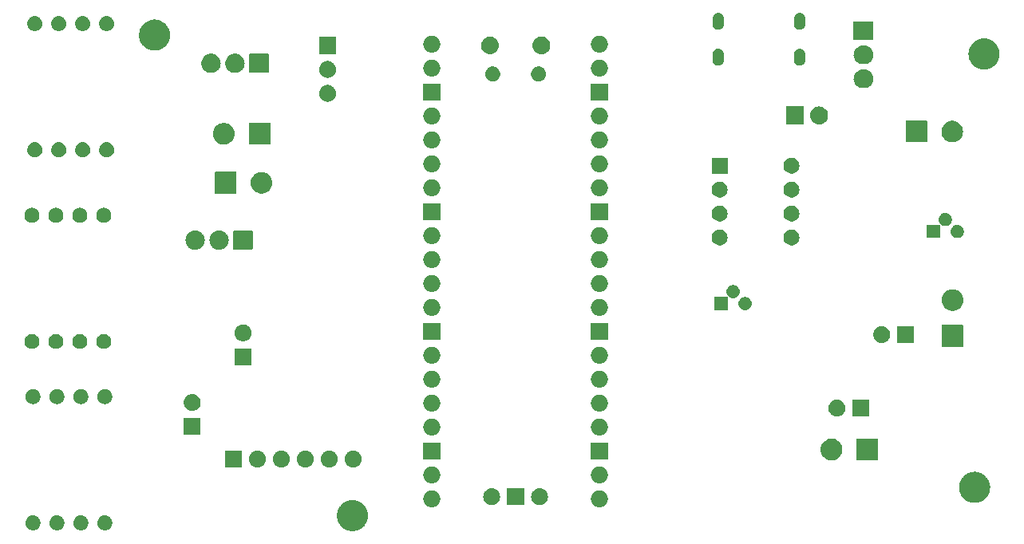
<source format=gbs>
%TF.GenerationSoftware,KiCad,Pcbnew,7.0.9*%
%TF.CreationDate,2024-06-06T15:59:12+02:00*%
%TF.ProjectId,Differential,44696666-6572-4656-9e74-69616c2e6b69,rev?*%
%TF.SameCoordinates,Original*%
%TF.FileFunction,Soldermask,Bot*%
%TF.FilePolarity,Negative*%
%FSLAX46Y46*%
G04 Gerber Fmt 4.6, Leading zero omitted, Abs format (unit mm)*
G04 Created by KiCad (PCBNEW 7.0.9) date 2024-06-06 15:59:12*
%MOMM*%
%LPD*%
G01*
G04 APERTURE LIST*
G04 APERTURE END LIST*
G36*
X186060406Y-144354754D02*
G01*
X186123291Y-144354754D01*
X186192007Y-144365111D01*
X186258117Y-144370314D01*
X186311401Y-144383106D01*
X186367129Y-144391506D01*
X186439954Y-144413969D01*
X186509878Y-144430757D01*
X186555089Y-144449484D01*
X186602758Y-144464188D01*
X186677596Y-144500227D01*
X186749084Y-144529839D01*
X186785778Y-144552325D01*
X186824935Y-144571182D01*
X186899417Y-144621963D01*
X186969846Y-144665122D01*
X186998046Y-144689207D01*
X187028668Y-144710085D01*
X187100173Y-144776432D01*
X187166726Y-144833274D01*
X187186935Y-144856936D01*
X187209431Y-144877809D01*
X187275196Y-144960276D01*
X187334878Y-145030154D01*
X187348003Y-145051573D01*
X187363181Y-145070605D01*
X187420421Y-145169748D01*
X187470161Y-145250916D01*
X187477466Y-145268553D01*
X187486469Y-145284146D01*
X187532389Y-145401150D01*
X187569243Y-145490122D01*
X187572290Y-145502815D01*
X187576562Y-145513699D01*
X187608534Y-145653779D01*
X187629686Y-145741883D01*
X187630235Y-145748858D01*
X187631431Y-145754099D01*
X187647048Y-145962500D01*
X187650000Y-146000000D01*
X187647048Y-146037502D01*
X187631431Y-146245900D01*
X187630235Y-146251139D01*
X187629686Y-146258117D01*
X187608529Y-146346239D01*
X187576562Y-146486300D01*
X187572290Y-146497182D01*
X187569243Y-146509878D01*
X187532382Y-146598867D01*
X187486469Y-146715853D01*
X187477468Y-146731442D01*
X187470161Y-146749084D01*
X187420411Y-146830267D01*
X187363181Y-146929394D01*
X187348006Y-146948422D01*
X187334878Y-146969846D01*
X187275184Y-147039737D01*
X187209431Y-147122190D01*
X187186939Y-147143059D01*
X187166726Y-147166726D01*
X187100160Y-147223578D01*
X187028668Y-147289914D01*
X186998052Y-147310787D01*
X186969846Y-147334878D01*
X186899403Y-147378045D01*
X186824935Y-147428817D01*
X186785785Y-147447670D01*
X186749084Y-147470161D01*
X186677581Y-147499778D01*
X186602758Y-147535811D01*
X186555099Y-147550511D01*
X186509878Y-147569243D01*
X186439939Y-147586033D01*
X186367129Y-147608493D01*
X186311410Y-147616891D01*
X186258117Y-147629686D01*
X186192003Y-147634889D01*
X186123291Y-147645246D01*
X186060406Y-147645246D01*
X186000000Y-147650000D01*
X185939594Y-147645246D01*
X185876709Y-147645246D01*
X185807996Y-147634889D01*
X185741883Y-147629686D01*
X185688591Y-147616891D01*
X185632870Y-147608493D01*
X185560055Y-147586032D01*
X185490122Y-147569243D01*
X185444903Y-147550512D01*
X185397241Y-147535811D01*
X185322414Y-147499776D01*
X185250916Y-147470161D01*
X185214214Y-147447670D01*
X185175065Y-147428817D01*
X185100593Y-147378043D01*
X185030154Y-147334878D01*
X185001951Y-147310790D01*
X184971331Y-147289914D01*
X184899827Y-147223568D01*
X184833274Y-147166726D01*
X184813064Y-147143063D01*
X184790568Y-147122190D01*
X184724800Y-147039719D01*
X184665122Y-146969846D01*
X184651996Y-146948427D01*
X184636818Y-146929394D01*
X184579571Y-146830239D01*
X184529839Y-146749084D01*
X184522534Y-146731449D01*
X184513530Y-146715853D01*
X184467598Y-146598821D01*
X184430757Y-146509878D01*
X184427710Y-146497188D01*
X184423437Y-146486300D01*
X184391450Y-146346155D01*
X184370314Y-146258117D01*
X184369765Y-146251146D01*
X184368568Y-146245900D01*
X184352930Y-146037236D01*
X184350000Y-146000000D01*
X184352930Y-145962766D01*
X184368568Y-145754099D01*
X184369765Y-145748852D01*
X184370314Y-145741883D01*
X184391445Y-145653863D01*
X184423437Y-145513699D01*
X184427711Y-145502808D01*
X184430757Y-145490122D01*
X184467591Y-145401196D01*
X184513530Y-145284146D01*
X184522535Y-145268547D01*
X184529839Y-145250916D01*
X184579561Y-145169776D01*
X184636818Y-145070605D01*
X184651999Y-145051568D01*
X184665122Y-145030154D01*
X184724788Y-144960294D01*
X184790568Y-144877809D01*
X184813068Y-144856931D01*
X184833274Y-144833274D01*
X184899813Y-144776443D01*
X184971331Y-144710085D01*
X185001956Y-144689204D01*
X185030154Y-144665122D01*
X185100578Y-144621965D01*
X185175065Y-144571182D01*
X185214222Y-144552324D01*
X185250916Y-144529839D01*
X185322399Y-144500229D01*
X185397241Y-144464188D01*
X185444912Y-144449483D01*
X185490122Y-144430757D01*
X185560041Y-144413970D01*
X185632870Y-144391506D01*
X185688599Y-144383106D01*
X185741883Y-144370314D01*
X185807992Y-144365111D01*
X185876709Y-144354754D01*
X185939594Y-144354754D01*
X186000000Y-144350000D01*
X186060406Y-144354754D01*
G37*
G36*
X152141323Y-145979656D02*
G01*
X152183595Y-145979656D01*
X152231282Y-145989792D01*
X152278017Y-145995058D01*
X152312000Y-146006949D01*
X152347129Y-146014416D01*
X152397754Y-146036955D01*
X152447107Y-146054225D01*
X152472795Y-146070366D01*
X152499860Y-146082416D01*
X152550322Y-146119079D01*
X152598792Y-146149535D01*
X152616199Y-146166942D01*
X152635121Y-146180690D01*
X152681901Y-146232644D01*
X152725465Y-146276208D01*
X152735484Y-146292153D01*
X152746992Y-146304934D01*
X152786365Y-146373130D01*
X152820775Y-146427893D01*
X152825070Y-146440170D01*
X152830584Y-146449719D01*
X152858809Y-146536590D01*
X152879942Y-146596983D01*
X152880743Y-146604096D01*
X152882248Y-146608727D01*
X152895892Y-146738542D01*
X152900000Y-146775000D01*
X152895891Y-146811460D01*
X152882248Y-146941272D01*
X152880743Y-146945901D01*
X152879942Y-146953017D01*
X152858805Y-147013422D01*
X152830584Y-147100280D01*
X152825071Y-147109827D01*
X152820775Y-147122107D01*
X152786358Y-147176881D01*
X152746992Y-147245065D01*
X152735486Y-147257843D01*
X152725465Y-147273792D01*
X152681892Y-147317364D01*
X152635121Y-147369309D01*
X152616203Y-147383053D01*
X152598792Y-147400465D01*
X152550312Y-147430926D01*
X152499860Y-147467583D01*
X152472800Y-147479630D01*
X152447107Y-147495775D01*
X152397744Y-147513047D01*
X152347129Y-147535583D01*
X152312005Y-147543048D01*
X152278017Y-147554942D01*
X152231279Y-147560208D01*
X152183595Y-147570344D01*
X152141323Y-147570344D01*
X152100000Y-147575000D01*
X152058677Y-147570344D01*
X152016405Y-147570344D01*
X151968719Y-147560208D01*
X151921983Y-147554942D01*
X151887995Y-147543049D01*
X151852870Y-147535583D01*
X151802251Y-147513046D01*
X151752893Y-147495775D01*
X151727201Y-147479631D01*
X151700139Y-147467583D01*
X151649680Y-147430922D01*
X151601208Y-147400465D01*
X151583799Y-147383056D01*
X151564878Y-147369309D01*
X151518097Y-147317354D01*
X151474535Y-147273792D01*
X151464516Y-147257847D01*
X151453007Y-147245065D01*
X151413629Y-147176861D01*
X151379225Y-147122107D01*
X151374929Y-147109831D01*
X151369415Y-147100280D01*
X151341180Y-147013382D01*
X151320058Y-146953017D01*
X151319256Y-146945906D01*
X151317751Y-146941272D01*
X151304093Y-146811328D01*
X151300000Y-146775000D01*
X151304092Y-146738674D01*
X151317751Y-146608727D01*
X151319257Y-146604091D01*
X151320058Y-146596983D01*
X151341176Y-146536630D01*
X151369415Y-146449719D01*
X151374930Y-146440165D01*
X151379225Y-146427893D01*
X151413622Y-146373149D01*
X151453007Y-146304934D01*
X151464518Y-146292149D01*
X151474535Y-146276208D01*
X151518088Y-146232654D01*
X151564878Y-146180690D01*
X151583802Y-146166940D01*
X151601208Y-146149535D01*
X151649674Y-146119081D01*
X151700140Y-146082416D01*
X151727204Y-146070365D01*
X151752893Y-146054225D01*
X151802242Y-146036956D01*
X151852870Y-146014416D01*
X151888001Y-146006948D01*
X151921983Y-145995058D01*
X151968717Y-145989792D01*
X152016405Y-145979656D01*
X152058677Y-145979656D01*
X152100000Y-145975000D01*
X152141323Y-145979656D01*
G37*
G36*
X154681323Y-145979656D02*
G01*
X154723595Y-145979656D01*
X154771282Y-145989792D01*
X154818017Y-145995058D01*
X154852000Y-146006949D01*
X154887129Y-146014416D01*
X154937754Y-146036955D01*
X154987107Y-146054225D01*
X155012795Y-146070366D01*
X155039860Y-146082416D01*
X155090322Y-146119079D01*
X155138792Y-146149535D01*
X155156199Y-146166942D01*
X155175121Y-146180690D01*
X155221901Y-146232644D01*
X155265465Y-146276208D01*
X155275484Y-146292153D01*
X155286992Y-146304934D01*
X155326365Y-146373130D01*
X155360775Y-146427893D01*
X155365070Y-146440170D01*
X155370584Y-146449719D01*
X155398809Y-146536590D01*
X155419942Y-146596983D01*
X155420743Y-146604096D01*
X155422248Y-146608727D01*
X155435892Y-146738542D01*
X155440000Y-146775000D01*
X155435891Y-146811460D01*
X155422248Y-146941272D01*
X155420743Y-146945901D01*
X155419942Y-146953017D01*
X155398805Y-147013422D01*
X155370584Y-147100280D01*
X155365071Y-147109827D01*
X155360775Y-147122107D01*
X155326358Y-147176881D01*
X155286992Y-147245065D01*
X155275486Y-147257843D01*
X155265465Y-147273792D01*
X155221892Y-147317364D01*
X155175121Y-147369309D01*
X155156203Y-147383053D01*
X155138792Y-147400465D01*
X155090312Y-147430926D01*
X155039860Y-147467583D01*
X155012800Y-147479630D01*
X154987107Y-147495775D01*
X154937744Y-147513047D01*
X154887129Y-147535583D01*
X154852005Y-147543048D01*
X154818017Y-147554942D01*
X154771279Y-147560208D01*
X154723595Y-147570344D01*
X154681323Y-147570344D01*
X154640000Y-147575000D01*
X154598677Y-147570344D01*
X154556405Y-147570344D01*
X154508719Y-147560208D01*
X154461983Y-147554942D01*
X154427995Y-147543049D01*
X154392870Y-147535583D01*
X154342251Y-147513046D01*
X154292893Y-147495775D01*
X154267201Y-147479631D01*
X154240139Y-147467583D01*
X154189680Y-147430922D01*
X154141208Y-147400465D01*
X154123799Y-147383056D01*
X154104878Y-147369309D01*
X154058097Y-147317354D01*
X154014535Y-147273792D01*
X154004516Y-147257847D01*
X153993007Y-147245065D01*
X153953629Y-147176861D01*
X153919225Y-147122107D01*
X153914929Y-147109831D01*
X153909415Y-147100280D01*
X153881180Y-147013382D01*
X153860058Y-146953017D01*
X153859256Y-146945906D01*
X153857751Y-146941272D01*
X153844093Y-146811328D01*
X153840000Y-146775000D01*
X153844092Y-146738674D01*
X153857751Y-146608727D01*
X153859257Y-146604091D01*
X153860058Y-146596983D01*
X153881176Y-146536630D01*
X153909415Y-146449719D01*
X153914930Y-146440165D01*
X153919225Y-146427893D01*
X153953622Y-146373149D01*
X153993007Y-146304934D01*
X154004518Y-146292149D01*
X154014535Y-146276208D01*
X154058088Y-146232654D01*
X154104878Y-146180690D01*
X154123802Y-146166940D01*
X154141208Y-146149535D01*
X154189674Y-146119081D01*
X154240140Y-146082416D01*
X154267204Y-146070365D01*
X154292893Y-146054225D01*
X154342242Y-146036956D01*
X154392870Y-146014416D01*
X154428001Y-146006948D01*
X154461983Y-145995058D01*
X154508717Y-145989792D01*
X154556405Y-145979656D01*
X154598677Y-145979656D01*
X154640000Y-145975000D01*
X154681323Y-145979656D01*
G37*
G36*
X157221323Y-145979656D02*
G01*
X157263595Y-145979656D01*
X157311282Y-145989792D01*
X157358017Y-145995058D01*
X157392000Y-146006949D01*
X157427129Y-146014416D01*
X157477754Y-146036955D01*
X157527107Y-146054225D01*
X157552795Y-146070366D01*
X157579860Y-146082416D01*
X157630322Y-146119079D01*
X157678792Y-146149535D01*
X157696199Y-146166942D01*
X157715121Y-146180690D01*
X157761901Y-146232644D01*
X157805465Y-146276208D01*
X157815484Y-146292153D01*
X157826992Y-146304934D01*
X157866365Y-146373130D01*
X157900775Y-146427893D01*
X157905070Y-146440170D01*
X157910584Y-146449719D01*
X157938809Y-146536590D01*
X157959942Y-146596983D01*
X157960743Y-146604096D01*
X157962248Y-146608727D01*
X157975892Y-146738542D01*
X157980000Y-146775000D01*
X157975891Y-146811460D01*
X157962248Y-146941272D01*
X157960743Y-146945901D01*
X157959942Y-146953017D01*
X157938805Y-147013422D01*
X157910584Y-147100280D01*
X157905071Y-147109827D01*
X157900775Y-147122107D01*
X157866358Y-147176881D01*
X157826992Y-147245065D01*
X157815486Y-147257843D01*
X157805465Y-147273792D01*
X157761892Y-147317364D01*
X157715121Y-147369309D01*
X157696203Y-147383053D01*
X157678792Y-147400465D01*
X157630312Y-147430926D01*
X157579860Y-147467583D01*
X157552800Y-147479630D01*
X157527107Y-147495775D01*
X157477744Y-147513047D01*
X157427129Y-147535583D01*
X157392005Y-147543048D01*
X157358017Y-147554942D01*
X157311279Y-147560208D01*
X157263595Y-147570344D01*
X157221323Y-147570344D01*
X157180000Y-147575000D01*
X157138677Y-147570344D01*
X157096405Y-147570344D01*
X157048719Y-147560208D01*
X157001983Y-147554942D01*
X156967995Y-147543049D01*
X156932870Y-147535583D01*
X156882251Y-147513046D01*
X156832893Y-147495775D01*
X156807201Y-147479631D01*
X156780139Y-147467583D01*
X156729680Y-147430922D01*
X156681208Y-147400465D01*
X156663799Y-147383056D01*
X156644878Y-147369309D01*
X156598097Y-147317354D01*
X156554535Y-147273792D01*
X156544516Y-147257847D01*
X156533007Y-147245065D01*
X156493629Y-147176861D01*
X156459225Y-147122107D01*
X156454929Y-147109831D01*
X156449415Y-147100280D01*
X156421180Y-147013382D01*
X156400058Y-146953017D01*
X156399256Y-146945906D01*
X156397751Y-146941272D01*
X156384093Y-146811328D01*
X156380000Y-146775000D01*
X156384092Y-146738674D01*
X156397751Y-146608727D01*
X156399257Y-146604091D01*
X156400058Y-146596983D01*
X156421176Y-146536630D01*
X156449415Y-146449719D01*
X156454930Y-146440165D01*
X156459225Y-146427893D01*
X156493622Y-146373149D01*
X156533007Y-146304934D01*
X156544518Y-146292149D01*
X156554535Y-146276208D01*
X156598088Y-146232654D01*
X156644878Y-146180690D01*
X156663802Y-146166940D01*
X156681208Y-146149535D01*
X156729674Y-146119081D01*
X156780140Y-146082416D01*
X156807204Y-146070365D01*
X156832893Y-146054225D01*
X156882242Y-146036956D01*
X156932870Y-146014416D01*
X156968001Y-146006948D01*
X157001983Y-145995058D01*
X157048717Y-145989792D01*
X157096405Y-145979656D01*
X157138677Y-145979656D01*
X157180000Y-145975000D01*
X157221323Y-145979656D01*
G37*
G36*
X159761323Y-145979656D02*
G01*
X159803595Y-145979656D01*
X159851282Y-145989792D01*
X159898017Y-145995058D01*
X159932000Y-146006949D01*
X159967129Y-146014416D01*
X160017754Y-146036955D01*
X160067107Y-146054225D01*
X160092795Y-146070366D01*
X160119860Y-146082416D01*
X160170322Y-146119079D01*
X160218792Y-146149535D01*
X160236199Y-146166942D01*
X160255121Y-146180690D01*
X160301901Y-146232644D01*
X160345465Y-146276208D01*
X160355484Y-146292153D01*
X160366992Y-146304934D01*
X160406365Y-146373130D01*
X160440775Y-146427893D01*
X160445070Y-146440170D01*
X160450584Y-146449719D01*
X160478809Y-146536590D01*
X160499942Y-146596983D01*
X160500743Y-146604096D01*
X160502248Y-146608727D01*
X160515892Y-146738542D01*
X160520000Y-146775000D01*
X160515891Y-146811460D01*
X160502248Y-146941272D01*
X160500743Y-146945901D01*
X160499942Y-146953017D01*
X160478805Y-147013422D01*
X160450584Y-147100280D01*
X160445071Y-147109827D01*
X160440775Y-147122107D01*
X160406358Y-147176881D01*
X160366992Y-147245065D01*
X160355486Y-147257843D01*
X160345465Y-147273792D01*
X160301892Y-147317364D01*
X160255121Y-147369309D01*
X160236203Y-147383053D01*
X160218792Y-147400465D01*
X160170312Y-147430926D01*
X160119860Y-147467583D01*
X160092800Y-147479630D01*
X160067107Y-147495775D01*
X160017744Y-147513047D01*
X159967129Y-147535583D01*
X159932005Y-147543048D01*
X159898017Y-147554942D01*
X159851279Y-147560208D01*
X159803595Y-147570344D01*
X159761323Y-147570344D01*
X159720000Y-147575000D01*
X159678677Y-147570344D01*
X159636405Y-147570344D01*
X159588719Y-147560208D01*
X159541983Y-147554942D01*
X159507995Y-147543049D01*
X159472870Y-147535583D01*
X159422251Y-147513046D01*
X159372893Y-147495775D01*
X159347201Y-147479631D01*
X159320139Y-147467583D01*
X159269680Y-147430922D01*
X159221208Y-147400465D01*
X159203799Y-147383056D01*
X159184878Y-147369309D01*
X159138097Y-147317354D01*
X159094535Y-147273792D01*
X159084516Y-147257847D01*
X159073007Y-147245065D01*
X159033629Y-147176861D01*
X158999225Y-147122107D01*
X158994929Y-147109831D01*
X158989415Y-147100280D01*
X158961180Y-147013382D01*
X158940058Y-146953017D01*
X158939256Y-146945906D01*
X158937751Y-146941272D01*
X158924093Y-146811328D01*
X158920000Y-146775000D01*
X158924092Y-146738674D01*
X158937751Y-146608727D01*
X158939257Y-146604091D01*
X158940058Y-146596983D01*
X158961176Y-146536630D01*
X158989415Y-146449719D01*
X158994930Y-146440165D01*
X158999225Y-146427893D01*
X159033622Y-146373149D01*
X159073007Y-146304934D01*
X159084518Y-146292149D01*
X159094535Y-146276208D01*
X159138088Y-146232654D01*
X159184878Y-146180690D01*
X159203802Y-146166940D01*
X159221208Y-146149535D01*
X159269674Y-146119081D01*
X159320140Y-146082416D01*
X159347204Y-146070365D01*
X159372893Y-146054225D01*
X159422242Y-146036956D01*
X159472870Y-146014416D01*
X159508001Y-146006948D01*
X159541983Y-145995058D01*
X159588717Y-145989792D01*
X159636405Y-145979656D01*
X159678677Y-145979656D01*
X159720000Y-145975000D01*
X159761323Y-145979656D01*
G37*
G36*
X194467607Y-143329930D02*
G01*
X194514076Y-143329930D01*
X194554202Y-143338459D01*
X194595533Y-143342530D01*
X194647460Y-143358282D01*
X194698115Y-143369049D01*
X194730527Y-143383479D01*
X194764321Y-143393731D01*
X194818023Y-143422435D01*
X194870000Y-143445577D01*
X194894165Y-143463134D01*
X194919878Y-143476878D01*
X194972333Y-143519927D01*
X195022218Y-143556170D01*
X195038412Y-143574155D01*
X195056225Y-143588774D01*
X195104089Y-143647097D01*
X195148115Y-143695993D01*
X195157365Y-143712015D01*
X195168121Y-143725121D01*
X195207908Y-143799557D01*
X195242191Y-143858937D01*
X195246134Y-143871074D01*
X195251268Y-143880678D01*
X195279568Y-143973971D01*
X195300333Y-144037879D01*
X195301064Y-144044834D01*
X195302469Y-144049466D01*
X195316151Y-144188385D01*
X195320000Y-144225000D01*
X195316151Y-144261617D01*
X195302469Y-144400533D01*
X195301064Y-144405164D01*
X195300333Y-144412121D01*
X195279563Y-144476042D01*
X195251268Y-144569321D01*
X195246135Y-144578923D01*
X195242191Y-144591063D01*
X195207901Y-144650454D01*
X195168121Y-144724878D01*
X195157367Y-144737981D01*
X195148115Y-144754007D01*
X195104080Y-144802912D01*
X195056225Y-144861225D01*
X195038415Y-144875840D01*
X195022218Y-144893830D01*
X194972323Y-144930080D01*
X194919878Y-144973121D01*
X194894171Y-144986861D01*
X194870000Y-145004423D01*
X194818012Y-145027569D01*
X194764321Y-145056268D01*
X194730534Y-145066517D01*
X194698115Y-145080951D01*
X194647449Y-145091720D01*
X194595533Y-145107469D01*
X194554210Y-145111538D01*
X194514076Y-145120070D01*
X194467597Y-145120070D01*
X194420000Y-145124758D01*
X194372403Y-145120070D01*
X194325924Y-145120070D01*
X194285789Y-145111539D01*
X194244466Y-145107469D01*
X194192546Y-145091719D01*
X194141885Y-145080951D01*
X194109467Y-145066517D01*
X194075678Y-145056268D01*
X194021981Y-145027566D01*
X193970000Y-145004423D01*
X193945831Y-144986863D01*
X193920121Y-144973121D01*
X193867667Y-144930074D01*
X193817782Y-144893830D01*
X193801587Y-144875843D01*
X193783774Y-144861225D01*
X193735908Y-144802899D01*
X193691885Y-144754007D01*
X193682634Y-144737985D01*
X193671878Y-144724878D01*
X193632085Y-144650431D01*
X193597809Y-144591063D01*
X193593866Y-144578928D01*
X193588731Y-144569321D01*
X193560421Y-144475996D01*
X193539667Y-144412121D01*
X193538936Y-144405169D01*
X193537530Y-144400533D01*
X193523832Y-144261466D01*
X193520000Y-144225000D01*
X193523832Y-144188536D01*
X193537530Y-144049466D01*
X193538936Y-144044829D01*
X193539667Y-144037879D01*
X193560416Y-143974017D01*
X193588731Y-143880678D01*
X193593866Y-143871069D01*
X193597809Y-143858937D01*
X193632078Y-143799581D01*
X193671878Y-143725121D01*
X193682636Y-143712011D01*
X193691885Y-143695993D01*
X193735898Y-143647110D01*
X193783774Y-143588774D01*
X193801590Y-143574152D01*
X193817782Y-143556170D01*
X193867657Y-143519933D01*
X193920121Y-143476878D01*
X193945836Y-143463132D01*
X193970000Y-143445577D01*
X194021970Y-143422438D01*
X194075678Y-143393731D01*
X194109474Y-143383478D01*
X194141885Y-143369049D01*
X194192535Y-143358282D01*
X194244466Y-143342530D01*
X194285798Y-143338459D01*
X194325924Y-143329930D01*
X194372393Y-143329930D01*
X194420000Y-143325241D01*
X194467607Y-143329930D01*
G37*
G36*
X212247607Y-143329930D02*
G01*
X212294076Y-143329930D01*
X212334202Y-143338459D01*
X212375533Y-143342530D01*
X212427460Y-143358282D01*
X212478115Y-143369049D01*
X212510527Y-143383479D01*
X212544321Y-143393731D01*
X212598023Y-143422435D01*
X212650000Y-143445577D01*
X212674165Y-143463134D01*
X212699878Y-143476878D01*
X212752333Y-143519927D01*
X212802218Y-143556170D01*
X212818412Y-143574155D01*
X212836225Y-143588774D01*
X212884089Y-143647097D01*
X212928115Y-143695993D01*
X212937365Y-143712015D01*
X212948121Y-143725121D01*
X212987908Y-143799557D01*
X213022191Y-143858937D01*
X213026134Y-143871074D01*
X213031268Y-143880678D01*
X213059568Y-143973971D01*
X213080333Y-144037879D01*
X213081064Y-144044834D01*
X213082469Y-144049466D01*
X213096151Y-144188385D01*
X213100000Y-144225000D01*
X213096151Y-144261617D01*
X213082469Y-144400533D01*
X213081064Y-144405164D01*
X213080333Y-144412121D01*
X213059563Y-144476042D01*
X213031268Y-144569321D01*
X213026135Y-144578923D01*
X213022191Y-144591063D01*
X212987901Y-144650454D01*
X212948121Y-144724878D01*
X212937367Y-144737981D01*
X212928115Y-144754007D01*
X212884080Y-144802912D01*
X212836225Y-144861225D01*
X212818415Y-144875840D01*
X212802218Y-144893830D01*
X212752323Y-144930080D01*
X212699878Y-144973121D01*
X212674171Y-144986861D01*
X212650000Y-145004423D01*
X212598012Y-145027569D01*
X212544321Y-145056268D01*
X212510534Y-145066517D01*
X212478115Y-145080951D01*
X212427449Y-145091720D01*
X212375533Y-145107469D01*
X212334210Y-145111538D01*
X212294076Y-145120070D01*
X212247597Y-145120070D01*
X212200000Y-145124758D01*
X212152403Y-145120070D01*
X212105924Y-145120070D01*
X212065789Y-145111539D01*
X212024466Y-145107469D01*
X211972546Y-145091719D01*
X211921885Y-145080951D01*
X211889467Y-145066517D01*
X211855678Y-145056268D01*
X211801981Y-145027566D01*
X211750000Y-145004423D01*
X211725831Y-144986863D01*
X211700121Y-144973121D01*
X211647667Y-144930074D01*
X211597782Y-144893830D01*
X211581587Y-144875843D01*
X211563774Y-144861225D01*
X211515908Y-144802899D01*
X211471885Y-144754007D01*
X211462634Y-144737985D01*
X211451878Y-144724878D01*
X211412085Y-144650431D01*
X211377809Y-144591063D01*
X211373866Y-144578928D01*
X211368731Y-144569321D01*
X211340421Y-144475996D01*
X211319667Y-144412121D01*
X211318936Y-144405169D01*
X211317530Y-144400533D01*
X211303832Y-144261466D01*
X211300000Y-144225000D01*
X211303832Y-144188536D01*
X211317530Y-144049466D01*
X211318936Y-144044829D01*
X211319667Y-144037879D01*
X211340416Y-143974017D01*
X211368731Y-143880678D01*
X211373866Y-143871069D01*
X211377809Y-143858937D01*
X211412078Y-143799581D01*
X211451878Y-143725121D01*
X211462636Y-143712011D01*
X211471885Y-143695993D01*
X211515898Y-143647110D01*
X211563774Y-143588774D01*
X211581590Y-143574152D01*
X211597782Y-143556170D01*
X211647657Y-143519933D01*
X211700121Y-143476878D01*
X211725836Y-143463132D01*
X211750000Y-143445577D01*
X211801970Y-143422438D01*
X211855678Y-143393731D01*
X211889474Y-143383478D01*
X211921885Y-143369049D01*
X211972535Y-143358282D01*
X212024466Y-143342530D01*
X212065798Y-143338459D01*
X212105924Y-143329930D01*
X212152393Y-143329930D01*
X212200000Y-143325241D01*
X212247607Y-143329930D01*
G37*
G36*
X204179134Y-143098806D02*
G01*
X204195355Y-143109645D01*
X204206194Y-143125866D01*
X204210000Y-143145000D01*
X204210000Y-144845000D01*
X204206194Y-144864134D01*
X204195355Y-144880355D01*
X204179134Y-144891194D01*
X204160000Y-144895000D01*
X202460000Y-144895000D01*
X202440866Y-144891194D01*
X202424645Y-144880355D01*
X202413806Y-144864134D01*
X202410000Y-144845000D01*
X202410000Y-143145000D01*
X202413806Y-143125866D01*
X202424645Y-143109645D01*
X202440866Y-143098806D01*
X202460000Y-143095000D01*
X204160000Y-143095000D01*
X204179134Y-143098806D01*
G37*
G36*
X200817607Y-143099930D02*
G01*
X200864076Y-143099930D01*
X200904202Y-143108459D01*
X200945533Y-143112530D01*
X200997460Y-143128282D01*
X201048115Y-143139049D01*
X201080527Y-143153479D01*
X201114321Y-143163731D01*
X201168023Y-143192435D01*
X201220000Y-143215577D01*
X201244165Y-143233134D01*
X201269878Y-143246878D01*
X201322333Y-143289927D01*
X201372218Y-143326170D01*
X201388412Y-143344155D01*
X201406225Y-143358774D01*
X201454089Y-143417097D01*
X201498115Y-143465993D01*
X201507365Y-143482015D01*
X201518121Y-143495121D01*
X201557908Y-143569557D01*
X201592191Y-143628937D01*
X201596134Y-143641074D01*
X201601268Y-143650678D01*
X201629568Y-143743971D01*
X201650333Y-143807879D01*
X201651064Y-143814834D01*
X201652469Y-143819466D01*
X201666151Y-143958385D01*
X201670000Y-143995000D01*
X201666151Y-144031617D01*
X201652469Y-144170533D01*
X201651064Y-144175164D01*
X201650333Y-144182121D01*
X201629563Y-144246042D01*
X201601268Y-144339321D01*
X201596135Y-144348923D01*
X201592191Y-144361063D01*
X201557901Y-144420454D01*
X201518121Y-144494878D01*
X201507367Y-144507981D01*
X201498115Y-144524007D01*
X201454080Y-144572912D01*
X201406225Y-144631225D01*
X201388415Y-144645840D01*
X201372218Y-144663830D01*
X201322323Y-144700080D01*
X201269878Y-144743121D01*
X201244171Y-144756861D01*
X201220000Y-144774423D01*
X201168012Y-144797569D01*
X201114321Y-144826268D01*
X201080534Y-144836517D01*
X201048115Y-144850951D01*
X200997449Y-144861720D01*
X200945533Y-144877469D01*
X200904210Y-144881538D01*
X200864076Y-144890070D01*
X200817597Y-144890070D01*
X200770000Y-144894758D01*
X200722403Y-144890070D01*
X200675924Y-144890070D01*
X200635789Y-144881539D01*
X200594466Y-144877469D01*
X200542546Y-144861719D01*
X200491885Y-144850951D01*
X200459467Y-144836517D01*
X200425678Y-144826268D01*
X200371981Y-144797566D01*
X200320000Y-144774423D01*
X200295831Y-144756863D01*
X200270121Y-144743121D01*
X200217667Y-144700074D01*
X200167782Y-144663830D01*
X200151587Y-144645843D01*
X200133774Y-144631225D01*
X200085908Y-144572899D01*
X200041885Y-144524007D01*
X200032634Y-144507985D01*
X200021878Y-144494878D01*
X199982085Y-144420431D01*
X199947809Y-144361063D01*
X199943866Y-144348928D01*
X199938731Y-144339321D01*
X199910421Y-144245996D01*
X199889667Y-144182121D01*
X199888936Y-144175169D01*
X199887530Y-144170533D01*
X199873832Y-144031466D01*
X199870000Y-143995000D01*
X199873832Y-143958536D01*
X199887530Y-143819466D01*
X199888936Y-143814829D01*
X199889667Y-143807879D01*
X199910416Y-143744017D01*
X199938731Y-143650678D01*
X199943866Y-143641069D01*
X199947809Y-143628937D01*
X199982078Y-143569581D01*
X200021878Y-143495121D01*
X200032636Y-143482011D01*
X200041885Y-143465993D01*
X200085898Y-143417110D01*
X200133774Y-143358774D01*
X200151590Y-143344152D01*
X200167782Y-143326170D01*
X200217657Y-143289933D01*
X200270121Y-143246878D01*
X200295836Y-143233132D01*
X200320000Y-143215577D01*
X200371970Y-143192438D01*
X200425678Y-143163731D01*
X200459474Y-143153478D01*
X200491885Y-143139049D01*
X200542535Y-143128282D01*
X200594466Y-143112530D01*
X200635798Y-143108459D01*
X200675924Y-143099930D01*
X200722393Y-143099930D01*
X200770000Y-143095241D01*
X200817607Y-143099930D01*
G37*
G36*
X205897607Y-143099930D02*
G01*
X205944076Y-143099930D01*
X205984202Y-143108459D01*
X206025533Y-143112530D01*
X206077460Y-143128282D01*
X206128115Y-143139049D01*
X206160527Y-143153479D01*
X206194321Y-143163731D01*
X206248023Y-143192435D01*
X206300000Y-143215577D01*
X206324165Y-143233134D01*
X206349878Y-143246878D01*
X206402333Y-143289927D01*
X206452218Y-143326170D01*
X206468412Y-143344155D01*
X206486225Y-143358774D01*
X206534089Y-143417097D01*
X206578115Y-143465993D01*
X206587365Y-143482015D01*
X206598121Y-143495121D01*
X206637908Y-143569557D01*
X206672191Y-143628937D01*
X206676134Y-143641074D01*
X206681268Y-143650678D01*
X206709568Y-143743971D01*
X206730333Y-143807879D01*
X206731064Y-143814834D01*
X206732469Y-143819466D01*
X206746151Y-143958385D01*
X206750000Y-143995000D01*
X206746151Y-144031617D01*
X206732469Y-144170533D01*
X206731064Y-144175164D01*
X206730333Y-144182121D01*
X206709563Y-144246042D01*
X206681268Y-144339321D01*
X206676135Y-144348923D01*
X206672191Y-144361063D01*
X206637901Y-144420454D01*
X206598121Y-144494878D01*
X206587367Y-144507981D01*
X206578115Y-144524007D01*
X206534080Y-144572912D01*
X206486225Y-144631225D01*
X206468415Y-144645840D01*
X206452218Y-144663830D01*
X206402323Y-144700080D01*
X206349878Y-144743121D01*
X206324171Y-144756861D01*
X206300000Y-144774423D01*
X206248012Y-144797569D01*
X206194321Y-144826268D01*
X206160534Y-144836517D01*
X206128115Y-144850951D01*
X206077449Y-144861720D01*
X206025533Y-144877469D01*
X205984210Y-144881538D01*
X205944076Y-144890070D01*
X205897597Y-144890070D01*
X205850000Y-144894758D01*
X205802403Y-144890070D01*
X205755924Y-144890070D01*
X205715789Y-144881539D01*
X205674466Y-144877469D01*
X205622546Y-144861719D01*
X205571885Y-144850951D01*
X205539467Y-144836517D01*
X205505678Y-144826268D01*
X205451981Y-144797566D01*
X205400000Y-144774423D01*
X205375831Y-144756863D01*
X205350121Y-144743121D01*
X205297667Y-144700074D01*
X205247782Y-144663830D01*
X205231587Y-144645843D01*
X205213774Y-144631225D01*
X205165908Y-144572899D01*
X205121885Y-144524007D01*
X205112634Y-144507985D01*
X205101878Y-144494878D01*
X205062085Y-144420431D01*
X205027809Y-144361063D01*
X205023866Y-144348928D01*
X205018731Y-144339321D01*
X204990421Y-144245996D01*
X204969667Y-144182121D01*
X204968936Y-144175169D01*
X204967530Y-144170533D01*
X204953832Y-144031466D01*
X204950000Y-143995000D01*
X204953832Y-143958536D01*
X204967530Y-143819466D01*
X204968936Y-143814829D01*
X204969667Y-143807879D01*
X204990416Y-143744017D01*
X205018731Y-143650678D01*
X205023866Y-143641069D01*
X205027809Y-143628937D01*
X205062078Y-143569581D01*
X205101878Y-143495121D01*
X205112636Y-143482011D01*
X205121885Y-143465993D01*
X205165898Y-143417110D01*
X205213774Y-143358774D01*
X205231590Y-143344152D01*
X205247782Y-143326170D01*
X205297657Y-143289933D01*
X205350121Y-143246878D01*
X205375836Y-143233132D01*
X205400000Y-143215577D01*
X205451970Y-143192438D01*
X205505678Y-143163731D01*
X205539474Y-143153478D01*
X205571885Y-143139049D01*
X205622535Y-143128282D01*
X205674466Y-143112530D01*
X205715798Y-143108459D01*
X205755924Y-143099930D01*
X205802393Y-143099930D01*
X205850000Y-143095241D01*
X205897607Y-143099930D01*
G37*
G36*
X252060406Y-141354754D02*
G01*
X252123291Y-141354754D01*
X252192007Y-141365111D01*
X252258117Y-141370314D01*
X252311401Y-141383106D01*
X252367129Y-141391506D01*
X252439954Y-141413969D01*
X252509878Y-141430757D01*
X252555089Y-141449484D01*
X252602758Y-141464188D01*
X252677596Y-141500227D01*
X252749084Y-141529839D01*
X252785778Y-141552325D01*
X252824935Y-141571182D01*
X252899417Y-141621963D01*
X252969846Y-141665122D01*
X252998046Y-141689207D01*
X253028668Y-141710085D01*
X253100173Y-141776432D01*
X253166726Y-141833274D01*
X253186935Y-141856936D01*
X253209431Y-141877809D01*
X253275196Y-141960276D01*
X253334878Y-142030154D01*
X253348003Y-142051573D01*
X253363181Y-142070605D01*
X253420421Y-142169748D01*
X253470161Y-142250916D01*
X253477466Y-142268553D01*
X253486469Y-142284146D01*
X253532389Y-142401150D01*
X253569243Y-142490122D01*
X253572290Y-142502815D01*
X253576562Y-142513699D01*
X253608534Y-142653779D01*
X253629686Y-142741883D01*
X253630235Y-142748858D01*
X253631431Y-142754099D01*
X253647048Y-142962500D01*
X253650000Y-143000000D01*
X253647048Y-143037502D01*
X253631431Y-143245900D01*
X253630235Y-143251139D01*
X253629686Y-143258117D01*
X253608529Y-143346239D01*
X253576562Y-143486300D01*
X253572290Y-143497182D01*
X253569243Y-143509878D01*
X253532382Y-143598867D01*
X253486469Y-143715853D01*
X253477468Y-143731442D01*
X253470161Y-143749084D01*
X253420411Y-143830267D01*
X253363181Y-143929394D01*
X253348006Y-143948422D01*
X253334878Y-143969846D01*
X253275184Y-144039737D01*
X253209431Y-144122190D01*
X253186939Y-144143059D01*
X253166726Y-144166726D01*
X253100160Y-144223578D01*
X253028668Y-144289914D01*
X252998052Y-144310787D01*
X252969846Y-144334878D01*
X252899403Y-144378045D01*
X252824935Y-144428817D01*
X252785785Y-144447670D01*
X252749084Y-144470161D01*
X252677581Y-144499778D01*
X252602758Y-144535811D01*
X252555099Y-144550511D01*
X252509878Y-144569243D01*
X252439939Y-144586033D01*
X252367129Y-144608493D01*
X252311410Y-144616891D01*
X252258117Y-144629686D01*
X252192003Y-144634889D01*
X252123291Y-144645246D01*
X252060406Y-144645246D01*
X252000000Y-144650000D01*
X251939594Y-144645246D01*
X251876709Y-144645246D01*
X251807996Y-144634889D01*
X251741883Y-144629686D01*
X251688591Y-144616891D01*
X251632870Y-144608493D01*
X251560055Y-144586032D01*
X251490122Y-144569243D01*
X251444903Y-144550512D01*
X251397241Y-144535811D01*
X251322414Y-144499776D01*
X251250916Y-144470161D01*
X251214214Y-144447670D01*
X251175065Y-144428817D01*
X251100593Y-144378043D01*
X251030154Y-144334878D01*
X251001951Y-144310790D01*
X250971331Y-144289914D01*
X250899827Y-144223568D01*
X250833274Y-144166726D01*
X250813064Y-144143063D01*
X250790568Y-144122190D01*
X250724800Y-144039719D01*
X250665122Y-143969846D01*
X250651996Y-143948427D01*
X250636818Y-143929394D01*
X250579571Y-143830239D01*
X250529839Y-143749084D01*
X250522534Y-143731449D01*
X250513530Y-143715853D01*
X250467598Y-143598821D01*
X250430757Y-143509878D01*
X250427710Y-143497188D01*
X250423437Y-143486300D01*
X250391450Y-143346155D01*
X250370314Y-143258117D01*
X250369765Y-143251146D01*
X250368568Y-143245900D01*
X250352930Y-143037236D01*
X250350000Y-143000000D01*
X250352930Y-142962766D01*
X250368568Y-142754099D01*
X250369765Y-142748852D01*
X250370314Y-142741883D01*
X250391445Y-142653863D01*
X250423437Y-142513699D01*
X250427711Y-142502808D01*
X250430757Y-142490122D01*
X250467591Y-142401196D01*
X250513530Y-142284146D01*
X250522535Y-142268547D01*
X250529839Y-142250916D01*
X250579561Y-142169776D01*
X250636818Y-142070605D01*
X250651999Y-142051568D01*
X250665122Y-142030154D01*
X250724788Y-141960294D01*
X250790568Y-141877809D01*
X250813068Y-141856931D01*
X250833274Y-141833274D01*
X250899813Y-141776443D01*
X250971331Y-141710085D01*
X251001956Y-141689204D01*
X251030154Y-141665122D01*
X251100578Y-141621965D01*
X251175065Y-141571182D01*
X251214222Y-141552324D01*
X251250916Y-141529839D01*
X251322399Y-141500229D01*
X251397241Y-141464188D01*
X251444912Y-141449483D01*
X251490122Y-141430757D01*
X251560041Y-141413970D01*
X251632870Y-141391506D01*
X251688599Y-141383106D01*
X251741883Y-141370314D01*
X251807992Y-141365111D01*
X251876709Y-141354754D01*
X251939594Y-141354754D01*
X252000000Y-141350000D01*
X252060406Y-141354754D01*
G37*
G36*
X194467607Y-140789930D02*
G01*
X194514076Y-140789930D01*
X194554202Y-140798459D01*
X194595533Y-140802530D01*
X194647460Y-140818282D01*
X194698115Y-140829049D01*
X194730527Y-140843479D01*
X194764321Y-140853731D01*
X194818023Y-140882435D01*
X194870000Y-140905577D01*
X194894165Y-140923134D01*
X194919878Y-140936878D01*
X194972333Y-140979927D01*
X195022218Y-141016170D01*
X195038412Y-141034155D01*
X195056225Y-141048774D01*
X195104089Y-141107097D01*
X195148115Y-141155993D01*
X195157365Y-141172015D01*
X195168121Y-141185121D01*
X195207908Y-141259557D01*
X195242191Y-141318937D01*
X195246134Y-141331074D01*
X195251268Y-141340678D01*
X195279568Y-141433971D01*
X195300333Y-141497879D01*
X195301064Y-141504834D01*
X195302469Y-141509466D01*
X195316151Y-141648385D01*
X195320000Y-141685000D01*
X195316151Y-141721617D01*
X195302469Y-141860533D01*
X195301064Y-141865164D01*
X195300333Y-141872121D01*
X195279563Y-141936042D01*
X195251268Y-142029321D01*
X195246135Y-142038923D01*
X195242191Y-142051063D01*
X195207901Y-142110454D01*
X195168121Y-142184878D01*
X195157367Y-142197981D01*
X195148115Y-142214007D01*
X195104080Y-142262912D01*
X195056225Y-142321225D01*
X195038415Y-142335840D01*
X195022218Y-142353830D01*
X194972323Y-142390080D01*
X194919878Y-142433121D01*
X194894171Y-142446861D01*
X194870000Y-142464423D01*
X194818012Y-142487569D01*
X194764321Y-142516268D01*
X194730534Y-142526517D01*
X194698115Y-142540951D01*
X194647449Y-142551720D01*
X194595533Y-142567469D01*
X194554210Y-142571538D01*
X194514076Y-142580070D01*
X194467597Y-142580070D01*
X194420000Y-142584758D01*
X194372403Y-142580070D01*
X194325924Y-142580070D01*
X194285789Y-142571539D01*
X194244466Y-142567469D01*
X194192546Y-142551719D01*
X194141885Y-142540951D01*
X194109467Y-142526517D01*
X194075678Y-142516268D01*
X194021981Y-142487566D01*
X193970000Y-142464423D01*
X193945831Y-142446863D01*
X193920121Y-142433121D01*
X193867667Y-142390074D01*
X193817782Y-142353830D01*
X193801587Y-142335843D01*
X193783774Y-142321225D01*
X193735908Y-142262899D01*
X193691885Y-142214007D01*
X193682634Y-142197985D01*
X193671878Y-142184878D01*
X193632085Y-142110431D01*
X193597809Y-142051063D01*
X193593866Y-142038928D01*
X193588731Y-142029321D01*
X193560421Y-141935996D01*
X193539667Y-141872121D01*
X193538936Y-141865169D01*
X193537530Y-141860533D01*
X193523832Y-141721466D01*
X193520000Y-141685000D01*
X193523832Y-141648536D01*
X193537530Y-141509466D01*
X193538936Y-141504829D01*
X193539667Y-141497879D01*
X193560416Y-141434017D01*
X193588731Y-141340678D01*
X193593866Y-141331069D01*
X193597809Y-141318937D01*
X193632078Y-141259581D01*
X193671878Y-141185121D01*
X193682636Y-141172011D01*
X193691885Y-141155993D01*
X193735898Y-141107110D01*
X193783774Y-141048774D01*
X193801590Y-141034152D01*
X193817782Y-141016170D01*
X193867657Y-140979933D01*
X193920121Y-140936878D01*
X193945836Y-140923132D01*
X193970000Y-140905577D01*
X194021970Y-140882438D01*
X194075678Y-140853731D01*
X194109474Y-140843478D01*
X194141885Y-140829049D01*
X194192535Y-140818282D01*
X194244466Y-140802530D01*
X194285798Y-140798459D01*
X194325924Y-140789930D01*
X194372393Y-140789930D01*
X194420000Y-140785241D01*
X194467607Y-140789930D01*
G37*
G36*
X212247607Y-140789930D02*
G01*
X212294076Y-140789930D01*
X212334202Y-140798459D01*
X212375533Y-140802530D01*
X212427460Y-140818282D01*
X212478115Y-140829049D01*
X212510527Y-140843479D01*
X212544321Y-140853731D01*
X212598023Y-140882435D01*
X212650000Y-140905577D01*
X212674165Y-140923134D01*
X212699878Y-140936878D01*
X212752333Y-140979927D01*
X212802218Y-141016170D01*
X212818412Y-141034155D01*
X212836225Y-141048774D01*
X212884089Y-141107097D01*
X212928115Y-141155993D01*
X212937365Y-141172015D01*
X212948121Y-141185121D01*
X212987908Y-141259557D01*
X213022191Y-141318937D01*
X213026134Y-141331074D01*
X213031268Y-141340678D01*
X213059568Y-141433971D01*
X213080333Y-141497879D01*
X213081064Y-141504834D01*
X213082469Y-141509466D01*
X213096151Y-141648385D01*
X213100000Y-141685000D01*
X213096151Y-141721617D01*
X213082469Y-141860533D01*
X213081064Y-141865164D01*
X213080333Y-141872121D01*
X213059563Y-141936042D01*
X213031268Y-142029321D01*
X213026135Y-142038923D01*
X213022191Y-142051063D01*
X212987901Y-142110454D01*
X212948121Y-142184878D01*
X212937367Y-142197981D01*
X212928115Y-142214007D01*
X212884080Y-142262912D01*
X212836225Y-142321225D01*
X212818415Y-142335840D01*
X212802218Y-142353830D01*
X212752323Y-142390080D01*
X212699878Y-142433121D01*
X212674171Y-142446861D01*
X212650000Y-142464423D01*
X212598012Y-142487569D01*
X212544321Y-142516268D01*
X212510534Y-142526517D01*
X212478115Y-142540951D01*
X212427449Y-142551720D01*
X212375533Y-142567469D01*
X212334210Y-142571538D01*
X212294076Y-142580070D01*
X212247597Y-142580070D01*
X212200000Y-142584758D01*
X212152403Y-142580070D01*
X212105924Y-142580070D01*
X212065789Y-142571539D01*
X212024466Y-142567469D01*
X211972546Y-142551719D01*
X211921885Y-142540951D01*
X211889467Y-142526517D01*
X211855678Y-142516268D01*
X211801981Y-142487566D01*
X211750000Y-142464423D01*
X211725831Y-142446863D01*
X211700121Y-142433121D01*
X211647667Y-142390074D01*
X211597782Y-142353830D01*
X211581587Y-142335843D01*
X211563774Y-142321225D01*
X211515908Y-142262899D01*
X211471885Y-142214007D01*
X211462634Y-142197985D01*
X211451878Y-142184878D01*
X211412085Y-142110431D01*
X211377809Y-142051063D01*
X211373866Y-142038928D01*
X211368731Y-142029321D01*
X211340421Y-141935996D01*
X211319667Y-141872121D01*
X211318936Y-141865169D01*
X211317530Y-141860533D01*
X211303832Y-141721466D01*
X211300000Y-141685000D01*
X211303832Y-141648536D01*
X211317530Y-141509466D01*
X211318936Y-141504829D01*
X211319667Y-141497879D01*
X211340416Y-141434017D01*
X211368731Y-141340678D01*
X211373866Y-141331069D01*
X211377809Y-141318937D01*
X211412078Y-141259581D01*
X211451878Y-141185121D01*
X211462636Y-141172011D01*
X211471885Y-141155993D01*
X211515898Y-141107110D01*
X211563774Y-141048774D01*
X211581590Y-141034152D01*
X211597782Y-141016170D01*
X211647657Y-140979933D01*
X211700121Y-140936878D01*
X211725836Y-140923132D01*
X211750000Y-140905577D01*
X211801970Y-140882438D01*
X211855678Y-140853731D01*
X211889474Y-140843478D01*
X211921885Y-140829049D01*
X211972535Y-140818282D01*
X212024466Y-140802530D01*
X212065798Y-140798459D01*
X212105924Y-140789930D01*
X212152393Y-140789930D01*
X212200000Y-140785241D01*
X212247607Y-140789930D01*
G37*
G36*
X174249134Y-139103806D02*
G01*
X174265355Y-139114645D01*
X174276194Y-139130866D01*
X174280000Y-139150000D01*
X174280000Y-140850000D01*
X174276194Y-140869134D01*
X174265355Y-140885355D01*
X174249134Y-140896194D01*
X174230000Y-140900000D01*
X172530000Y-140900000D01*
X172510866Y-140896194D01*
X172494645Y-140885355D01*
X172483806Y-140869134D01*
X172480000Y-140850000D01*
X172480000Y-139150000D01*
X172483806Y-139130866D01*
X172494645Y-139114645D01*
X172510866Y-139103806D01*
X172530000Y-139100000D01*
X174230000Y-139100000D01*
X174249134Y-139103806D01*
G37*
G36*
X175967607Y-139104930D02*
G01*
X176014076Y-139104930D01*
X176054202Y-139113459D01*
X176095533Y-139117530D01*
X176147460Y-139133282D01*
X176198115Y-139144049D01*
X176230527Y-139158479D01*
X176264321Y-139168731D01*
X176318023Y-139197435D01*
X176370000Y-139220577D01*
X176394165Y-139238134D01*
X176419878Y-139251878D01*
X176472333Y-139294927D01*
X176522218Y-139331170D01*
X176538412Y-139349155D01*
X176556225Y-139363774D01*
X176604089Y-139422097D01*
X176648115Y-139470993D01*
X176657365Y-139487015D01*
X176668121Y-139500121D01*
X176707908Y-139574557D01*
X176742191Y-139633937D01*
X176746134Y-139646074D01*
X176751268Y-139655678D01*
X176779568Y-139748971D01*
X176800333Y-139812879D01*
X176801064Y-139819834D01*
X176802469Y-139824466D01*
X176816151Y-139963385D01*
X176820000Y-140000000D01*
X176816151Y-140036617D01*
X176802469Y-140175533D01*
X176801064Y-140180164D01*
X176800333Y-140187121D01*
X176779563Y-140251042D01*
X176751268Y-140344321D01*
X176746135Y-140353923D01*
X176742191Y-140366063D01*
X176707901Y-140425454D01*
X176668121Y-140499878D01*
X176657367Y-140512981D01*
X176648115Y-140529007D01*
X176604080Y-140577912D01*
X176556225Y-140636225D01*
X176538415Y-140650840D01*
X176522218Y-140668830D01*
X176472323Y-140705080D01*
X176419878Y-140748121D01*
X176394171Y-140761861D01*
X176370000Y-140779423D01*
X176318012Y-140802569D01*
X176264321Y-140831268D01*
X176230534Y-140841517D01*
X176198115Y-140855951D01*
X176147449Y-140866720D01*
X176095533Y-140882469D01*
X176054210Y-140886538D01*
X176014076Y-140895070D01*
X175967597Y-140895070D01*
X175920000Y-140899758D01*
X175872403Y-140895070D01*
X175825924Y-140895070D01*
X175785789Y-140886539D01*
X175744466Y-140882469D01*
X175692546Y-140866719D01*
X175641885Y-140855951D01*
X175609467Y-140841517D01*
X175575678Y-140831268D01*
X175521981Y-140802566D01*
X175470000Y-140779423D01*
X175445831Y-140761863D01*
X175420121Y-140748121D01*
X175367667Y-140705074D01*
X175317782Y-140668830D01*
X175301587Y-140650843D01*
X175283774Y-140636225D01*
X175235908Y-140577899D01*
X175191885Y-140529007D01*
X175182634Y-140512985D01*
X175171878Y-140499878D01*
X175132085Y-140425431D01*
X175097809Y-140366063D01*
X175093866Y-140353928D01*
X175088731Y-140344321D01*
X175060421Y-140250996D01*
X175039667Y-140187121D01*
X175038936Y-140180169D01*
X175037530Y-140175533D01*
X175023832Y-140036466D01*
X175020000Y-140000000D01*
X175023832Y-139963536D01*
X175037530Y-139824466D01*
X175038936Y-139819829D01*
X175039667Y-139812879D01*
X175060416Y-139749017D01*
X175088731Y-139655678D01*
X175093866Y-139646069D01*
X175097809Y-139633937D01*
X175132078Y-139574581D01*
X175171878Y-139500121D01*
X175182636Y-139487011D01*
X175191885Y-139470993D01*
X175235898Y-139422110D01*
X175283774Y-139363774D01*
X175301590Y-139349152D01*
X175317782Y-139331170D01*
X175367657Y-139294933D01*
X175420121Y-139251878D01*
X175445836Y-139238132D01*
X175470000Y-139220577D01*
X175521970Y-139197438D01*
X175575678Y-139168731D01*
X175609474Y-139158478D01*
X175641885Y-139144049D01*
X175692535Y-139133282D01*
X175744466Y-139117530D01*
X175785798Y-139113459D01*
X175825924Y-139104930D01*
X175872393Y-139104930D01*
X175920000Y-139100241D01*
X175967607Y-139104930D01*
G37*
G36*
X178507607Y-139104930D02*
G01*
X178554076Y-139104930D01*
X178594202Y-139113459D01*
X178635533Y-139117530D01*
X178687460Y-139133282D01*
X178738115Y-139144049D01*
X178770527Y-139158479D01*
X178804321Y-139168731D01*
X178858023Y-139197435D01*
X178910000Y-139220577D01*
X178934165Y-139238134D01*
X178959878Y-139251878D01*
X179012333Y-139294927D01*
X179062218Y-139331170D01*
X179078412Y-139349155D01*
X179096225Y-139363774D01*
X179144089Y-139422097D01*
X179188115Y-139470993D01*
X179197365Y-139487015D01*
X179208121Y-139500121D01*
X179247908Y-139574557D01*
X179282191Y-139633937D01*
X179286134Y-139646074D01*
X179291268Y-139655678D01*
X179319568Y-139748971D01*
X179340333Y-139812879D01*
X179341064Y-139819834D01*
X179342469Y-139824466D01*
X179356151Y-139963385D01*
X179360000Y-140000000D01*
X179356151Y-140036617D01*
X179342469Y-140175533D01*
X179341064Y-140180164D01*
X179340333Y-140187121D01*
X179319563Y-140251042D01*
X179291268Y-140344321D01*
X179286135Y-140353923D01*
X179282191Y-140366063D01*
X179247901Y-140425454D01*
X179208121Y-140499878D01*
X179197367Y-140512981D01*
X179188115Y-140529007D01*
X179144080Y-140577912D01*
X179096225Y-140636225D01*
X179078415Y-140650840D01*
X179062218Y-140668830D01*
X179012323Y-140705080D01*
X178959878Y-140748121D01*
X178934171Y-140761861D01*
X178910000Y-140779423D01*
X178858012Y-140802569D01*
X178804321Y-140831268D01*
X178770534Y-140841517D01*
X178738115Y-140855951D01*
X178687449Y-140866720D01*
X178635533Y-140882469D01*
X178594210Y-140886538D01*
X178554076Y-140895070D01*
X178507597Y-140895070D01*
X178460000Y-140899758D01*
X178412403Y-140895070D01*
X178365924Y-140895070D01*
X178325789Y-140886539D01*
X178284466Y-140882469D01*
X178232546Y-140866719D01*
X178181885Y-140855951D01*
X178149467Y-140841517D01*
X178115678Y-140831268D01*
X178061981Y-140802566D01*
X178010000Y-140779423D01*
X177985831Y-140761863D01*
X177960121Y-140748121D01*
X177907667Y-140705074D01*
X177857782Y-140668830D01*
X177841587Y-140650843D01*
X177823774Y-140636225D01*
X177775908Y-140577899D01*
X177731885Y-140529007D01*
X177722634Y-140512985D01*
X177711878Y-140499878D01*
X177672085Y-140425431D01*
X177637809Y-140366063D01*
X177633866Y-140353928D01*
X177628731Y-140344321D01*
X177600421Y-140250996D01*
X177579667Y-140187121D01*
X177578936Y-140180169D01*
X177577530Y-140175533D01*
X177563832Y-140036466D01*
X177560000Y-140000000D01*
X177563832Y-139963536D01*
X177577530Y-139824466D01*
X177578936Y-139819829D01*
X177579667Y-139812879D01*
X177600416Y-139749017D01*
X177628731Y-139655678D01*
X177633866Y-139646069D01*
X177637809Y-139633937D01*
X177672078Y-139574581D01*
X177711878Y-139500121D01*
X177722636Y-139487011D01*
X177731885Y-139470993D01*
X177775898Y-139422110D01*
X177823774Y-139363774D01*
X177841590Y-139349152D01*
X177857782Y-139331170D01*
X177907657Y-139294933D01*
X177960121Y-139251878D01*
X177985836Y-139238132D01*
X178010000Y-139220577D01*
X178061970Y-139197438D01*
X178115678Y-139168731D01*
X178149474Y-139158478D01*
X178181885Y-139144049D01*
X178232535Y-139133282D01*
X178284466Y-139117530D01*
X178325798Y-139113459D01*
X178365924Y-139104930D01*
X178412393Y-139104930D01*
X178460000Y-139100241D01*
X178507607Y-139104930D01*
G37*
G36*
X181047607Y-139104930D02*
G01*
X181094076Y-139104930D01*
X181134202Y-139113459D01*
X181175533Y-139117530D01*
X181227460Y-139133282D01*
X181278115Y-139144049D01*
X181310527Y-139158479D01*
X181344321Y-139168731D01*
X181398023Y-139197435D01*
X181450000Y-139220577D01*
X181474165Y-139238134D01*
X181499878Y-139251878D01*
X181552333Y-139294927D01*
X181602218Y-139331170D01*
X181618412Y-139349155D01*
X181636225Y-139363774D01*
X181684089Y-139422097D01*
X181728115Y-139470993D01*
X181737365Y-139487015D01*
X181748121Y-139500121D01*
X181787908Y-139574557D01*
X181822191Y-139633937D01*
X181826134Y-139646074D01*
X181831268Y-139655678D01*
X181859568Y-139748971D01*
X181880333Y-139812879D01*
X181881064Y-139819834D01*
X181882469Y-139824466D01*
X181896151Y-139963385D01*
X181900000Y-140000000D01*
X181896151Y-140036617D01*
X181882469Y-140175533D01*
X181881064Y-140180164D01*
X181880333Y-140187121D01*
X181859563Y-140251042D01*
X181831268Y-140344321D01*
X181826135Y-140353923D01*
X181822191Y-140366063D01*
X181787901Y-140425454D01*
X181748121Y-140499878D01*
X181737367Y-140512981D01*
X181728115Y-140529007D01*
X181684080Y-140577912D01*
X181636225Y-140636225D01*
X181618415Y-140650840D01*
X181602218Y-140668830D01*
X181552323Y-140705080D01*
X181499878Y-140748121D01*
X181474171Y-140761861D01*
X181450000Y-140779423D01*
X181398012Y-140802569D01*
X181344321Y-140831268D01*
X181310534Y-140841517D01*
X181278115Y-140855951D01*
X181227449Y-140866720D01*
X181175533Y-140882469D01*
X181134210Y-140886538D01*
X181094076Y-140895070D01*
X181047597Y-140895070D01*
X181000000Y-140899758D01*
X180952403Y-140895070D01*
X180905924Y-140895070D01*
X180865789Y-140886539D01*
X180824466Y-140882469D01*
X180772546Y-140866719D01*
X180721885Y-140855951D01*
X180689467Y-140841517D01*
X180655678Y-140831268D01*
X180601981Y-140802566D01*
X180550000Y-140779423D01*
X180525831Y-140761863D01*
X180500121Y-140748121D01*
X180447667Y-140705074D01*
X180397782Y-140668830D01*
X180381587Y-140650843D01*
X180363774Y-140636225D01*
X180315908Y-140577899D01*
X180271885Y-140529007D01*
X180262634Y-140512985D01*
X180251878Y-140499878D01*
X180212085Y-140425431D01*
X180177809Y-140366063D01*
X180173866Y-140353928D01*
X180168731Y-140344321D01*
X180140421Y-140250996D01*
X180119667Y-140187121D01*
X180118936Y-140180169D01*
X180117530Y-140175533D01*
X180103832Y-140036466D01*
X180100000Y-140000000D01*
X180103832Y-139963536D01*
X180117530Y-139824466D01*
X180118936Y-139819829D01*
X180119667Y-139812879D01*
X180140416Y-139749017D01*
X180168731Y-139655678D01*
X180173866Y-139646069D01*
X180177809Y-139633937D01*
X180212078Y-139574581D01*
X180251878Y-139500121D01*
X180262636Y-139487011D01*
X180271885Y-139470993D01*
X180315898Y-139422110D01*
X180363774Y-139363774D01*
X180381590Y-139349152D01*
X180397782Y-139331170D01*
X180447657Y-139294933D01*
X180500121Y-139251878D01*
X180525836Y-139238132D01*
X180550000Y-139220577D01*
X180601970Y-139197438D01*
X180655678Y-139168731D01*
X180689474Y-139158478D01*
X180721885Y-139144049D01*
X180772535Y-139133282D01*
X180824466Y-139117530D01*
X180865798Y-139113459D01*
X180905924Y-139104930D01*
X180952393Y-139104930D01*
X181000000Y-139100241D01*
X181047607Y-139104930D01*
G37*
G36*
X183587607Y-139104930D02*
G01*
X183634076Y-139104930D01*
X183674202Y-139113459D01*
X183715533Y-139117530D01*
X183767460Y-139133282D01*
X183818115Y-139144049D01*
X183850527Y-139158479D01*
X183884321Y-139168731D01*
X183938023Y-139197435D01*
X183990000Y-139220577D01*
X184014165Y-139238134D01*
X184039878Y-139251878D01*
X184092333Y-139294927D01*
X184142218Y-139331170D01*
X184158412Y-139349155D01*
X184176225Y-139363774D01*
X184224089Y-139422097D01*
X184268115Y-139470993D01*
X184277365Y-139487015D01*
X184288121Y-139500121D01*
X184327908Y-139574557D01*
X184362191Y-139633937D01*
X184366134Y-139646074D01*
X184371268Y-139655678D01*
X184399568Y-139748971D01*
X184420333Y-139812879D01*
X184421064Y-139819834D01*
X184422469Y-139824466D01*
X184436151Y-139963385D01*
X184440000Y-140000000D01*
X184436151Y-140036617D01*
X184422469Y-140175533D01*
X184421064Y-140180164D01*
X184420333Y-140187121D01*
X184399563Y-140251042D01*
X184371268Y-140344321D01*
X184366135Y-140353923D01*
X184362191Y-140366063D01*
X184327901Y-140425454D01*
X184288121Y-140499878D01*
X184277367Y-140512981D01*
X184268115Y-140529007D01*
X184224080Y-140577912D01*
X184176225Y-140636225D01*
X184158415Y-140650840D01*
X184142218Y-140668830D01*
X184092323Y-140705080D01*
X184039878Y-140748121D01*
X184014171Y-140761861D01*
X183990000Y-140779423D01*
X183938012Y-140802569D01*
X183884321Y-140831268D01*
X183850534Y-140841517D01*
X183818115Y-140855951D01*
X183767449Y-140866720D01*
X183715533Y-140882469D01*
X183674210Y-140886538D01*
X183634076Y-140895070D01*
X183587597Y-140895070D01*
X183540000Y-140899758D01*
X183492403Y-140895070D01*
X183445924Y-140895070D01*
X183405789Y-140886539D01*
X183364466Y-140882469D01*
X183312546Y-140866719D01*
X183261885Y-140855951D01*
X183229467Y-140841517D01*
X183195678Y-140831268D01*
X183141981Y-140802566D01*
X183090000Y-140779423D01*
X183065831Y-140761863D01*
X183040121Y-140748121D01*
X182987667Y-140705074D01*
X182937782Y-140668830D01*
X182921587Y-140650843D01*
X182903774Y-140636225D01*
X182855908Y-140577899D01*
X182811885Y-140529007D01*
X182802634Y-140512985D01*
X182791878Y-140499878D01*
X182752085Y-140425431D01*
X182717809Y-140366063D01*
X182713866Y-140353928D01*
X182708731Y-140344321D01*
X182680421Y-140250996D01*
X182659667Y-140187121D01*
X182658936Y-140180169D01*
X182657530Y-140175533D01*
X182643832Y-140036466D01*
X182640000Y-140000000D01*
X182643832Y-139963536D01*
X182657530Y-139824466D01*
X182658936Y-139819829D01*
X182659667Y-139812879D01*
X182680416Y-139749017D01*
X182708731Y-139655678D01*
X182713866Y-139646069D01*
X182717809Y-139633937D01*
X182752078Y-139574581D01*
X182791878Y-139500121D01*
X182802636Y-139487011D01*
X182811885Y-139470993D01*
X182855898Y-139422110D01*
X182903774Y-139363774D01*
X182921590Y-139349152D01*
X182937782Y-139331170D01*
X182987657Y-139294933D01*
X183040121Y-139251878D01*
X183065836Y-139238132D01*
X183090000Y-139220577D01*
X183141970Y-139197438D01*
X183195678Y-139168731D01*
X183229474Y-139158478D01*
X183261885Y-139144049D01*
X183312535Y-139133282D01*
X183364466Y-139117530D01*
X183405798Y-139113459D01*
X183445924Y-139104930D01*
X183492393Y-139104930D01*
X183540000Y-139100241D01*
X183587607Y-139104930D01*
G37*
G36*
X186127607Y-139104930D02*
G01*
X186174076Y-139104930D01*
X186214202Y-139113459D01*
X186255533Y-139117530D01*
X186307460Y-139133282D01*
X186358115Y-139144049D01*
X186390527Y-139158479D01*
X186424321Y-139168731D01*
X186478023Y-139197435D01*
X186530000Y-139220577D01*
X186554165Y-139238134D01*
X186579878Y-139251878D01*
X186632333Y-139294927D01*
X186682218Y-139331170D01*
X186698412Y-139349155D01*
X186716225Y-139363774D01*
X186764089Y-139422097D01*
X186808115Y-139470993D01*
X186817365Y-139487015D01*
X186828121Y-139500121D01*
X186867908Y-139574557D01*
X186902191Y-139633937D01*
X186906134Y-139646074D01*
X186911268Y-139655678D01*
X186939568Y-139748971D01*
X186960333Y-139812879D01*
X186961064Y-139819834D01*
X186962469Y-139824466D01*
X186976151Y-139963385D01*
X186980000Y-140000000D01*
X186976151Y-140036617D01*
X186962469Y-140175533D01*
X186961064Y-140180164D01*
X186960333Y-140187121D01*
X186939563Y-140251042D01*
X186911268Y-140344321D01*
X186906135Y-140353923D01*
X186902191Y-140366063D01*
X186867901Y-140425454D01*
X186828121Y-140499878D01*
X186817367Y-140512981D01*
X186808115Y-140529007D01*
X186764080Y-140577912D01*
X186716225Y-140636225D01*
X186698415Y-140650840D01*
X186682218Y-140668830D01*
X186632323Y-140705080D01*
X186579878Y-140748121D01*
X186554171Y-140761861D01*
X186530000Y-140779423D01*
X186478012Y-140802569D01*
X186424321Y-140831268D01*
X186390534Y-140841517D01*
X186358115Y-140855951D01*
X186307449Y-140866720D01*
X186255533Y-140882469D01*
X186214210Y-140886538D01*
X186174076Y-140895070D01*
X186127597Y-140895070D01*
X186080000Y-140899758D01*
X186032403Y-140895070D01*
X185985924Y-140895070D01*
X185945789Y-140886539D01*
X185904466Y-140882469D01*
X185852546Y-140866719D01*
X185801885Y-140855951D01*
X185769467Y-140841517D01*
X185735678Y-140831268D01*
X185681981Y-140802566D01*
X185630000Y-140779423D01*
X185605831Y-140761863D01*
X185580121Y-140748121D01*
X185527667Y-140705074D01*
X185477782Y-140668830D01*
X185461587Y-140650843D01*
X185443774Y-140636225D01*
X185395908Y-140577899D01*
X185351885Y-140529007D01*
X185342634Y-140512985D01*
X185331878Y-140499878D01*
X185292085Y-140425431D01*
X185257809Y-140366063D01*
X185253866Y-140353928D01*
X185248731Y-140344321D01*
X185220421Y-140250996D01*
X185199667Y-140187121D01*
X185198936Y-140180169D01*
X185197530Y-140175533D01*
X185183832Y-140036466D01*
X185180000Y-140000000D01*
X185183832Y-139963536D01*
X185197530Y-139824466D01*
X185198936Y-139819829D01*
X185199667Y-139812879D01*
X185220416Y-139749017D01*
X185248731Y-139655678D01*
X185253866Y-139646069D01*
X185257809Y-139633937D01*
X185292078Y-139574581D01*
X185331878Y-139500121D01*
X185342636Y-139487011D01*
X185351885Y-139470993D01*
X185395898Y-139422110D01*
X185443774Y-139363774D01*
X185461590Y-139349152D01*
X185477782Y-139331170D01*
X185527657Y-139294933D01*
X185580121Y-139251878D01*
X185605836Y-139238132D01*
X185630000Y-139220577D01*
X185681970Y-139197438D01*
X185735678Y-139168731D01*
X185769474Y-139158478D01*
X185801885Y-139144049D01*
X185852535Y-139133282D01*
X185904466Y-139117530D01*
X185945798Y-139113459D01*
X185985924Y-139104930D01*
X186032393Y-139104930D01*
X186080000Y-139100241D01*
X186127607Y-139104930D01*
G37*
G36*
X241751317Y-137848806D02*
G01*
X241767538Y-137859645D01*
X241778377Y-137875866D01*
X241782183Y-137895000D01*
X241782183Y-140095000D01*
X241778377Y-140114134D01*
X241767538Y-140130355D01*
X241751317Y-140141194D01*
X241732183Y-140145000D01*
X239532183Y-140145000D01*
X239513049Y-140141194D01*
X239496828Y-140130355D01*
X239485989Y-140114134D01*
X239482183Y-140095000D01*
X239482183Y-137895000D01*
X239485989Y-137875866D01*
X239496828Y-137859645D01*
X239513049Y-137848806D01*
X239532183Y-137845000D01*
X241732183Y-137845000D01*
X241751317Y-137848806D01*
G37*
G36*
X237136895Y-137888901D02*
G01*
X237334782Y-137965562D01*
X237515213Y-138077280D01*
X237672043Y-138220250D01*
X237799933Y-138389603D01*
X237894526Y-138579572D01*
X237952602Y-138783688D01*
X237972183Y-138995000D01*
X237952602Y-139206312D01*
X237894526Y-139410428D01*
X237799933Y-139600397D01*
X237672043Y-139769750D01*
X237515213Y-139912720D01*
X237334782Y-140024438D01*
X237136895Y-140101099D01*
X236928292Y-140140094D01*
X236716074Y-140140094D01*
X236507471Y-140101099D01*
X236309584Y-140024438D01*
X236129153Y-139912720D01*
X235972323Y-139769750D01*
X235844433Y-139600397D01*
X235749840Y-139410428D01*
X235691764Y-139206312D01*
X235672183Y-138995000D01*
X235691764Y-138783688D01*
X235749840Y-138579572D01*
X235844433Y-138389603D01*
X235972323Y-138220250D01*
X236129153Y-138077280D01*
X236309584Y-137965562D01*
X236507471Y-137888901D01*
X236716074Y-137849906D01*
X236928292Y-137849906D01*
X237136895Y-137888901D01*
G37*
G36*
X195289134Y-138248806D02*
G01*
X195305355Y-138259645D01*
X195316194Y-138275866D01*
X195320000Y-138295000D01*
X195320000Y-139995000D01*
X195316194Y-140014134D01*
X195305355Y-140030355D01*
X195289134Y-140041194D01*
X195270000Y-140045000D01*
X193570000Y-140045000D01*
X193550866Y-140041194D01*
X193534645Y-140030355D01*
X193523806Y-140014134D01*
X193520000Y-139995000D01*
X193520000Y-138295000D01*
X193523806Y-138275866D01*
X193534645Y-138259645D01*
X193550866Y-138248806D01*
X193570000Y-138245000D01*
X195270000Y-138245000D01*
X195289134Y-138248806D01*
G37*
G36*
X213069134Y-138248806D02*
G01*
X213085355Y-138259645D01*
X213096194Y-138275866D01*
X213100000Y-138295000D01*
X213100000Y-139995000D01*
X213096194Y-140014134D01*
X213085355Y-140030355D01*
X213069134Y-140041194D01*
X213050000Y-140045000D01*
X211350000Y-140045000D01*
X211330866Y-140041194D01*
X211314645Y-140030355D01*
X211303806Y-140014134D01*
X211300000Y-139995000D01*
X211300000Y-138295000D01*
X211303806Y-138275866D01*
X211314645Y-138259645D01*
X211330866Y-138248806D01*
X211350000Y-138245000D01*
X213050000Y-138245000D01*
X213069134Y-138248806D01*
G37*
G36*
X194467607Y-135709930D02*
G01*
X194514076Y-135709930D01*
X194554202Y-135718459D01*
X194595533Y-135722530D01*
X194647460Y-135738282D01*
X194698115Y-135749049D01*
X194730527Y-135763479D01*
X194764321Y-135773731D01*
X194818023Y-135802435D01*
X194870000Y-135825577D01*
X194894165Y-135843134D01*
X194919878Y-135856878D01*
X194972333Y-135899927D01*
X195022218Y-135936170D01*
X195038412Y-135954155D01*
X195056225Y-135968774D01*
X195104089Y-136027097D01*
X195148115Y-136075993D01*
X195157365Y-136092015D01*
X195168121Y-136105121D01*
X195207908Y-136179557D01*
X195242191Y-136238937D01*
X195246134Y-136251074D01*
X195251268Y-136260678D01*
X195279568Y-136353971D01*
X195300333Y-136417879D01*
X195301064Y-136424834D01*
X195302469Y-136429466D01*
X195316151Y-136568385D01*
X195320000Y-136605000D01*
X195316151Y-136641617D01*
X195302469Y-136780533D01*
X195301064Y-136785164D01*
X195300333Y-136792121D01*
X195279563Y-136856042D01*
X195251268Y-136949321D01*
X195246135Y-136958923D01*
X195242191Y-136971063D01*
X195207901Y-137030454D01*
X195168121Y-137104878D01*
X195157367Y-137117981D01*
X195148115Y-137134007D01*
X195104080Y-137182912D01*
X195056225Y-137241225D01*
X195038415Y-137255840D01*
X195022218Y-137273830D01*
X194972323Y-137310080D01*
X194919878Y-137353121D01*
X194894171Y-137366861D01*
X194870000Y-137384423D01*
X194818012Y-137407569D01*
X194764321Y-137436268D01*
X194730534Y-137446517D01*
X194698115Y-137460951D01*
X194647449Y-137471720D01*
X194595533Y-137487469D01*
X194554210Y-137491538D01*
X194514076Y-137500070D01*
X194467597Y-137500070D01*
X194420000Y-137504758D01*
X194372403Y-137500070D01*
X194325924Y-137500070D01*
X194285789Y-137491539D01*
X194244466Y-137487469D01*
X194192546Y-137471719D01*
X194141885Y-137460951D01*
X194109467Y-137446517D01*
X194075678Y-137436268D01*
X194021981Y-137407566D01*
X193970000Y-137384423D01*
X193945831Y-137366863D01*
X193920121Y-137353121D01*
X193867667Y-137310074D01*
X193817782Y-137273830D01*
X193801587Y-137255843D01*
X193783774Y-137241225D01*
X193735908Y-137182899D01*
X193691885Y-137134007D01*
X193682634Y-137117985D01*
X193671878Y-137104878D01*
X193632085Y-137030431D01*
X193597809Y-136971063D01*
X193593866Y-136958928D01*
X193588731Y-136949321D01*
X193560421Y-136855996D01*
X193539667Y-136792121D01*
X193538936Y-136785169D01*
X193537530Y-136780533D01*
X193523832Y-136641466D01*
X193520000Y-136605000D01*
X193523832Y-136568536D01*
X193537530Y-136429466D01*
X193538936Y-136424829D01*
X193539667Y-136417879D01*
X193560416Y-136354017D01*
X193588731Y-136260678D01*
X193593866Y-136251069D01*
X193597809Y-136238937D01*
X193632078Y-136179581D01*
X193671878Y-136105121D01*
X193682636Y-136092011D01*
X193691885Y-136075993D01*
X193735898Y-136027110D01*
X193783774Y-135968774D01*
X193801590Y-135954152D01*
X193817782Y-135936170D01*
X193867657Y-135899933D01*
X193920121Y-135856878D01*
X193945836Y-135843132D01*
X193970000Y-135825577D01*
X194021970Y-135802438D01*
X194075678Y-135773731D01*
X194109474Y-135763478D01*
X194141885Y-135749049D01*
X194192535Y-135738282D01*
X194244466Y-135722530D01*
X194285798Y-135718459D01*
X194325924Y-135709930D01*
X194372393Y-135709930D01*
X194420000Y-135705241D01*
X194467607Y-135709930D01*
G37*
G36*
X212247607Y-135709930D02*
G01*
X212294076Y-135709930D01*
X212334202Y-135718459D01*
X212375533Y-135722530D01*
X212427460Y-135738282D01*
X212478115Y-135749049D01*
X212510527Y-135763479D01*
X212544321Y-135773731D01*
X212598023Y-135802435D01*
X212650000Y-135825577D01*
X212674165Y-135843134D01*
X212699878Y-135856878D01*
X212752333Y-135899927D01*
X212802218Y-135936170D01*
X212818412Y-135954155D01*
X212836225Y-135968774D01*
X212884089Y-136027097D01*
X212928115Y-136075993D01*
X212937365Y-136092015D01*
X212948121Y-136105121D01*
X212987908Y-136179557D01*
X213022191Y-136238937D01*
X213026134Y-136251074D01*
X213031268Y-136260678D01*
X213059568Y-136353971D01*
X213080333Y-136417879D01*
X213081064Y-136424834D01*
X213082469Y-136429466D01*
X213096151Y-136568385D01*
X213100000Y-136605000D01*
X213096151Y-136641617D01*
X213082469Y-136780533D01*
X213081064Y-136785164D01*
X213080333Y-136792121D01*
X213059563Y-136856042D01*
X213031268Y-136949321D01*
X213026135Y-136958923D01*
X213022191Y-136971063D01*
X212987901Y-137030454D01*
X212948121Y-137104878D01*
X212937367Y-137117981D01*
X212928115Y-137134007D01*
X212884080Y-137182912D01*
X212836225Y-137241225D01*
X212818415Y-137255840D01*
X212802218Y-137273830D01*
X212752323Y-137310080D01*
X212699878Y-137353121D01*
X212674171Y-137366861D01*
X212650000Y-137384423D01*
X212598012Y-137407569D01*
X212544321Y-137436268D01*
X212510534Y-137446517D01*
X212478115Y-137460951D01*
X212427449Y-137471720D01*
X212375533Y-137487469D01*
X212334210Y-137491538D01*
X212294076Y-137500070D01*
X212247597Y-137500070D01*
X212200000Y-137504758D01*
X212152403Y-137500070D01*
X212105924Y-137500070D01*
X212065789Y-137491539D01*
X212024466Y-137487469D01*
X211972546Y-137471719D01*
X211921885Y-137460951D01*
X211889467Y-137446517D01*
X211855678Y-137436268D01*
X211801981Y-137407566D01*
X211750000Y-137384423D01*
X211725831Y-137366863D01*
X211700121Y-137353121D01*
X211647667Y-137310074D01*
X211597782Y-137273830D01*
X211581587Y-137255843D01*
X211563774Y-137241225D01*
X211515908Y-137182899D01*
X211471885Y-137134007D01*
X211462634Y-137117985D01*
X211451878Y-137104878D01*
X211412085Y-137030431D01*
X211377809Y-136971063D01*
X211373866Y-136958928D01*
X211368731Y-136949321D01*
X211340421Y-136855996D01*
X211319667Y-136792121D01*
X211318936Y-136785169D01*
X211317530Y-136780533D01*
X211303832Y-136641466D01*
X211300000Y-136605000D01*
X211303832Y-136568536D01*
X211317530Y-136429466D01*
X211318936Y-136424829D01*
X211319667Y-136417879D01*
X211340416Y-136354017D01*
X211368731Y-136260678D01*
X211373866Y-136251069D01*
X211377809Y-136238937D01*
X211412078Y-136179581D01*
X211451878Y-136105121D01*
X211462636Y-136092011D01*
X211471885Y-136075993D01*
X211515898Y-136027110D01*
X211563774Y-135968774D01*
X211581590Y-135954152D01*
X211597782Y-135936170D01*
X211647657Y-135899933D01*
X211700121Y-135856878D01*
X211725836Y-135843132D01*
X211750000Y-135825577D01*
X211801970Y-135802438D01*
X211855678Y-135773731D01*
X211889474Y-135763478D01*
X211921885Y-135749049D01*
X211972535Y-135738282D01*
X212024466Y-135722530D01*
X212065798Y-135718459D01*
X212105924Y-135709930D01*
X212152393Y-135709930D01*
X212200000Y-135705241D01*
X212247607Y-135709930D01*
G37*
G36*
X169869134Y-135643806D02*
G01*
X169885355Y-135654645D01*
X169896194Y-135670866D01*
X169900000Y-135690000D01*
X169900000Y-137390000D01*
X169896194Y-137409134D01*
X169885355Y-137425355D01*
X169869134Y-137436194D01*
X169850000Y-137440000D01*
X168150000Y-137440000D01*
X168130866Y-137436194D01*
X168114645Y-137425355D01*
X168103806Y-137409134D01*
X168100000Y-137390000D01*
X168100000Y-135690000D01*
X168103806Y-135670866D01*
X168114645Y-135654645D01*
X168130866Y-135643806D01*
X168150000Y-135640000D01*
X169850000Y-135640000D01*
X169869134Y-135643806D01*
G37*
G36*
X240804134Y-133698806D02*
G01*
X240820355Y-133709645D01*
X240831194Y-133725866D01*
X240835000Y-133745000D01*
X240835000Y-135445000D01*
X240831194Y-135464134D01*
X240820355Y-135480355D01*
X240804134Y-135491194D01*
X240785000Y-135495000D01*
X239085000Y-135495000D01*
X239065866Y-135491194D01*
X239049645Y-135480355D01*
X239038806Y-135464134D01*
X239035000Y-135445000D01*
X239035000Y-133745000D01*
X239038806Y-133725866D01*
X239049645Y-133709645D01*
X239065866Y-133698806D01*
X239085000Y-133695000D01*
X240785000Y-133695000D01*
X240804134Y-133698806D01*
G37*
G36*
X237442607Y-133699930D02*
G01*
X237489076Y-133699930D01*
X237529202Y-133708459D01*
X237570533Y-133712530D01*
X237622460Y-133728282D01*
X237673115Y-133739049D01*
X237705527Y-133753479D01*
X237739321Y-133763731D01*
X237793023Y-133792435D01*
X237845000Y-133815577D01*
X237869165Y-133833134D01*
X237894878Y-133846878D01*
X237947333Y-133889927D01*
X237997218Y-133926170D01*
X238013412Y-133944155D01*
X238031225Y-133958774D01*
X238079089Y-134017097D01*
X238123115Y-134065993D01*
X238132365Y-134082015D01*
X238143121Y-134095121D01*
X238182908Y-134169557D01*
X238217191Y-134228937D01*
X238221134Y-134241074D01*
X238226268Y-134250678D01*
X238254568Y-134343971D01*
X238275333Y-134407879D01*
X238276064Y-134414834D01*
X238277469Y-134419466D01*
X238291151Y-134558385D01*
X238295000Y-134595000D01*
X238291151Y-134631617D01*
X238277469Y-134770533D01*
X238276064Y-134775164D01*
X238275333Y-134782121D01*
X238254563Y-134846042D01*
X238226268Y-134939321D01*
X238221135Y-134948923D01*
X238217191Y-134961063D01*
X238182901Y-135020454D01*
X238143121Y-135094878D01*
X238132367Y-135107981D01*
X238123115Y-135124007D01*
X238079080Y-135172912D01*
X238031225Y-135231225D01*
X238013415Y-135245840D01*
X237997218Y-135263830D01*
X237947323Y-135300080D01*
X237894878Y-135343121D01*
X237869171Y-135356861D01*
X237845000Y-135374423D01*
X237793012Y-135397569D01*
X237739321Y-135426268D01*
X237705534Y-135436517D01*
X237673115Y-135450951D01*
X237622449Y-135461720D01*
X237570533Y-135477469D01*
X237529210Y-135481538D01*
X237489076Y-135490070D01*
X237442597Y-135490070D01*
X237395000Y-135494758D01*
X237347403Y-135490070D01*
X237300924Y-135490070D01*
X237260789Y-135481539D01*
X237219466Y-135477469D01*
X237167546Y-135461719D01*
X237116885Y-135450951D01*
X237084467Y-135436517D01*
X237050678Y-135426268D01*
X236996981Y-135397566D01*
X236945000Y-135374423D01*
X236920831Y-135356863D01*
X236895121Y-135343121D01*
X236842667Y-135300074D01*
X236792782Y-135263830D01*
X236776587Y-135245843D01*
X236758774Y-135231225D01*
X236710908Y-135172899D01*
X236666885Y-135124007D01*
X236657634Y-135107985D01*
X236646878Y-135094878D01*
X236607085Y-135020431D01*
X236572809Y-134961063D01*
X236568866Y-134948928D01*
X236563731Y-134939321D01*
X236535421Y-134845996D01*
X236514667Y-134782121D01*
X236513936Y-134775169D01*
X236512530Y-134770533D01*
X236498832Y-134631466D01*
X236495000Y-134595000D01*
X236498832Y-134558536D01*
X236512530Y-134419466D01*
X236513936Y-134414829D01*
X236514667Y-134407879D01*
X236535416Y-134344017D01*
X236563731Y-134250678D01*
X236568866Y-134241069D01*
X236572809Y-134228937D01*
X236607078Y-134169581D01*
X236646878Y-134095121D01*
X236657636Y-134082011D01*
X236666885Y-134065993D01*
X236710898Y-134017110D01*
X236758774Y-133958774D01*
X236776590Y-133944152D01*
X236792782Y-133926170D01*
X236842657Y-133889933D01*
X236895121Y-133846878D01*
X236920836Y-133833132D01*
X236945000Y-133815577D01*
X236996970Y-133792438D01*
X237050678Y-133763731D01*
X237084474Y-133753478D01*
X237116885Y-133739049D01*
X237167535Y-133728282D01*
X237219466Y-133712530D01*
X237260798Y-133708459D01*
X237300924Y-133699930D01*
X237347393Y-133699930D01*
X237395000Y-133695241D01*
X237442607Y-133699930D01*
G37*
G36*
X194467607Y-133169930D02*
G01*
X194514076Y-133169930D01*
X194554202Y-133178459D01*
X194595533Y-133182530D01*
X194647460Y-133198282D01*
X194698115Y-133209049D01*
X194730527Y-133223479D01*
X194764321Y-133233731D01*
X194818023Y-133262435D01*
X194870000Y-133285577D01*
X194894165Y-133303134D01*
X194919878Y-133316878D01*
X194972333Y-133359927D01*
X195022218Y-133396170D01*
X195038412Y-133414155D01*
X195056225Y-133428774D01*
X195104089Y-133487097D01*
X195148115Y-133535993D01*
X195157365Y-133552015D01*
X195168121Y-133565121D01*
X195207908Y-133639557D01*
X195242191Y-133698937D01*
X195246134Y-133711074D01*
X195251268Y-133720678D01*
X195279568Y-133813971D01*
X195300333Y-133877879D01*
X195301064Y-133884834D01*
X195302469Y-133889466D01*
X195316151Y-134028385D01*
X195320000Y-134065000D01*
X195316151Y-134101617D01*
X195302469Y-134240533D01*
X195301064Y-134245164D01*
X195300333Y-134252121D01*
X195279563Y-134316042D01*
X195251268Y-134409321D01*
X195246135Y-134418923D01*
X195242191Y-134431063D01*
X195207901Y-134490454D01*
X195168121Y-134564878D01*
X195157367Y-134577981D01*
X195148115Y-134594007D01*
X195104080Y-134642912D01*
X195056225Y-134701225D01*
X195038415Y-134715840D01*
X195022218Y-134733830D01*
X194972323Y-134770080D01*
X194919878Y-134813121D01*
X194894171Y-134826861D01*
X194870000Y-134844423D01*
X194818012Y-134867569D01*
X194764321Y-134896268D01*
X194730534Y-134906517D01*
X194698115Y-134920951D01*
X194647449Y-134931720D01*
X194595533Y-134947469D01*
X194554210Y-134951538D01*
X194514076Y-134960070D01*
X194467597Y-134960070D01*
X194420000Y-134964758D01*
X194372403Y-134960070D01*
X194325924Y-134960070D01*
X194285789Y-134951539D01*
X194244466Y-134947469D01*
X194192546Y-134931719D01*
X194141885Y-134920951D01*
X194109467Y-134906517D01*
X194075678Y-134896268D01*
X194021981Y-134867566D01*
X193970000Y-134844423D01*
X193945831Y-134826863D01*
X193920121Y-134813121D01*
X193867667Y-134770074D01*
X193817782Y-134733830D01*
X193801587Y-134715843D01*
X193783774Y-134701225D01*
X193735908Y-134642899D01*
X193691885Y-134594007D01*
X193682634Y-134577985D01*
X193671878Y-134564878D01*
X193632085Y-134490431D01*
X193597809Y-134431063D01*
X193593866Y-134418928D01*
X193588731Y-134409321D01*
X193560421Y-134315996D01*
X193539667Y-134252121D01*
X193538936Y-134245169D01*
X193537530Y-134240533D01*
X193523832Y-134101466D01*
X193520000Y-134065000D01*
X193523832Y-134028536D01*
X193537530Y-133889466D01*
X193538936Y-133884829D01*
X193539667Y-133877879D01*
X193560416Y-133814017D01*
X193588731Y-133720678D01*
X193593866Y-133711069D01*
X193597809Y-133698937D01*
X193632078Y-133639581D01*
X193671878Y-133565121D01*
X193682636Y-133552011D01*
X193691885Y-133535993D01*
X193735898Y-133487110D01*
X193783774Y-133428774D01*
X193801590Y-133414152D01*
X193817782Y-133396170D01*
X193867657Y-133359933D01*
X193920121Y-133316878D01*
X193945836Y-133303132D01*
X193970000Y-133285577D01*
X194021970Y-133262438D01*
X194075678Y-133233731D01*
X194109474Y-133223478D01*
X194141885Y-133209049D01*
X194192535Y-133198282D01*
X194244466Y-133182530D01*
X194285798Y-133178459D01*
X194325924Y-133169930D01*
X194372393Y-133169930D01*
X194420000Y-133165241D01*
X194467607Y-133169930D01*
G37*
G36*
X212247607Y-133169930D02*
G01*
X212294076Y-133169930D01*
X212334202Y-133178459D01*
X212375533Y-133182530D01*
X212427460Y-133198282D01*
X212478115Y-133209049D01*
X212510527Y-133223479D01*
X212544321Y-133233731D01*
X212598023Y-133262435D01*
X212650000Y-133285577D01*
X212674165Y-133303134D01*
X212699878Y-133316878D01*
X212752333Y-133359927D01*
X212802218Y-133396170D01*
X212818412Y-133414155D01*
X212836225Y-133428774D01*
X212884089Y-133487097D01*
X212928115Y-133535993D01*
X212937365Y-133552015D01*
X212948121Y-133565121D01*
X212987908Y-133639557D01*
X213022191Y-133698937D01*
X213026134Y-133711074D01*
X213031268Y-133720678D01*
X213059568Y-133813971D01*
X213080333Y-133877879D01*
X213081064Y-133884834D01*
X213082469Y-133889466D01*
X213096151Y-134028385D01*
X213100000Y-134065000D01*
X213096151Y-134101617D01*
X213082469Y-134240533D01*
X213081064Y-134245164D01*
X213080333Y-134252121D01*
X213059563Y-134316042D01*
X213031268Y-134409321D01*
X213026135Y-134418923D01*
X213022191Y-134431063D01*
X212987901Y-134490454D01*
X212948121Y-134564878D01*
X212937367Y-134577981D01*
X212928115Y-134594007D01*
X212884080Y-134642912D01*
X212836225Y-134701225D01*
X212818415Y-134715840D01*
X212802218Y-134733830D01*
X212752323Y-134770080D01*
X212699878Y-134813121D01*
X212674171Y-134826861D01*
X212650000Y-134844423D01*
X212598012Y-134867569D01*
X212544321Y-134896268D01*
X212510534Y-134906517D01*
X212478115Y-134920951D01*
X212427449Y-134931720D01*
X212375533Y-134947469D01*
X212334210Y-134951538D01*
X212294076Y-134960070D01*
X212247597Y-134960070D01*
X212200000Y-134964758D01*
X212152403Y-134960070D01*
X212105924Y-134960070D01*
X212065789Y-134951539D01*
X212024466Y-134947469D01*
X211972546Y-134931719D01*
X211921885Y-134920951D01*
X211889467Y-134906517D01*
X211855678Y-134896268D01*
X211801981Y-134867566D01*
X211750000Y-134844423D01*
X211725831Y-134826863D01*
X211700121Y-134813121D01*
X211647667Y-134770074D01*
X211597782Y-134733830D01*
X211581587Y-134715843D01*
X211563774Y-134701225D01*
X211515908Y-134642899D01*
X211471885Y-134594007D01*
X211462634Y-134577985D01*
X211451878Y-134564878D01*
X211412085Y-134490431D01*
X211377809Y-134431063D01*
X211373866Y-134418928D01*
X211368731Y-134409321D01*
X211340421Y-134315996D01*
X211319667Y-134252121D01*
X211318936Y-134245169D01*
X211317530Y-134240533D01*
X211303832Y-134101466D01*
X211300000Y-134065000D01*
X211303832Y-134028536D01*
X211317530Y-133889466D01*
X211318936Y-133884829D01*
X211319667Y-133877879D01*
X211340416Y-133814017D01*
X211368731Y-133720678D01*
X211373866Y-133711069D01*
X211377809Y-133698937D01*
X211412078Y-133639581D01*
X211451878Y-133565121D01*
X211462636Y-133552011D01*
X211471885Y-133535993D01*
X211515898Y-133487110D01*
X211563774Y-133428774D01*
X211581590Y-133414152D01*
X211597782Y-133396170D01*
X211647657Y-133359933D01*
X211700121Y-133316878D01*
X211725836Y-133303132D01*
X211750000Y-133285577D01*
X211801970Y-133262438D01*
X211855678Y-133233731D01*
X211889474Y-133223478D01*
X211921885Y-133209049D01*
X211972535Y-133198282D01*
X212024466Y-133182530D01*
X212065798Y-133178459D01*
X212105924Y-133169930D01*
X212152393Y-133169930D01*
X212200000Y-133165241D01*
X212247607Y-133169930D01*
G37*
G36*
X169047607Y-133104930D02*
G01*
X169094076Y-133104930D01*
X169134202Y-133113459D01*
X169175533Y-133117530D01*
X169227460Y-133133282D01*
X169278115Y-133144049D01*
X169310527Y-133158479D01*
X169344321Y-133168731D01*
X169398023Y-133197435D01*
X169450000Y-133220577D01*
X169474165Y-133238134D01*
X169499878Y-133251878D01*
X169552333Y-133294927D01*
X169602218Y-133331170D01*
X169618412Y-133349155D01*
X169636225Y-133363774D01*
X169684089Y-133422097D01*
X169728115Y-133470993D01*
X169737365Y-133487015D01*
X169748121Y-133500121D01*
X169787908Y-133574557D01*
X169822191Y-133633937D01*
X169826134Y-133646074D01*
X169831268Y-133655678D01*
X169859568Y-133748971D01*
X169880333Y-133812879D01*
X169881064Y-133819834D01*
X169882469Y-133824466D01*
X169896151Y-133963385D01*
X169900000Y-134000000D01*
X169896151Y-134036617D01*
X169882469Y-134175533D01*
X169881064Y-134180164D01*
X169880333Y-134187121D01*
X169859563Y-134251042D01*
X169831268Y-134344321D01*
X169826135Y-134353923D01*
X169822191Y-134366063D01*
X169787901Y-134425454D01*
X169748121Y-134499878D01*
X169737367Y-134512981D01*
X169728115Y-134529007D01*
X169684080Y-134577912D01*
X169636225Y-134636225D01*
X169618415Y-134650840D01*
X169602218Y-134668830D01*
X169552323Y-134705080D01*
X169499878Y-134748121D01*
X169474171Y-134761861D01*
X169450000Y-134779423D01*
X169398012Y-134802569D01*
X169344321Y-134831268D01*
X169310534Y-134841517D01*
X169278115Y-134855951D01*
X169227449Y-134866720D01*
X169175533Y-134882469D01*
X169134210Y-134886538D01*
X169094076Y-134895070D01*
X169047597Y-134895070D01*
X169000000Y-134899758D01*
X168952403Y-134895070D01*
X168905924Y-134895070D01*
X168865789Y-134886539D01*
X168824466Y-134882469D01*
X168772546Y-134866719D01*
X168721885Y-134855951D01*
X168689467Y-134841517D01*
X168655678Y-134831268D01*
X168601981Y-134802566D01*
X168550000Y-134779423D01*
X168525831Y-134761863D01*
X168500121Y-134748121D01*
X168447667Y-134705074D01*
X168397782Y-134668830D01*
X168381587Y-134650843D01*
X168363774Y-134636225D01*
X168315908Y-134577899D01*
X168271885Y-134529007D01*
X168262634Y-134512985D01*
X168251878Y-134499878D01*
X168212085Y-134425431D01*
X168177809Y-134366063D01*
X168173866Y-134353928D01*
X168168731Y-134344321D01*
X168140421Y-134250996D01*
X168119667Y-134187121D01*
X168118936Y-134180169D01*
X168117530Y-134175533D01*
X168103832Y-134036466D01*
X168100000Y-134000000D01*
X168103832Y-133963536D01*
X168117530Y-133824466D01*
X168118936Y-133819829D01*
X168119667Y-133812879D01*
X168140416Y-133749017D01*
X168168731Y-133655678D01*
X168173866Y-133646069D01*
X168177809Y-133633937D01*
X168212078Y-133574581D01*
X168251878Y-133500121D01*
X168262636Y-133487011D01*
X168271885Y-133470993D01*
X168315898Y-133422110D01*
X168363774Y-133363774D01*
X168381590Y-133349152D01*
X168397782Y-133331170D01*
X168447657Y-133294933D01*
X168500121Y-133251878D01*
X168525836Y-133238132D01*
X168550000Y-133220577D01*
X168601970Y-133197438D01*
X168655678Y-133168731D01*
X168689474Y-133158478D01*
X168721885Y-133144049D01*
X168772535Y-133133282D01*
X168824466Y-133117530D01*
X168865798Y-133113459D01*
X168905924Y-133104930D01*
X168952393Y-133104930D01*
X169000000Y-133100241D01*
X169047607Y-133104930D01*
G37*
G36*
X152141323Y-132579656D02*
G01*
X152183595Y-132579656D01*
X152231282Y-132589792D01*
X152278017Y-132595058D01*
X152312000Y-132606949D01*
X152347129Y-132614416D01*
X152397754Y-132636955D01*
X152447107Y-132654225D01*
X152472795Y-132670366D01*
X152499860Y-132682416D01*
X152550322Y-132719079D01*
X152598792Y-132749535D01*
X152616199Y-132766942D01*
X152635121Y-132780690D01*
X152681901Y-132832644D01*
X152725465Y-132876208D01*
X152735484Y-132892153D01*
X152746992Y-132904934D01*
X152786365Y-132973130D01*
X152820775Y-133027893D01*
X152825070Y-133040170D01*
X152830584Y-133049719D01*
X152858809Y-133136590D01*
X152879942Y-133196983D01*
X152880743Y-133204096D01*
X152882248Y-133208727D01*
X152895892Y-133338542D01*
X152900000Y-133375000D01*
X152895891Y-133411460D01*
X152882248Y-133541272D01*
X152880743Y-133545901D01*
X152879942Y-133553017D01*
X152858805Y-133613422D01*
X152830584Y-133700280D01*
X152825071Y-133709827D01*
X152820775Y-133722107D01*
X152786358Y-133776881D01*
X152746992Y-133845065D01*
X152735486Y-133857843D01*
X152725465Y-133873792D01*
X152681892Y-133917364D01*
X152635121Y-133969309D01*
X152616203Y-133983053D01*
X152598792Y-134000465D01*
X152550312Y-134030926D01*
X152499860Y-134067583D01*
X152472800Y-134079630D01*
X152447107Y-134095775D01*
X152397744Y-134113047D01*
X152347129Y-134135583D01*
X152312005Y-134143048D01*
X152278017Y-134154942D01*
X152231279Y-134160208D01*
X152183595Y-134170344D01*
X152141323Y-134170344D01*
X152100000Y-134175000D01*
X152058677Y-134170344D01*
X152016405Y-134170344D01*
X151968719Y-134160208D01*
X151921983Y-134154942D01*
X151887995Y-134143049D01*
X151852870Y-134135583D01*
X151802251Y-134113046D01*
X151752893Y-134095775D01*
X151727201Y-134079631D01*
X151700139Y-134067583D01*
X151649680Y-134030922D01*
X151601208Y-134000465D01*
X151583799Y-133983056D01*
X151564878Y-133969309D01*
X151518097Y-133917354D01*
X151474535Y-133873792D01*
X151464516Y-133857847D01*
X151453007Y-133845065D01*
X151413629Y-133776861D01*
X151379225Y-133722107D01*
X151374929Y-133709831D01*
X151369415Y-133700280D01*
X151341180Y-133613382D01*
X151320058Y-133553017D01*
X151319256Y-133545906D01*
X151317751Y-133541272D01*
X151304093Y-133411328D01*
X151300000Y-133375000D01*
X151304092Y-133338674D01*
X151317751Y-133208727D01*
X151319257Y-133204091D01*
X151320058Y-133196983D01*
X151341176Y-133136630D01*
X151369415Y-133049719D01*
X151374930Y-133040165D01*
X151379225Y-133027893D01*
X151413622Y-132973149D01*
X151453007Y-132904934D01*
X151464518Y-132892149D01*
X151474535Y-132876208D01*
X151518088Y-132832654D01*
X151564878Y-132780690D01*
X151583802Y-132766940D01*
X151601208Y-132749535D01*
X151649674Y-132719081D01*
X151700140Y-132682416D01*
X151727204Y-132670365D01*
X151752893Y-132654225D01*
X151802242Y-132636956D01*
X151852870Y-132614416D01*
X151888001Y-132606948D01*
X151921983Y-132595058D01*
X151968717Y-132589792D01*
X152016405Y-132579656D01*
X152058677Y-132579656D01*
X152100000Y-132575000D01*
X152141323Y-132579656D01*
G37*
G36*
X154681323Y-132579656D02*
G01*
X154723595Y-132579656D01*
X154771282Y-132589792D01*
X154818017Y-132595058D01*
X154852000Y-132606949D01*
X154887129Y-132614416D01*
X154937754Y-132636955D01*
X154987107Y-132654225D01*
X155012795Y-132670366D01*
X155039860Y-132682416D01*
X155090322Y-132719079D01*
X155138792Y-132749535D01*
X155156199Y-132766942D01*
X155175121Y-132780690D01*
X155221901Y-132832644D01*
X155265465Y-132876208D01*
X155275484Y-132892153D01*
X155286992Y-132904934D01*
X155326365Y-132973130D01*
X155360775Y-133027893D01*
X155365070Y-133040170D01*
X155370584Y-133049719D01*
X155398809Y-133136590D01*
X155419942Y-133196983D01*
X155420743Y-133204096D01*
X155422248Y-133208727D01*
X155435892Y-133338542D01*
X155440000Y-133375000D01*
X155435891Y-133411460D01*
X155422248Y-133541272D01*
X155420743Y-133545901D01*
X155419942Y-133553017D01*
X155398805Y-133613422D01*
X155370584Y-133700280D01*
X155365071Y-133709827D01*
X155360775Y-133722107D01*
X155326358Y-133776881D01*
X155286992Y-133845065D01*
X155275486Y-133857843D01*
X155265465Y-133873792D01*
X155221892Y-133917364D01*
X155175121Y-133969309D01*
X155156203Y-133983053D01*
X155138792Y-134000465D01*
X155090312Y-134030926D01*
X155039860Y-134067583D01*
X155012800Y-134079630D01*
X154987107Y-134095775D01*
X154937744Y-134113047D01*
X154887129Y-134135583D01*
X154852005Y-134143048D01*
X154818017Y-134154942D01*
X154771279Y-134160208D01*
X154723595Y-134170344D01*
X154681323Y-134170344D01*
X154640000Y-134175000D01*
X154598677Y-134170344D01*
X154556405Y-134170344D01*
X154508719Y-134160208D01*
X154461983Y-134154942D01*
X154427995Y-134143049D01*
X154392870Y-134135583D01*
X154342251Y-134113046D01*
X154292893Y-134095775D01*
X154267201Y-134079631D01*
X154240139Y-134067583D01*
X154189680Y-134030922D01*
X154141208Y-134000465D01*
X154123799Y-133983056D01*
X154104878Y-133969309D01*
X154058097Y-133917354D01*
X154014535Y-133873792D01*
X154004516Y-133857847D01*
X153993007Y-133845065D01*
X153953629Y-133776861D01*
X153919225Y-133722107D01*
X153914929Y-133709831D01*
X153909415Y-133700280D01*
X153881180Y-133613382D01*
X153860058Y-133553017D01*
X153859256Y-133545906D01*
X153857751Y-133541272D01*
X153844093Y-133411328D01*
X153840000Y-133375000D01*
X153844092Y-133338674D01*
X153857751Y-133208727D01*
X153859257Y-133204091D01*
X153860058Y-133196983D01*
X153881176Y-133136630D01*
X153909415Y-133049719D01*
X153914930Y-133040165D01*
X153919225Y-133027893D01*
X153953622Y-132973149D01*
X153993007Y-132904934D01*
X154004518Y-132892149D01*
X154014535Y-132876208D01*
X154058088Y-132832654D01*
X154104878Y-132780690D01*
X154123802Y-132766940D01*
X154141208Y-132749535D01*
X154189674Y-132719081D01*
X154240140Y-132682416D01*
X154267204Y-132670365D01*
X154292893Y-132654225D01*
X154342242Y-132636956D01*
X154392870Y-132614416D01*
X154428001Y-132606948D01*
X154461983Y-132595058D01*
X154508717Y-132589792D01*
X154556405Y-132579656D01*
X154598677Y-132579656D01*
X154640000Y-132575000D01*
X154681323Y-132579656D01*
G37*
G36*
X157221323Y-132579656D02*
G01*
X157263595Y-132579656D01*
X157311282Y-132589792D01*
X157358017Y-132595058D01*
X157392000Y-132606949D01*
X157427129Y-132614416D01*
X157477754Y-132636955D01*
X157527107Y-132654225D01*
X157552795Y-132670366D01*
X157579860Y-132682416D01*
X157630322Y-132719079D01*
X157678792Y-132749535D01*
X157696199Y-132766942D01*
X157715121Y-132780690D01*
X157761901Y-132832644D01*
X157805465Y-132876208D01*
X157815484Y-132892153D01*
X157826992Y-132904934D01*
X157866365Y-132973130D01*
X157900775Y-133027893D01*
X157905070Y-133040170D01*
X157910584Y-133049719D01*
X157938809Y-133136590D01*
X157959942Y-133196983D01*
X157960743Y-133204096D01*
X157962248Y-133208727D01*
X157975892Y-133338542D01*
X157980000Y-133375000D01*
X157975891Y-133411460D01*
X157962248Y-133541272D01*
X157960743Y-133545901D01*
X157959942Y-133553017D01*
X157938805Y-133613422D01*
X157910584Y-133700280D01*
X157905071Y-133709827D01*
X157900775Y-133722107D01*
X157866358Y-133776881D01*
X157826992Y-133845065D01*
X157815486Y-133857843D01*
X157805465Y-133873792D01*
X157761892Y-133917364D01*
X157715121Y-133969309D01*
X157696203Y-133983053D01*
X157678792Y-134000465D01*
X157630312Y-134030926D01*
X157579860Y-134067583D01*
X157552800Y-134079630D01*
X157527107Y-134095775D01*
X157477744Y-134113047D01*
X157427129Y-134135583D01*
X157392005Y-134143048D01*
X157358017Y-134154942D01*
X157311279Y-134160208D01*
X157263595Y-134170344D01*
X157221323Y-134170344D01*
X157180000Y-134175000D01*
X157138677Y-134170344D01*
X157096405Y-134170344D01*
X157048719Y-134160208D01*
X157001983Y-134154942D01*
X156967995Y-134143049D01*
X156932870Y-134135583D01*
X156882251Y-134113046D01*
X156832893Y-134095775D01*
X156807201Y-134079631D01*
X156780139Y-134067583D01*
X156729680Y-134030922D01*
X156681208Y-134000465D01*
X156663799Y-133983056D01*
X156644878Y-133969309D01*
X156598097Y-133917354D01*
X156554535Y-133873792D01*
X156544516Y-133857847D01*
X156533007Y-133845065D01*
X156493629Y-133776861D01*
X156459225Y-133722107D01*
X156454929Y-133709831D01*
X156449415Y-133700280D01*
X156421180Y-133613382D01*
X156400058Y-133553017D01*
X156399256Y-133545906D01*
X156397751Y-133541272D01*
X156384093Y-133411328D01*
X156380000Y-133375000D01*
X156384092Y-133338674D01*
X156397751Y-133208727D01*
X156399257Y-133204091D01*
X156400058Y-133196983D01*
X156421176Y-133136630D01*
X156449415Y-133049719D01*
X156454930Y-133040165D01*
X156459225Y-133027893D01*
X156493622Y-132973149D01*
X156533007Y-132904934D01*
X156544518Y-132892149D01*
X156554535Y-132876208D01*
X156598088Y-132832654D01*
X156644878Y-132780690D01*
X156663802Y-132766940D01*
X156681208Y-132749535D01*
X156729674Y-132719081D01*
X156780140Y-132682416D01*
X156807204Y-132670365D01*
X156832893Y-132654225D01*
X156882242Y-132636956D01*
X156932870Y-132614416D01*
X156968001Y-132606948D01*
X157001983Y-132595058D01*
X157048717Y-132589792D01*
X157096405Y-132579656D01*
X157138677Y-132579656D01*
X157180000Y-132575000D01*
X157221323Y-132579656D01*
G37*
G36*
X159761323Y-132579656D02*
G01*
X159803595Y-132579656D01*
X159851282Y-132589792D01*
X159898017Y-132595058D01*
X159932000Y-132606949D01*
X159967129Y-132614416D01*
X160017754Y-132636955D01*
X160067107Y-132654225D01*
X160092795Y-132670366D01*
X160119860Y-132682416D01*
X160170322Y-132719079D01*
X160218792Y-132749535D01*
X160236199Y-132766942D01*
X160255121Y-132780690D01*
X160301901Y-132832644D01*
X160345465Y-132876208D01*
X160355484Y-132892153D01*
X160366992Y-132904934D01*
X160406365Y-132973130D01*
X160440775Y-133027893D01*
X160445070Y-133040170D01*
X160450584Y-133049719D01*
X160478809Y-133136590D01*
X160499942Y-133196983D01*
X160500743Y-133204096D01*
X160502248Y-133208727D01*
X160515892Y-133338542D01*
X160520000Y-133375000D01*
X160515891Y-133411460D01*
X160502248Y-133541272D01*
X160500743Y-133545901D01*
X160499942Y-133553017D01*
X160478805Y-133613422D01*
X160450584Y-133700280D01*
X160445071Y-133709827D01*
X160440775Y-133722107D01*
X160406358Y-133776881D01*
X160366992Y-133845065D01*
X160355486Y-133857843D01*
X160345465Y-133873792D01*
X160301892Y-133917364D01*
X160255121Y-133969309D01*
X160236203Y-133983053D01*
X160218792Y-134000465D01*
X160170312Y-134030926D01*
X160119860Y-134067583D01*
X160092800Y-134079630D01*
X160067107Y-134095775D01*
X160017744Y-134113047D01*
X159967129Y-134135583D01*
X159932005Y-134143048D01*
X159898017Y-134154942D01*
X159851279Y-134160208D01*
X159803595Y-134170344D01*
X159761323Y-134170344D01*
X159720000Y-134175000D01*
X159678677Y-134170344D01*
X159636405Y-134170344D01*
X159588719Y-134160208D01*
X159541983Y-134154942D01*
X159507995Y-134143049D01*
X159472870Y-134135583D01*
X159422251Y-134113046D01*
X159372893Y-134095775D01*
X159347201Y-134079631D01*
X159320139Y-134067583D01*
X159269680Y-134030922D01*
X159221208Y-134000465D01*
X159203799Y-133983056D01*
X159184878Y-133969309D01*
X159138097Y-133917354D01*
X159094535Y-133873792D01*
X159084516Y-133857847D01*
X159073007Y-133845065D01*
X159033629Y-133776861D01*
X158999225Y-133722107D01*
X158994929Y-133709831D01*
X158989415Y-133700280D01*
X158961180Y-133613382D01*
X158940058Y-133553017D01*
X158939256Y-133545906D01*
X158937751Y-133541272D01*
X158924093Y-133411328D01*
X158920000Y-133375000D01*
X158924092Y-133338674D01*
X158937751Y-133208727D01*
X158939257Y-133204091D01*
X158940058Y-133196983D01*
X158961176Y-133136630D01*
X158989415Y-133049719D01*
X158994930Y-133040165D01*
X158999225Y-133027893D01*
X159033622Y-132973149D01*
X159073007Y-132904934D01*
X159084518Y-132892149D01*
X159094535Y-132876208D01*
X159138088Y-132832654D01*
X159184878Y-132780690D01*
X159203802Y-132766940D01*
X159221208Y-132749535D01*
X159269674Y-132719081D01*
X159320140Y-132682416D01*
X159347204Y-132670365D01*
X159372893Y-132654225D01*
X159422242Y-132636956D01*
X159472870Y-132614416D01*
X159508001Y-132606948D01*
X159541983Y-132595058D01*
X159588717Y-132589792D01*
X159636405Y-132579656D01*
X159678677Y-132579656D01*
X159720000Y-132575000D01*
X159761323Y-132579656D01*
G37*
G36*
X194467607Y-130629930D02*
G01*
X194514076Y-130629930D01*
X194554202Y-130638459D01*
X194595533Y-130642530D01*
X194647460Y-130658282D01*
X194698115Y-130669049D01*
X194730527Y-130683479D01*
X194764321Y-130693731D01*
X194818023Y-130722435D01*
X194870000Y-130745577D01*
X194894165Y-130763134D01*
X194919878Y-130776878D01*
X194972333Y-130819927D01*
X195022218Y-130856170D01*
X195038412Y-130874155D01*
X195056225Y-130888774D01*
X195104089Y-130947097D01*
X195148115Y-130995993D01*
X195157365Y-131012015D01*
X195168121Y-131025121D01*
X195207908Y-131099557D01*
X195242191Y-131158937D01*
X195246134Y-131171074D01*
X195251268Y-131180678D01*
X195279568Y-131273971D01*
X195300333Y-131337879D01*
X195301064Y-131344834D01*
X195302469Y-131349466D01*
X195316151Y-131488385D01*
X195320000Y-131525000D01*
X195316151Y-131561617D01*
X195302469Y-131700533D01*
X195301064Y-131705164D01*
X195300333Y-131712121D01*
X195279563Y-131776042D01*
X195251268Y-131869321D01*
X195246135Y-131878923D01*
X195242191Y-131891063D01*
X195207901Y-131950454D01*
X195168121Y-132024878D01*
X195157367Y-132037981D01*
X195148115Y-132054007D01*
X195104080Y-132102912D01*
X195056225Y-132161225D01*
X195038415Y-132175840D01*
X195022218Y-132193830D01*
X194972323Y-132230080D01*
X194919878Y-132273121D01*
X194894171Y-132286861D01*
X194870000Y-132304423D01*
X194818012Y-132327569D01*
X194764321Y-132356268D01*
X194730534Y-132366517D01*
X194698115Y-132380951D01*
X194647449Y-132391720D01*
X194595533Y-132407469D01*
X194554210Y-132411538D01*
X194514076Y-132420070D01*
X194467597Y-132420070D01*
X194420000Y-132424758D01*
X194372403Y-132420070D01*
X194325924Y-132420070D01*
X194285789Y-132411539D01*
X194244466Y-132407469D01*
X194192546Y-132391719D01*
X194141885Y-132380951D01*
X194109467Y-132366517D01*
X194075678Y-132356268D01*
X194021981Y-132327566D01*
X193970000Y-132304423D01*
X193945831Y-132286863D01*
X193920121Y-132273121D01*
X193867667Y-132230074D01*
X193817782Y-132193830D01*
X193801587Y-132175843D01*
X193783774Y-132161225D01*
X193735908Y-132102899D01*
X193691885Y-132054007D01*
X193682634Y-132037985D01*
X193671878Y-132024878D01*
X193632085Y-131950431D01*
X193597809Y-131891063D01*
X193593866Y-131878928D01*
X193588731Y-131869321D01*
X193560421Y-131775996D01*
X193539667Y-131712121D01*
X193538936Y-131705169D01*
X193537530Y-131700533D01*
X193523832Y-131561466D01*
X193520000Y-131525000D01*
X193523832Y-131488536D01*
X193537530Y-131349466D01*
X193538936Y-131344829D01*
X193539667Y-131337879D01*
X193560416Y-131274017D01*
X193588731Y-131180678D01*
X193593866Y-131171069D01*
X193597809Y-131158937D01*
X193632078Y-131099581D01*
X193671878Y-131025121D01*
X193682636Y-131012011D01*
X193691885Y-130995993D01*
X193735898Y-130947110D01*
X193783774Y-130888774D01*
X193801590Y-130874152D01*
X193817782Y-130856170D01*
X193867657Y-130819933D01*
X193920121Y-130776878D01*
X193945836Y-130763132D01*
X193970000Y-130745577D01*
X194021970Y-130722438D01*
X194075678Y-130693731D01*
X194109474Y-130683478D01*
X194141885Y-130669049D01*
X194192535Y-130658282D01*
X194244466Y-130642530D01*
X194285798Y-130638459D01*
X194325924Y-130629930D01*
X194372393Y-130629930D01*
X194420000Y-130625241D01*
X194467607Y-130629930D01*
G37*
G36*
X212247607Y-130629930D02*
G01*
X212294076Y-130629930D01*
X212334202Y-130638459D01*
X212375533Y-130642530D01*
X212427460Y-130658282D01*
X212478115Y-130669049D01*
X212510527Y-130683479D01*
X212544321Y-130693731D01*
X212598023Y-130722435D01*
X212650000Y-130745577D01*
X212674165Y-130763134D01*
X212699878Y-130776878D01*
X212752333Y-130819927D01*
X212802218Y-130856170D01*
X212818412Y-130874155D01*
X212836225Y-130888774D01*
X212884089Y-130947097D01*
X212928115Y-130995993D01*
X212937365Y-131012015D01*
X212948121Y-131025121D01*
X212987908Y-131099557D01*
X213022191Y-131158937D01*
X213026134Y-131171074D01*
X213031268Y-131180678D01*
X213059568Y-131273971D01*
X213080333Y-131337879D01*
X213081064Y-131344834D01*
X213082469Y-131349466D01*
X213096151Y-131488385D01*
X213100000Y-131525000D01*
X213096151Y-131561617D01*
X213082469Y-131700533D01*
X213081064Y-131705164D01*
X213080333Y-131712121D01*
X213059563Y-131776042D01*
X213031268Y-131869321D01*
X213026135Y-131878923D01*
X213022191Y-131891063D01*
X212987901Y-131950454D01*
X212948121Y-132024878D01*
X212937367Y-132037981D01*
X212928115Y-132054007D01*
X212884080Y-132102912D01*
X212836225Y-132161225D01*
X212818415Y-132175840D01*
X212802218Y-132193830D01*
X212752323Y-132230080D01*
X212699878Y-132273121D01*
X212674171Y-132286861D01*
X212650000Y-132304423D01*
X212598012Y-132327569D01*
X212544321Y-132356268D01*
X212510534Y-132366517D01*
X212478115Y-132380951D01*
X212427449Y-132391720D01*
X212375533Y-132407469D01*
X212334210Y-132411538D01*
X212294076Y-132420070D01*
X212247597Y-132420070D01*
X212200000Y-132424758D01*
X212152403Y-132420070D01*
X212105924Y-132420070D01*
X212065789Y-132411539D01*
X212024466Y-132407469D01*
X211972546Y-132391719D01*
X211921885Y-132380951D01*
X211889467Y-132366517D01*
X211855678Y-132356268D01*
X211801981Y-132327566D01*
X211750000Y-132304423D01*
X211725831Y-132286863D01*
X211700121Y-132273121D01*
X211647667Y-132230074D01*
X211597782Y-132193830D01*
X211581587Y-132175843D01*
X211563774Y-132161225D01*
X211515908Y-132102899D01*
X211471885Y-132054007D01*
X211462634Y-132037985D01*
X211451878Y-132024878D01*
X211412085Y-131950431D01*
X211377809Y-131891063D01*
X211373866Y-131878928D01*
X211368731Y-131869321D01*
X211340421Y-131775996D01*
X211319667Y-131712121D01*
X211318936Y-131705169D01*
X211317530Y-131700533D01*
X211303832Y-131561466D01*
X211300000Y-131525000D01*
X211303832Y-131488536D01*
X211317530Y-131349466D01*
X211318936Y-131344829D01*
X211319667Y-131337879D01*
X211340416Y-131274017D01*
X211368731Y-131180678D01*
X211373866Y-131171069D01*
X211377809Y-131158937D01*
X211412078Y-131099581D01*
X211451878Y-131025121D01*
X211462636Y-131012011D01*
X211471885Y-130995993D01*
X211515898Y-130947110D01*
X211563774Y-130888774D01*
X211581590Y-130874152D01*
X211597782Y-130856170D01*
X211647657Y-130819933D01*
X211700121Y-130776878D01*
X211725836Y-130763132D01*
X211750000Y-130745577D01*
X211801970Y-130722438D01*
X211855678Y-130693731D01*
X211889474Y-130683478D01*
X211921885Y-130669049D01*
X211972535Y-130658282D01*
X212024466Y-130642530D01*
X212065798Y-130638459D01*
X212105924Y-130629930D01*
X212152393Y-130629930D01*
X212200000Y-130625241D01*
X212247607Y-130629930D01*
G37*
G36*
X175269134Y-128253806D02*
G01*
X175285355Y-128264645D01*
X175296194Y-128280866D01*
X175300000Y-128300000D01*
X175300000Y-130000000D01*
X175296194Y-130019134D01*
X175285355Y-130035355D01*
X175269134Y-130046194D01*
X175250000Y-130050000D01*
X173550000Y-130050000D01*
X173530866Y-130046194D01*
X173514645Y-130035355D01*
X173503806Y-130019134D01*
X173500000Y-130000000D01*
X173500000Y-128300000D01*
X173503806Y-128280866D01*
X173514645Y-128264645D01*
X173530866Y-128253806D01*
X173550000Y-128250000D01*
X175250000Y-128250000D01*
X175269134Y-128253806D01*
G37*
G36*
X194467607Y-128089930D02*
G01*
X194514076Y-128089930D01*
X194554202Y-128098459D01*
X194595533Y-128102530D01*
X194647460Y-128118282D01*
X194698115Y-128129049D01*
X194730527Y-128143479D01*
X194764321Y-128153731D01*
X194818023Y-128182435D01*
X194870000Y-128205577D01*
X194894165Y-128223134D01*
X194919878Y-128236878D01*
X194972333Y-128279927D01*
X195022218Y-128316170D01*
X195038412Y-128334155D01*
X195056225Y-128348774D01*
X195104089Y-128407097D01*
X195148115Y-128455993D01*
X195157365Y-128472015D01*
X195168121Y-128485121D01*
X195207908Y-128559557D01*
X195242191Y-128618937D01*
X195246134Y-128631074D01*
X195251268Y-128640678D01*
X195279568Y-128733971D01*
X195300333Y-128797879D01*
X195301064Y-128804834D01*
X195302469Y-128809466D01*
X195316151Y-128948385D01*
X195320000Y-128985000D01*
X195316151Y-129021617D01*
X195302469Y-129160533D01*
X195301064Y-129165164D01*
X195300333Y-129172121D01*
X195279563Y-129236042D01*
X195251268Y-129329321D01*
X195246135Y-129338923D01*
X195242191Y-129351063D01*
X195207901Y-129410454D01*
X195168121Y-129484878D01*
X195157367Y-129497981D01*
X195148115Y-129514007D01*
X195104080Y-129562912D01*
X195056225Y-129621225D01*
X195038415Y-129635840D01*
X195022218Y-129653830D01*
X194972323Y-129690080D01*
X194919878Y-129733121D01*
X194894171Y-129746861D01*
X194870000Y-129764423D01*
X194818012Y-129787569D01*
X194764321Y-129816268D01*
X194730534Y-129826517D01*
X194698115Y-129840951D01*
X194647449Y-129851720D01*
X194595533Y-129867469D01*
X194554210Y-129871538D01*
X194514076Y-129880070D01*
X194467597Y-129880070D01*
X194420000Y-129884758D01*
X194372403Y-129880070D01*
X194325924Y-129880070D01*
X194285789Y-129871539D01*
X194244466Y-129867469D01*
X194192546Y-129851719D01*
X194141885Y-129840951D01*
X194109467Y-129826517D01*
X194075678Y-129816268D01*
X194021981Y-129787566D01*
X193970000Y-129764423D01*
X193945831Y-129746863D01*
X193920121Y-129733121D01*
X193867667Y-129690074D01*
X193817782Y-129653830D01*
X193801587Y-129635843D01*
X193783774Y-129621225D01*
X193735908Y-129562899D01*
X193691885Y-129514007D01*
X193682634Y-129497985D01*
X193671878Y-129484878D01*
X193632085Y-129410431D01*
X193597809Y-129351063D01*
X193593866Y-129338928D01*
X193588731Y-129329321D01*
X193560421Y-129235996D01*
X193539667Y-129172121D01*
X193538936Y-129165169D01*
X193537530Y-129160533D01*
X193523832Y-129021466D01*
X193520000Y-128985000D01*
X193523832Y-128948536D01*
X193537530Y-128809466D01*
X193538936Y-128804829D01*
X193539667Y-128797879D01*
X193560416Y-128734017D01*
X193588731Y-128640678D01*
X193593866Y-128631069D01*
X193597809Y-128618937D01*
X193632078Y-128559581D01*
X193671878Y-128485121D01*
X193682636Y-128472011D01*
X193691885Y-128455993D01*
X193735898Y-128407110D01*
X193783774Y-128348774D01*
X193801590Y-128334152D01*
X193817782Y-128316170D01*
X193867657Y-128279933D01*
X193920121Y-128236878D01*
X193945836Y-128223132D01*
X193970000Y-128205577D01*
X194021970Y-128182438D01*
X194075678Y-128153731D01*
X194109474Y-128143478D01*
X194141885Y-128129049D01*
X194192535Y-128118282D01*
X194244466Y-128102530D01*
X194285798Y-128098459D01*
X194325924Y-128089930D01*
X194372393Y-128089930D01*
X194420000Y-128085241D01*
X194467607Y-128089930D01*
G37*
G36*
X212247607Y-128089930D02*
G01*
X212294076Y-128089930D01*
X212334202Y-128098459D01*
X212375533Y-128102530D01*
X212427460Y-128118282D01*
X212478115Y-128129049D01*
X212510527Y-128143479D01*
X212544321Y-128153731D01*
X212598023Y-128182435D01*
X212650000Y-128205577D01*
X212674165Y-128223134D01*
X212699878Y-128236878D01*
X212752333Y-128279927D01*
X212802218Y-128316170D01*
X212818412Y-128334155D01*
X212836225Y-128348774D01*
X212884089Y-128407097D01*
X212928115Y-128455993D01*
X212937365Y-128472015D01*
X212948121Y-128485121D01*
X212987908Y-128559557D01*
X213022191Y-128618937D01*
X213026134Y-128631074D01*
X213031268Y-128640678D01*
X213059568Y-128733971D01*
X213080333Y-128797879D01*
X213081064Y-128804834D01*
X213082469Y-128809466D01*
X213096151Y-128948385D01*
X213100000Y-128985000D01*
X213096151Y-129021617D01*
X213082469Y-129160533D01*
X213081064Y-129165164D01*
X213080333Y-129172121D01*
X213059563Y-129236042D01*
X213031268Y-129329321D01*
X213026135Y-129338923D01*
X213022191Y-129351063D01*
X212987901Y-129410454D01*
X212948121Y-129484878D01*
X212937367Y-129497981D01*
X212928115Y-129514007D01*
X212884080Y-129562912D01*
X212836225Y-129621225D01*
X212818415Y-129635840D01*
X212802218Y-129653830D01*
X212752323Y-129690080D01*
X212699878Y-129733121D01*
X212674171Y-129746861D01*
X212650000Y-129764423D01*
X212598012Y-129787569D01*
X212544321Y-129816268D01*
X212510534Y-129826517D01*
X212478115Y-129840951D01*
X212427449Y-129851720D01*
X212375533Y-129867469D01*
X212334210Y-129871538D01*
X212294076Y-129880070D01*
X212247597Y-129880070D01*
X212200000Y-129884758D01*
X212152403Y-129880070D01*
X212105924Y-129880070D01*
X212065789Y-129871539D01*
X212024466Y-129867469D01*
X211972546Y-129851719D01*
X211921885Y-129840951D01*
X211889467Y-129826517D01*
X211855678Y-129816268D01*
X211801981Y-129787566D01*
X211750000Y-129764423D01*
X211725831Y-129746863D01*
X211700121Y-129733121D01*
X211647667Y-129690074D01*
X211597782Y-129653830D01*
X211581587Y-129635843D01*
X211563774Y-129621225D01*
X211515908Y-129562899D01*
X211471885Y-129514007D01*
X211462634Y-129497985D01*
X211451878Y-129484878D01*
X211412085Y-129410431D01*
X211377809Y-129351063D01*
X211373866Y-129338928D01*
X211368731Y-129329321D01*
X211340421Y-129235996D01*
X211319667Y-129172121D01*
X211318936Y-129165169D01*
X211317530Y-129160533D01*
X211303832Y-129021466D01*
X211300000Y-128985000D01*
X211303832Y-128948536D01*
X211317530Y-128809466D01*
X211318936Y-128804829D01*
X211319667Y-128797879D01*
X211340416Y-128734017D01*
X211368731Y-128640678D01*
X211373866Y-128631069D01*
X211377809Y-128618937D01*
X211412078Y-128559581D01*
X211451878Y-128485121D01*
X211462636Y-128472011D01*
X211471885Y-128455993D01*
X211515898Y-128407110D01*
X211563774Y-128348774D01*
X211581590Y-128334152D01*
X211597782Y-128316170D01*
X211647657Y-128279933D01*
X211700121Y-128236878D01*
X211725836Y-128223132D01*
X211750000Y-128205577D01*
X211801970Y-128182438D01*
X211855678Y-128153731D01*
X211889474Y-128143478D01*
X211921885Y-128129049D01*
X211972535Y-128118282D01*
X212024466Y-128102530D01*
X212065798Y-128098459D01*
X212105924Y-128089930D01*
X212152393Y-128089930D01*
X212200000Y-128085241D01*
X212247607Y-128089930D01*
G37*
G36*
X152041323Y-126729656D02*
G01*
X152083595Y-126729656D01*
X152131282Y-126739792D01*
X152178017Y-126745058D01*
X152212000Y-126756949D01*
X152247129Y-126764416D01*
X152297754Y-126786955D01*
X152347107Y-126804225D01*
X152372795Y-126820366D01*
X152399860Y-126832416D01*
X152450322Y-126869079D01*
X152498792Y-126899535D01*
X152516199Y-126916942D01*
X152535121Y-126930690D01*
X152581901Y-126982644D01*
X152625465Y-127026208D01*
X152635484Y-127042153D01*
X152646992Y-127054934D01*
X152686365Y-127123130D01*
X152720775Y-127177893D01*
X152725070Y-127190170D01*
X152730584Y-127199719D01*
X152758809Y-127286590D01*
X152779942Y-127346983D01*
X152780743Y-127354096D01*
X152782248Y-127358727D01*
X152795892Y-127488542D01*
X152800000Y-127525000D01*
X152795891Y-127561460D01*
X152782248Y-127691272D01*
X152780743Y-127695901D01*
X152779942Y-127703017D01*
X152758805Y-127763422D01*
X152730584Y-127850280D01*
X152725071Y-127859827D01*
X152720775Y-127872107D01*
X152686358Y-127926881D01*
X152646992Y-127995065D01*
X152635486Y-128007843D01*
X152625465Y-128023792D01*
X152581892Y-128067364D01*
X152535121Y-128119309D01*
X152516203Y-128133053D01*
X152498792Y-128150465D01*
X152450312Y-128180926D01*
X152399860Y-128217583D01*
X152372800Y-128229630D01*
X152347107Y-128245775D01*
X152297744Y-128263047D01*
X152247129Y-128285583D01*
X152212005Y-128293048D01*
X152178017Y-128304942D01*
X152131279Y-128310208D01*
X152083595Y-128320344D01*
X152041323Y-128320344D01*
X152000000Y-128325000D01*
X151958677Y-128320344D01*
X151916405Y-128320344D01*
X151868719Y-128310208D01*
X151821983Y-128304942D01*
X151787995Y-128293049D01*
X151752870Y-128285583D01*
X151702251Y-128263046D01*
X151652893Y-128245775D01*
X151627201Y-128229631D01*
X151600139Y-128217583D01*
X151549680Y-128180922D01*
X151501208Y-128150465D01*
X151483799Y-128133056D01*
X151464878Y-128119309D01*
X151418097Y-128067354D01*
X151374535Y-128023792D01*
X151364516Y-128007847D01*
X151353007Y-127995065D01*
X151313629Y-127926861D01*
X151279225Y-127872107D01*
X151274929Y-127859831D01*
X151269415Y-127850280D01*
X151241180Y-127763382D01*
X151220058Y-127703017D01*
X151219256Y-127695906D01*
X151217751Y-127691272D01*
X151204093Y-127561328D01*
X151200000Y-127525000D01*
X151204092Y-127488674D01*
X151217751Y-127358727D01*
X151219257Y-127354091D01*
X151220058Y-127346983D01*
X151241176Y-127286630D01*
X151269415Y-127199719D01*
X151274930Y-127190165D01*
X151279225Y-127177893D01*
X151313622Y-127123149D01*
X151353007Y-127054934D01*
X151364518Y-127042149D01*
X151374535Y-127026208D01*
X151418088Y-126982654D01*
X151464878Y-126930690D01*
X151483802Y-126916940D01*
X151501208Y-126899535D01*
X151549674Y-126869081D01*
X151600140Y-126832416D01*
X151627204Y-126820365D01*
X151652893Y-126804225D01*
X151702242Y-126786956D01*
X151752870Y-126764416D01*
X151788001Y-126756948D01*
X151821983Y-126745058D01*
X151868717Y-126739792D01*
X151916405Y-126729656D01*
X151958677Y-126729656D01*
X152000000Y-126725000D01*
X152041323Y-126729656D01*
G37*
G36*
X154581323Y-126729656D02*
G01*
X154623595Y-126729656D01*
X154671282Y-126739792D01*
X154718017Y-126745058D01*
X154752000Y-126756949D01*
X154787129Y-126764416D01*
X154837754Y-126786955D01*
X154887107Y-126804225D01*
X154912795Y-126820366D01*
X154939860Y-126832416D01*
X154990322Y-126869079D01*
X155038792Y-126899535D01*
X155056199Y-126916942D01*
X155075121Y-126930690D01*
X155121901Y-126982644D01*
X155165465Y-127026208D01*
X155175484Y-127042153D01*
X155186992Y-127054934D01*
X155226365Y-127123130D01*
X155260775Y-127177893D01*
X155265070Y-127190170D01*
X155270584Y-127199719D01*
X155298809Y-127286590D01*
X155319942Y-127346983D01*
X155320743Y-127354096D01*
X155322248Y-127358727D01*
X155335892Y-127488542D01*
X155340000Y-127525000D01*
X155335891Y-127561460D01*
X155322248Y-127691272D01*
X155320743Y-127695901D01*
X155319942Y-127703017D01*
X155298805Y-127763422D01*
X155270584Y-127850280D01*
X155265071Y-127859827D01*
X155260775Y-127872107D01*
X155226358Y-127926881D01*
X155186992Y-127995065D01*
X155175486Y-128007843D01*
X155165465Y-128023792D01*
X155121892Y-128067364D01*
X155075121Y-128119309D01*
X155056203Y-128133053D01*
X155038792Y-128150465D01*
X154990312Y-128180926D01*
X154939860Y-128217583D01*
X154912800Y-128229630D01*
X154887107Y-128245775D01*
X154837744Y-128263047D01*
X154787129Y-128285583D01*
X154752005Y-128293048D01*
X154718017Y-128304942D01*
X154671279Y-128310208D01*
X154623595Y-128320344D01*
X154581323Y-128320344D01*
X154540000Y-128325000D01*
X154498677Y-128320344D01*
X154456405Y-128320344D01*
X154408719Y-128310208D01*
X154361983Y-128304942D01*
X154327995Y-128293049D01*
X154292870Y-128285583D01*
X154242251Y-128263046D01*
X154192893Y-128245775D01*
X154167201Y-128229631D01*
X154140139Y-128217583D01*
X154089680Y-128180922D01*
X154041208Y-128150465D01*
X154023799Y-128133056D01*
X154004878Y-128119309D01*
X153958097Y-128067354D01*
X153914535Y-128023792D01*
X153904516Y-128007847D01*
X153893007Y-127995065D01*
X153853629Y-127926861D01*
X153819225Y-127872107D01*
X153814929Y-127859831D01*
X153809415Y-127850280D01*
X153781180Y-127763382D01*
X153760058Y-127703017D01*
X153759256Y-127695906D01*
X153757751Y-127691272D01*
X153744093Y-127561328D01*
X153740000Y-127525000D01*
X153744092Y-127488674D01*
X153757751Y-127358727D01*
X153759257Y-127354091D01*
X153760058Y-127346983D01*
X153781176Y-127286630D01*
X153809415Y-127199719D01*
X153814930Y-127190165D01*
X153819225Y-127177893D01*
X153853622Y-127123149D01*
X153893007Y-127054934D01*
X153904518Y-127042149D01*
X153914535Y-127026208D01*
X153958088Y-126982654D01*
X154004878Y-126930690D01*
X154023802Y-126916940D01*
X154041208Y-126899535D01*
X154089674Y-126869081D01*
X154140140Y-126832416D01*
X154167204Y-126820365D01*
X154192893Y-126804225D01*
X154242242Y-126786956D01*
X154292870Y-126764416D01*
X154328001Y-126756948D01*
X154361983Y-126745058D01*
X154408717Y-126739792D01*
X154456405Y-126729656D01*
X154498677Y-126729656D01*
X154540000Y-126725000D01*
X154581323Y-126729656D01*
G37*
G36*
X157121323Y-126729656D02*
G01*
X157163595Y-126729656D01*
X157211282Y-126739792D01*
X157258017Y-126745058D01*
X157292000Y-126756949D01*
X157327129Y-126764416D01*
X157377754Y-126786955D01*
X157427107Y-126804225D01*
X157452795Y-126820366D01*
X157479860Y-126832416D01*
X157530322Y-126869079D01*
X157578792Y-126899535D01*
X157596199Y-126916942D01*
X157615121Y-126930690D01*
X157661901Y-126982644D01*
X157705465Y-127026208D01*
X157715484Y-127042153D01*
X157726992Y-127054934D01*
X157766365Y-127123130D01*
X157800775Y-127177893D01*
X157805070Y-127190170D01*
X157810584Y-127199719D01*
X157838809Y-127286590D01*
X157859942Y-127346983D01*
X157860743Y-127354096D01*
X157862248Y-127358727D01*
X157875892Y-127488542D01*
X157880000Y-127525000D01*
X157875891Y-127561460D01*
X157862248Y-127691272D01*
X157860743Y-127695901D01*
X157859942Y-127703017D01*
X157838805Y-127763422D01*
X157810584Y-127850280D01*
X157805071Y-127859827D01*
X157800775Y-127872107D01*
X157766358Y-127926881D01*
X157726992Y-127995065D01*
X157715486Y-128007843D01*
X157705465Y-128023792D01*
X157661892Y-128067364D01*
X157615121Y-128119309D01*
X157596203Y-128133053D01*
X157578792Y-128150465D01*
X157530312Y-128180926D01*
X157479860Y-128217583D01*
X157452800Y-128229630D01*
X157427107Y-128245775D01*
X157377744Y-128263047D01*
X157327129Y-128285583D01*
X157292005Y-128293048D01*
X157258017Y-128304942D01*
X157211279Y-128310208D01*
X157163595Y-128320344D01*
X157121323Y-128320344D01*
X157080000Y-128325000D01*
X157038677Y-128320344D01*
X156996405Y-128320344D01*
X156948719Y-128310208D01*
X156901983Y-128304942D01*
X156867995Y-128293049D01*
X156832870Y-128285583D01*
X156782251Y-128263046D01*
X156732893Y-128245775D01*
X156707201Y-128229631D01*
X156680139Y-128217583D01*
X156629680Y-128180922D01*
X156581208Y-128150465D01*
X156563799Y-128133056D01*
X156544878Y-128119309D01*
X156498097Y-128067354D01*
X156454535Y-128023792D01*
X156444516Y-128007847D01*
X156433007Y-127995065D01*
X156393629Y-127926861D01*
X156359225Y-127872107D01*
X156354929Y-127859831D01*
X156349415Y-127850280D01*
X156321180Y-127763382D01*
X156300058Y-127703017D01*
X156299256Y-127695906D01*
X156297751Y-127691272D01*
X156284093Y-127561328D01*
X156280000Y-127525000D01*
X156284092Y-127488674D01*
X156297751Y-127358727D01*
X156299257Y-127354091D01*
X156300058Y-127346983D01*
X156321176Y-127286630D01*
X156349415Y-127199719D01*
X156354930Y-127190165D01*
X156359225Y-127177893D01*
X156393622Y-127123149D01*
X156433007Y-127054934D01*
X156444518Y-127042149D01*
X156454535Y-127026208D01*
X156498088Y-126982654D01*
X156544878Y-126930690D01*
X156563802Y-126916940D01*
X156581208Y-126899535D01*
X156629674Y-126869081D01*
X156680140Y-126832416D01*
X156707204Y-126820365D01*
X156732893Y-126804225D01*
X156782242Y-126786956D01*
X156832870Y-126764416D01*
X156868001Y-126756948D01*
X156901983Y-126745058D01*
X156948717Y-126739792D01*
X156996405Y-126729656D01*
X157038677Y-126729656D01*
X157080000Y-126725000D01*
X157121323Y-126729656D01*
G37*
G36*
X159661323Y-126729656D02*
G01*
X159703595Y-126729656D01*
X159751282Y-126739792D01*
X159798017Y-126745058D01*
X159832000Y-126756949D01*
X159867129Y-126764416D01*
X159917754Y-126786955D01*
X159967107Y-126804225D01*
X159992795Y-126820366D01*
X160019860Y-126832416D01*
X160070322Y-126869079D01*
X160118792Y-126899535D01*
X160136199Y-126916942D01*
X160155121Y-126930690D01*
X160201901Y-126982644D01*
X160245465Y-127026208D01*
X160255484Y-127042153D01*
X160266992Y-127054934D01*
X160306365Y-127123130D01*
X160340775Y-127177893D01*
X160345070Y-127190170D01*
X160350584Y-127199719D01*
X160378809Y-127286590D01*
X160399942Y-127346983D01*
X160400743Y-127354096D01*
X160402248Y-127358727D01*
X160415892Y-127488542D01*
X160420000Y-127525000D01*
X160415891Y-127561460D01*
X160402248Y-127691272D01*
X160400743Y-127695901D01*
X160399942Y-127703017D01*
X160378805Y-127763422D01*
X160350584Y-127850280D01*
X160345071Y-127859827D01*
X160340775Y-127872107D01*
X160306358Y-127926881D01*
X160266992Y-127995065D01*
X160255486Y-128007843D01*
X160245465Y-128023792D01*
X160201892Y-128067364D01*
X160155121Y-128119309D01*
X160136203Y-128133053D01*
X160118792Y-128150465D01*
X160070312Y-128180926D01*
X160019860Y-128217583D01*
X159992800Y-128229630D01*
X159967107Y-128245775D01*
X159917744Y-128263047D01*
X159867129Y-128285583D01*
X159832005Y-128293048D01*
X159798017Y-128304942D01*
X159751279Y-128310208D01*
X159703595Y-128320344D01*
X159661323Y-128320344D01*
X159620000Y-128325000D01*
X159578677Y-128320344D01*
X159536405Y-128320344D01*
X159488719Y-128310208D01*
X159441983Y-128304942D01*
X159407995Y-128293049D01*
X159372870Y-128285583D01*
X159322251Y-128263046D01*
X159272893Y-128245775D01*
X159247201Y-128229631D01*
X159220139Y-128217583D01*
X159169680Y-128180922D01*
X159121208Y-128150465D01*
X159103799Y-128133056D01*
X159084878Y-128119309D01*
X159038097Y-128067354D01*
X158994535Y-128023792D01*
X158984516Y-128007847D01*
X158973007Y-127995065D01*
X158933629Y-127926861D01*
X158899225Y-127872107D01*
X158894929Y-127859831D01*
X158889415Y-127850280D01*
X158861180Y-127763382D01*
X158840058Y-127703017D01*
X158839256Y-127695906D01*
X158837751Y-127691272D01*
X158824093Y-127561328D01*
X158820000Y-127525000D01*
X158824092Y-127488674D01*
X158837751Y-127358727D01*
X158839257Y-127354091D01*
X158840058Y-127346983D01*
X158861176Y-127286630D01*
X158889415Y-127199719D01*
X158894930Y-127190165D01*
X158899225Y-127177893D01*
X158933622Y-127123149D01*
X158973007Y-127054934D01*
X158984518Y-127042149D01*
X158994535Y-127026208D01*
X159038088Y-126982654D01*
X159084878Y-126930690D01*
X159103802Y-126916940D01*
X159121208Y-126899535D01*
X159169674Y-126869081D01*
X159220140Y-126832416D01*
X159247204Y-126820365D01*
X159272893Y-126804225D01*
X159322242Y-126786956D01*
X159372870Y-126764416D01*
X159408001Y-126756948D01*
X159441983Y-126745058D01*
X159488717Y-126739792D01*
X159536405Y-126729656D01*
X159578677Y-126729656D01*
X159620000Y-126725000D01*
X159661323Y-126729656D01*
G37*
G36*
X250779134Y-125785989D02*
G01*
X250795355Y-125796828D01*
X250806194Y-125813049D01*
X250810000Y-125832183D01*
X250810000Y-128032183D01*
X250806194Y-128051317D01*
X250795355Y-128067538D01*
X250779134Y-128078377D01*
X250760000Y-128082183D01*
X248560000Y-128082183D01*
X248540866Y-128078377D01*
X248524645Y-128067538D01*
X248513806Y-128051317D01*
X248510000Y-128032183D01*
X248510000Y-125832183D01*
X248513806Y-125813049D01*
X248524645Y-125796828D01*
X248540866Y-125785989D01*
X248560000Y-125782183D01*
X250760000Y-125782183D01*
X250779134Y-125785989D01*
G37*
G36*
X245554134Y-125898806D02*
G01*
X245570355Y-125909645D01*
X245581194Y-125925866D01*
X245585000Y-125945000D01*
X245585000Y-127645000D01*
X245581194Y-127664134D01*
X245570355Y-127680355D01*
X245554134Y-127691194D01*
X245535000Y-127695000D01*
X243835000Y-127695000D01*
X243815866Y-127691194D01*
X243799645Y-127680355D01*
X243788806Y-127664134D01*
X243785000Y-127645000D01*
X243785000Y-125945000D01*
X243788806Y-125925866D01*
X243799645Y-125909645D01*
X243815866Y-125898806D01*
X243835000Y-125895000D01*
X245535000Y-125895000D01*
X245554134Y-125898806D01*
G37*
G36*
X242192607Y-125899930D02*
G01*
X242239076Y-125899930D01*
X242279202Y-125908459D01*
X242320533Y-125912530D01*
X242372460Y-125928282D01*
X242423115Y-125939049D01*
X242455527Y-125953479D01*
X242489321Y-125963731D01*
X242543023Y-125992435D01*
X242595000Y-126015577D01*
X242619165Y-126033134D01*
X242644878Y-126046878D01*
X242697333Y-126089927D01*
X242747218Y-126126170D01*
X242763412Y-126144155D01*
X242781225Y-126158774D01*
X242829089Y-126217097D01*
X242873115Y-126265993D01*
X242882365Y-126282015D01*
X242893121Y-126295121D01*
X242932908Y-126369557D01*
X242967191Y-126428937D01*
X242971134Y-126441074D01*
X242976268Y-126450678D01*
X243004568Y-126543971D01*
X243025333Y-126607879D01*
X243026064Y-126614834D01*
X243027469Y-126619466D01*
X243041151Y-126758385D01*
X243045000Y-126795000D01*
X243041151Y-126831617D01*
X243027469Y-126970533D01*
X243026064Y-126975164D01*
X243025333Y-126982121D01*
X243004563Y-127046042D01*
X242976268Y-127139321D01*
X242971135Y-127148923D01*
X242967191Y-127161063D01*
X242932901Y-127220454D01*
X242893121Y-127294878D01*
X242882367Y-127307981D01*
X242873115Y-127324007D01*
X242829080Y-127372912D01*
X242781225Y-127431225D01*
X242763415Y-127445840D01*
X242747218Y-127463830D01*
X242697323Y-127500080D01*
X242644878Y-127543121D01*
X242619171Y-127556861D01*
X242595000Y-127574423D01*
X242543012Y-127597569D01*
X242489321Y-127626268D01*
X242455534Y-127636517D01*
X242423115Y-127650951D01*
X242372449Y-127661720D01*
X242320533Y-127677469D01*
X242279210Y-127681538D01*
X242239076Y-127690070D01*
X242192597Y-127690070D01*
X242145000Y-127694758D01*
X242097403Y-127690070D01*
X242050924Y-127690070D01*
X242010789Y-127681539D01*
X241969466Y-127677469D01*
X241917546Y-127661719D01*
X241866885Y-127650951D01*
X241834467Y-127636517D01*
X241800678Y-127626268D01*
X241746981Y-127597566D01*
X241695000Y-127574423D01*
X241670831Y-127556863D01*
X241645121Y-127543121D01*
X241592667Y-127500074D01*
X241542782Y-127463830D01*
X241526587Y-127445843D01*
X241508774Y-127431225D01*
X241460908Y-127372899D01*
X241416885Y-127324007D01*
X241407634Y-127307985D01*
X241396878Y-127294878D01*
X241357085Y-127220431D01*
X241322809Y-127161063D01*
X241318866Y-127148928D01*
X241313731Y-127139321D01*
X241285421Y-127045996D01*
X241264667Y-126982121D01*
X241263936Y-126975169D01*
X241262530Y-126970533D01*
X241248832Y-126831466D01*
X241245000Y-126795000D01*
X241248832Y-126758536D01*
X241262530Y-126619466D01*
X241263936Y-126614829D01*
X241264667Y-126607879D01*
X241285416Y-126544017D01*
X241313731Y-126450678D01*
X241318866Y-126441069D01*
X241322809Y-126428937D01*
X241357078Y-126369581D01*
X241396878Y-126295121D01*
X241407636Y-126282011D01*
X241416885Y-126265993D01*
X241460898Y-126217110D01*
X241508774Y-126158774D01*
X241526590Y-126144152D01*
X241542782Y-126126170D01*
X241592657Y-126089933D01*
X241645121Y-126046878D01*
X241670836Y-126033132D01*
X241695000Y-126015577D01*
X241746970Y-125992438D01*
X241800678Y-125963731D01*
X241834474Y-125953478D01*
X241866885Y-125939049D01*
X241917535Y-125928282D01*
X241969466Y-125912530D01*
X242010798Y-125908459D01*
X242050924Y-125899930D01*
X242097393Y-125899930D01*
X242145000Y-125895241D01*
X242192607Y-125899930D01*
G37*
G36*
X174447607Y-125714930D02*
G01*
X174494076Y-125714930D01*
X174534202Y-125723459D01*
X174575533Y-125727530D01*
X174627460Y-125743282D01*
X174678115Y-125754049D01*
X174710527Y-125768479D01*
X174744321Y-125778731D01*
X174798023Y-125807435D01*
X174850000Y-125830577D01*
X174874165Y-125848134D01*
X174899878Y-125861878D01*
X174952333Y-125904927D01*
X175002218Y-125941170D01*
X175018412Y-125959155D01*
X175036225Y-125973774D01*
X175084089Y-126032097D01*
X175128115Y-126080993D01*
X175137365Y-126097015D01*
X175148121Y-126110121D01*
X175187908Y-126184557D01*
X175222191Y-126243937D01*
X175226134Y-126256074D01*
X175231268Y-126265678D01*
X175259568Y-126358971D01*
X175280333Y-126422879D01*
X175281064Y-126429834D01*
X175282469Y-126434466D01*
X175296151Y-126573385D01*
X175300000Y-126610000D01*
X175296151Y-126646617D01*
X175282469Y-126785533D01*
X175281064Y-126790164D01*
X175280333Y-126797121D01*
X175259563Y-126861042D01*
X175231268Y-126954321D01*
X175226135Y-126963923D01*
X175222191Y-126976063D01*
X175187901Y-127035454D01*
X175148121Y-127109878D01*
X175137367Y-127122981D01*
X175128115Y-127139007D01*
X175084080Y-127187912D01*
X175036225Y-127246225D01*
X175018415Y-127260840D01*
X175002218Y-127278830D01*
X174952323Y-127315080D01*
X174899878Y-127358121D01*
X174874171Y-127371861D01*
X174850000Y-127389423D01*
X174798012Y-127412569D01*
X174744321Y-127441268D01*
X174710534Y-127451517D01*
X174678115Y-127465951D01*
X174627449Y-127476720D01*
X174575533Y-127492469D01*
X174534210Y-127496538D01*
X174494076Y-127505070D01*
X174447597Y-127505070D01*
X174400000Y-127509758D01*
X174352403Y-127505070D01*
X174305924Y-127505070D01*
X174265789Y-127496539D01*
X174224466Y-127492469D01*
X174172546Y-127476719D01*
X174121885Y-127465951D01*
X174089467Y-127451517D01*
X174055678Y-127441268D01*
X174001981Y-127412566D01*
X173950000Y-127389423D01*
X173925831Y-127371863D01*
X173900121Y-127358121D01*
X173847667Y-127315074D01*
X173797782Y-127278830D01*
X173781587Y-127260843D01*
X173763774Y-127246225D01*
X173715908Y-127187899D01*
X173671885Y-127139007D01*
X173662634Y-127122985D01*
X173651878Y-127109878D01*
X173612085Y-127035431D01*
X173577809Y-126976063D01*
X173573866Y-126963928D01*
X173568731Y-126954321D01*
X173540421Y-126860996D01*
X173519667Y-126797121D01*
X173518936Y-126790169D01*
X173517530Y-126785533D01*
X173503832Y-126646466D01*
X173500000Y-126610000D01*
X173503832Y-126573536D01*
X173517530Y-126434466D01*
X173518936Y-126429829D01*
X173519667Y-126422879D01*
X173540416Y-126359017D01*
X173568731Y-126265678D01*
X173573866Y-126256069D01*
X173577809Y-126243937D01*
X173612078Y-126184581D01*
X173651878Y-126110121D01*
X173662636Y-126097011D01*
X173671885Y-126080993D01*
X173715898Y-126032110D01*
X173763774Y-125973774D01*
X173781590Y-125959152D01*
X173797782Y-125941170D01*
X173847657Y-125904933D01*
X173900121Y-125861878D01*
X173925836Y-125848132D01*
X173950000Y-125830577D01*
X174001970Y-125807438D01*
X174055678Y-125778731D01*
X174089474Y-125768478D01*
X174121885Y-125754049D01*
X174172535Y-125743282D01*
X174224466Y-125727530D01*
X174265798Y-125723459D01*
X174305924Y-125714930D01*
X174352393Y-125714930D01*
X174400000Y-125710241D01*
X174447607Y-125714930D01*
G37*
G36*
X195289134Y-125548806D02*
G01*
X195305355Y-125559645D01*
X195316194Y-125575866D01*
X195320000Y-125595000D01*
X195320000Y-127295000D01*
X195316194Y-127314134D01*
X195305355Y-127330355D01*
X195289134Y-127341194D01*
X195270000Y-127345000D01*
X193570000Y-127345000D01*
X193550866Y-127341194D01*
X193534645Y-127330355D01*
X193523806Y-127314134D01*
X193520000Y-127295000D01*
X193520000Y-125595000D01*
X193523806Y-125575866D01*
X193534645Y-125559645D01*
X193550866Y-125548806D01*
X193570000Y-125545000D01*
X195270000Y-125545000D01*
X195289134Y-125548806D01*
G37*
G36*
X213069134Y-125548806D02*
G01*
X213085355Y-125559645D01*
X213096194Y-125575866D01*
X213100000Y-125595000D01*
X213100000Y-127295000D01*
X213096194Y-127314134D01*
X213085355Y-127330355D01*
X213069134Y-127341194D01*
X213050000Y-127345000D01*
X211350000Y-127345000D01*
X211330866Y-127341194D01*
X211314645Y-127330355D01*
X211303806Y-127314134D01*
X211300000Y-127295000D01*
X211300000Y-125595000D01*
X211303806Y-125575866D01*
X211314645Y-125559645D01*
X211330866Y-125548806D01*
X211350000Y-125545000D01*
X213050000Y-125545000D01*
X213069134Y-125548806D01*
G37*
G36*
X194467607Y-123009930D02*
G01*
X194514076Y-123009930D01*
X194554202Y-123018459D01*
X194595533Y-123022530D01*
X194647460Y-123038282D01*
X194698115Y-123049049D01*
X194730527Y-123063479D01*
X194764321Y-123073731D01*
X194818023Y-123102435D01*
X194870000Y-123125577D01*
X194894165Y-123143134D01*
X194919878Y-123156878D01*
X194972333Y-123199927D01*
X195022218Y-123236170D01*
X195038412Y-123254155D01*
X195056225Y-123268774D01*
X195104089Y-123327097D01*
X195148115Y-123375993D01*
X195157365Y-123392015D01*
X195168121Y-123405121D01*
X195207908Y-123479557D01*
X195242191Y-123538937D01*
X195246134Y-123551074D01*
X195251268Y-123560678D01*
X195279568Y-123653971D01*
X195300333Y-123717879D01*
X195301064Y-123724834D01*
X195302469Y-123729466D01*
X195316151Y-123868385D01*
X195320000Y-123905000D01*
X195316151Y-123941617D01*
X195302469Y-124080533D01*
X195301064Y-124085164D01*
X195300333Y-124092121D01*
X195279563Y-124156042D01*
X195251268Y-124249321D01*
X195246135Y-124258923D01*
X195242191Y-124271063D01*
X195207901Y-124330454D01*
X195168121Y-124404878D01*
X195157367Y-124417981D01*
X195148115Y-124434007D01*
X195104080Y-124482912D01*
X195056225Y-124541225D01*
X195038415Y-124555840D01*
X195022218Y-124573830D01*
X194972323Y-124610080D01*
X194919878Y-124653121D01*
X194894171Y-124666861D01*
X194870000Y-124684423D01*
X194818012Y-124707569D01*
X194764321Y-124736268D01*
X194730534Y-124746517D01*
X194698115Y-124760951D01*
X194647449Y-124771720D01*
X194595533Y-124787469D01*
X194554210Y-124791538D01*
X194514076Y-124800070D01*
X194467597Y-124800070D01*
X194420000Y-124804758D01*
X194372403Y-124800070D01*
X194325924Y-124800070D01*
X194285789Y-124791539D01*
X194244466Y-124787469D01*
X194192546Y-124771719D01*
X194141885Y-124760951D01*
X194109467Y-124746517D01*
X194075678Y-124736268D01*
X194021981Y-124707566D01*
X193970000Y-124684423D01*
X193945831Y-124666863D01*
X193920121Y-124653121D01*
X193867667Y-124610074D01*
X193817782Y-124573830D01*
X193801587Y-124555843D01*
X193783774Y-124541225D01*
X193735908Y-124482899D01*
X193691885Y-124434007D01*
X193682634Y-124417985D01*
X193671878Y-124404878D01*
X193632085Y-124330431D01*
X193597809Y-124271063D01*
X193593866Y-124258928D01*
X193588731Y-124249321D01*
X193560421Y-124155996D01*
X193539667Y-124092121D01*
X193538936Y-124085169D01*
X193537530Y-124080533D01*
X193523832Y-123941466D01*
X193520000Y-123905000D01*
X193523832Y-123868536D01*
X193537530Y-123729466D01*
X193538936Y-123724829D01*
X193539667Y-123717879D01*
X193560416Y-123654017D01*
X193588731Y-123560678D01*
X193593866Y-123551069D01*
X193597809Y-123538937D01*
X193632078Y-123479581D01*
X193671878Y-123405121D01*
X193682636Y-123392011D01*
X193691885Y-123375993D01*
X193735898Y-123327110D01*
X193783774Y-123268774D01*
X193801590Y-123254152D01*
X193817782Y-123236170D01*
X193867657Y-123199933D01*
X193920121Y-123156878D01*
X193945836Y-123143132D01*
X193970000Y-123125577D01*
X194021970Y-123102438D01*
X194075678Y-123073731D01*
X194109474Y-123063478D01*
X194141885Y-123049049D01*
X194192535Y-123038282D01*
X194244466Y-123022530D01*
X194285798Y-123018459D01*
X194325924Y-123009930D01*
X194372393Y-123009930D01*
X194420000Y-123005241D01*
X194467607Y-123009930D01*
G37*
G36*
X212247607Y-123009930D02*
G01*
X212294076Y-123009930D01*
X212334202Y-123018459D01*
X212375533Y-123022530D01*
X212427460Y-123038282D01*
X212478115Y-123049049D01*
X212510527Y-123063479D01*
X212544321Y-123073731D01*
X212598023Y-123102435D01*
X212650000Y-123125577D01*
X212674165Y-123143134D01*
X212699878Y-123156878D01*
X212752333Y-123199927D01*
X212802218Y-123236170D01*
X212818412Y-123254155D01*
X212836225Y-123268774D01*
X212884089Y-123327097D01*
X212928115Y-123375993D01*
X212937365Y-123392015D01*
X212948121Y-123405121D01*
X212987908Y-123479557D01*
X213022191Y-123538937D01*
X213026134Y-123551074D01*
X213031268Y-123560678D01*
X213059568Y-123653971D01*
X213080333Y-123717879D01*
X213081064Y-123724834D01*
X213082469Y-123729466D01*
X213096151Y-123868385D01*
X213100000Y-123905000D01*
X213096151Y-123941617D01*
X213082469Y-124080533D01*
X213081064Y-124085164D01*
X213080333Y-124092121D01*
X213059563Y-124156042D01*
X213031268Y-124249321D01*
X213026135Y-124258923D01*
X213022191Y-124271063D01*
X212987901Y-124330454D01*
X212948121Y-124404878D01*
X212937367Y-124417981D01*
X212928115Y-124434007D01*
X212884080Y-124482912D01*
X212836225Y-124541225D01*
X212818415Y-124555840D01*
X212802218Y-124573830D01*
X212752323Y-124610080D01*
X212699878Y-124653121D01*
X212674171Y-124666861D01*
X212650000Y-124684423D01*
X212598012Y-124707569D01*
X212544321Y-124736268D01*
X212510534Y-124746517D01*
X212478115Y-124760951D01*
X212427449Y-124771720D01*
X212375533Y-124787469D01*
X212334210Y-124791538D01*
X212294076Y-124800070D01*
X212247597Y-124800070D01*
X212200000Y-124804758D01*
X212152403Y-124800070D01*
X212105924Y-124800070D01*
X212065789Y-124791539D01*
X212024466Y-124787469D01*
X211972546Y-124771719D01*
X211921885Y-124760951D01*
X211889467Y-124746517D01*
X211855678Y-124736268D01*
X211801981Y-124707566D01*
X211750000Y-124684423D01*
X211725831Y-124666863D01*
X211700121Y-124653121D01*
X211647667Y-124610074D01*
X211597782Y-124573830D01*
X211581587Y-124555843D01*
X211563774Y-124541225D01*
X211515908Y-124482899D01*
X211471885Y-124434007D01*
X211462634Y-124417985D01*
X211451878Y-124404878D01*
X211412085Y-124330431D01*
X211377809Y-124271063D01*
X211373866Y-124258928D01*
X211368731Y-124249321D01*
X211340421Y-124155996D01*
X211319667Y-124092121D01*
X211318936Y-124085169D01*
X211317530Y-124080533D01*
X211303832Y-123941466D01*
X211300000Y-123905000D01*
X211303832Y-123868536D01*
X211317530Y-123729466D01*
X211318936Y-123724829D01*
X211319667Y-123717879D01*
X211340416Y-123654017D01*
X211368731Y-123560678D01*
X211373866Y-123551069D01*
X211377809Y-123538937D01*
X211412078Y-123479581D01*
X211451878Y-123405121D01*
X211462636Y-123392011D01*
X211471885Y-123375993D01*
X211515898Y-123327110D01*
X211563774Y-123268774D01*
X211581590Y-123254152D01*
X211597782Y-123236170D01*
X211647657Y-123199933D01*
X211700121Y-123156878D01*
X211725836Y-123143132D01*
X211750000Y-123125577D01*
X211801970Y-123102438D01*
X211855678Y-123073731D01*
X211889474Y-123063478D01*
X211921885Y-123049049D01*
X211972535Y-123038282D01*
X212024466Y-123022530D01*
X212065798Y-123018459D01*
X212105924Y-123009930D01*
X212152393Y-123009930D01*
X212200000Y-123005241D01*
X212247607Y-123009930D01*
G37*
G36*
X249974712Y-122016084D02*
G01*
X250172599Y-122092745D01*
X250353030Y-122204463D01*
X250509860Y-122347433D01*
X250637750Y-122516786D01*
X250732343Y-122706755D01*
X250790419Y-122910871D01*
X250810000Y-123122183D01*
X250790419Y-123333495D01*
X250732343Y-123537611D01*
X250637750Y-123727580D01*
X250509860Y-123896933D01*
X250353030Y-124039903D01*
X250172599Y-124151621D01*
X249974712Y-124228282D01*
X249766109Y-124267277D01*
X249553891Y-124267277D01*
X249345288Y-124228282D01*
X249147401Y-124151621D01*
X248966970Y-124039903D01*
X248810140Y-123896933D01*
X248682250Y-123727580D01*
X248587657Y-123537611D01*
X248529581Y-123333495D01*
X248510000Y-123122183D01*
X248529581Y-122910871D01*
X248587657Y-122706755D01*
X248682250Y-122516786D01*
X248810140Y-122347433D01*
X248966970Y-122204463D01*
X249147401Y-122092745D01*
X249345288Y-122016084D01*
X249553891Y-121977089D01*
X249766109Y-121977089D01*
X249974712Y-122016084D01*
G37*
G36*
X225779134Y-122798806D02*
G01*
X225795355Y-122809645D01*
X225806194Y-122825866D01*
X225810000Y-122845000D01*
X225810000Y-124145000D01*
X225806194Y-124164134D01*
X225795355Y-124180355D01*
X225779134Y-124191194D01*
X225760000Y-124195000D01*
X224460000Y-124195000D01*
X224440866Y-124191194D01*
X224424645Y-124180355D01*
X224413806Y-124164134D01*
X224410000Y-124145000D01*
X224410000Y-122845000D01*
X224413806Y-122825866D01*
X224424645Y-122809645D01*
X224440866Y-122798806D01*
X224460000Y-122795000D01*
X225760000Y-122795000D01*
X225779134Y-122798806D01*
G37*
G36*
X227692494Y-122800104D02*
G01*
X227734376Y-122800104D01*
X227769644Y-122808797D01*
X227805695Y-122812859D01*
X227852332Y-122829177D01*
X227898223Y-122840489D01*
X227925356Y-122854729D01*
X227953582Y-122864606D01*
X228001282Y-122894578D01*
X228047645Y-122918911D01*
X228066275Y-122935416D01*
X228086242Y-122947962D01*
X228131321Y-122993041D01*
X228173958Y-123030814D01*
X228184796Y-123046516D01*
X228197037Y-123058757D01*
X228235524Y-123120009D01*
X228269819Y-123169694D01*
X228274501Y-123182040D01*
X228280393Y-123191417D01*
X228308245Y-123271016D01*
X228329659Y-123327479D01*
X228330539Y-123334729D01*
X228332140Y-123339304D01*
X228345600Y-123458766D01*
X228350000Y-123495000D01*
X228345600Y-123531236D01*
X228332140Y-123650695D01*
X228330539Y-123655268D01*
X228329659Y-123662521D01*
X228308241Y-123718995D01*
X228280393Y-123798582D01*
X228274502Y-123807956D01*
X228269819Y-123820306D01*
X228235517Y-123870000D01*
X228197037Y-123931242D01*
X228184798Y-123943480D01*
X228173958Y-123959186D01*
X228131313Y-123996965D01*
X228086242Y-124042037D01*
X228066279Y-124054580D01*
X228047645Y-124071089D01*
X228001273Y-124095426D01*
X227953582Y-124125393D01*
X227925362Y-124135267D01*
X227898223Y-124149511D01*
X227852323Y-124160824D01*
X227805695Y-124177140D01*
X227769652Y-124181201D01*
X227734376Y-124189896D01*
X227692485Y-124189896D01*
X227650000Y-124194683D01*
X227607515Y-124189896D01*
X227565624Y-124189896D01*
X227530348Y-124181201D01*
X227494304Y-124177140D01*
X227447673Y-124160823D01*
X227401777Y-124149511D01*
X227374639Y-124135268D01*
X227346417Y-124125393D01*
X227298720Y-124095423D01*
X227252355Y-124071089D01*
X227233722Y-124054582D01*
X227213757Y-124042037D01*
X227168678Y-123996958D01*
X227126042Y-123959186D01*
X227115203Y-123943483D01*
X227102962Y-123931242D01*
X227064471Y-123869984D01*
X227030181Y-123820306D01*
X227025499Y-123807960D01*
X227019606Y-123798582D01*
X226991745Y-123718961D01*
X226970341Y-123662521D01*
X226969460Y-123655273D01*
X226967859Y-123650695D01*
X226954386Y-123531121D01*
X226950000Y-123495000D01*
X226954385Y-123458881D01*
X226967859Y-123339304D01*
X226969461Y-123334725D01*
X226970341Y-123327479D01*
X226991741Y-123271050D01*
X227019606Y-123191417D01*
X227025499Y-123182036D01*
X227030181Y-123169694D01*
X227064464Y-123120025D01*
X227102962Y-123058757D01*
X227115205Y-123046513D01*
X227126042Y-123030814D01*
X227168669Y-122993049D01*
X227213757Y-122947962D01*
X227233726Y-122935414D01*
X227252355Y-122918911D01*
X227298711Y-122894581D01*
X227346417Y-122864606D01*
X227374645Y-122854728D01*
X227401777Y-122840489D01*
X227447663Y-122829178D01*
X227494304Y-122812859D01*
X227530356Y-122808796D01*
X227565624Y-122800104D01*
X227607506Y-122800104D01*
X227650000Y-122795316D01*
X227692494Y-122800104D01*
G37*
G36*
X226422494Y-121530104D02*
G01*
X226464376Y-121530104D01*
X226499644Y-121538797D01*
X226535695Y-121542859D01*
X226582332Y-121559177D01*
X226628223Y-121570489D01*
X226655356Y-121584729D01*
X226683582Y-121594606D01*
X226731282Y-121624578D01*
X226777645Y-121648911D01*
X226796275Y-121665416D01*
X226816242Y-121677962D01*
X226861321Y-121723041D01*
X226903958Y-121760814D01*
X226914796Y-121776516D01*
X226927037Y-121788757D01*
X226965524Y-121850009D01*
X226999819Y-121899694D01*
X227004501Y-121912040D01*
X227010393Y-121921417D01*
X227038245Y-122001016D01*
X227059659Y-122057479D01*
X227060539Y-122064729D01*
X227062140Y-122069304D01*
X227075600Y-122188766D01*
X227080000Y-122225000D01*
X227075600Y-122261236D01*
X227062140Y-122380695D01*
X227060539Y-122385268D01*
X227059659Y-122392521D01*
X227038241Y-122448995D01*
X227010393Y-122528582D01*
X227004502Y-122537956D01*
X226999819Y-122550306D01*
X226965517Y-122600000D01*
X226927037Y-122661242D01*
X226914798Y-122673480D01*
X226903958Y-122689186D01*
X226861313Y-122726965D01*
X226816242Y-122772037D01*
X226796279Y-122784580D01*
X226777645Y-122801089D01*
X226731273Y-122825426D01*
X226683582Y-122855393D01*
X226655362Y-122865267D01*
X226628223Y-122879511D01*
X226582323Y-122890824D01*
X226535695Y-122907140D01*
X226499652Y-122911201D01*
X226464376Y-122919896D01*
X226422485Y-122919896D01*
X226380000Y-122924683D01*
X226337515Y-122919896D01*
X226295624Y-122919896D01*
X226260348Y-122911201D01*
X226224304Y-122907140D01*
X226177673Y-122890823D01*
X226131777Y-122879511D01*
X226104639Y-122865268D01*
X226076417Y-122855393D01*
X226028720Y-122825423D01*
X225982355Y-122801089D01*
X225963722Y-122784582D01*
X225943757Y-122772037D01*
X225898678Y-122726958D01*
X225856042Y-122689186D01*
X225845203Y-122673483D01*
X225832962Y-122661242D01*
X225794471Y-122599984D01*
X225760181Y-122550306D01*
X225755499Y-122537960D01*
X225749606Y-122528582D01*
X225721745Y-122448961D01*
X225700341Y-122392521D01*
X225699460Y-122385273D01*
X225697859Y-122380695D01*
X225684386Y-122261121D01*
X225680000Y-122225000D01*
X225684385Y-122188881D01*
X225697859Y-122069304D01*
X225699461Y-122064725D01*
X225700341Y-122057479D01*
X225721741Y-122001050D01*
X225749606Y-121921417D01*
X225755499Y-121912036D01*
X225760181Y-121899694D01*
X225794464Y-121850025D01*
X225832962Y-121788757D01*
X225845205Y-121776513D01*
X225856042Y-121760814D01*
X225898669Y-121723049D01*
X225943757Y-121677962D01*
X225963726Y-121665414D01*
X225982355Y-121648911D01*
X226028711Y-121624581D01*
X226076417Y-121594606D01*
X226104645Y-121584728D01*
X226131777Y-121570489D01*
X226177663Y-121559178D01*
X226224304Y-121542859D01*
X226260356Y-121538796D01*
X226295624Y-121530104D01*
X226337506Y-121530104D01*
X226380000Y-121525316D01*
X226422494Y-121530104D01*
G37*
G36*
X194467607Y-120469930D02*
G01*
X194514076Y-120469930D01*
X194554202Y-120478459D01*
X194595533Y-120482530D01*
X194647460Y-120498282D01*
X194698115Y-120509049D01*
X194730527Y-120523479D01*
X194764321Y-120533731D01*
X194818023Y-120562435D01*
X194870000Y-120585577D01*
X194894165Y-120603134D01*
X194919878Y-120616878D01*
X194972333Y-120659927D01*
X195022218Y-120696170D01*
X195038412Y-120714155D01*
X195056225Y-120728774D01*
X195104089Y-120787097D01*
X195148115Y-120835993D01*
X195157365Y-120852015D01*
X195168121Y-120865121D01*
X195207908Y-120939557D01*
X195242191Y-120998937D01*
X195246134Y-121011074D01*
X195251268Y-121020678D01*
X195279568Y-121113971D01*
X195300333Y-121177879D01*
X195301064Y-121184834D01*
X195302469Y-121189466D01*
X195316151Y-121328385D01*
X195320000Y-121365000D01*
X195316151Y-121401617D01*
X195302469Y-121540533D01*
X195301064Y-121545164D01*
X195300333Y-121552121D01*
X195279563Y-121616042D01*
X195251268Y-121709321D01*
X195246135Y-121718923D01*
X195242191Y-121731063D01*
X195207901Y-121790454D01*
X195168121Y-121864878D01*
X195157367Y-121877981D01*
X195148115Y-121894007D01*
X195104080Y-121942912D01*
X195056225Y-122001225D01*
X195038415Y-122015840D01*
X195022218Y-122033830D01*
X194972323Y-122070080D01*
X194919878Y-122113121D01*
X194894171Y-122126861D01*
X194870000Y-122144423D01*
X194818012Y-122167569D01*
X194764321Y-122196268D01*
X194730534Y-122206517D01*
X194698115Y-122220951D01*
X194647449Y-122231720D01*
X194595533Y-122247469D01*
X194554210Y-122251538D01*
X194514076Y-122260070D01*
X194467597Y-122260070D01*
X194420000Y-122264758D01*
X194372403Y-122260070D01*
X194325924Y-122260070D01*
X194285789Y-122251539D01*
X194244466Y-122247469D01*
X194192546Y-122231719D01*
X194141885Y-122220951D01*
X194109467Y-122206517D01*
X194075678Y-122196268D01*
X194021981Y-122167566D01*
X193970000Y-122144423D01*
X193945831Y-122126863D01*
X193920121Y-122113121D01*
X193867667Y-122070074D01*
X193817782Y-122033830D01*
X193801587Y-122015843D01*
X193783774Y-122001225D01*
X193735908Y-121942899D01*
X193691885Y-121894007D01*
X193682634Y-121877985D01*
X193671878Y-121864878D01*
X193632085Y-121790431D01*
X193597809Y-121731063D01*
X193593866Y-121718928D01*
X193588731Y-121709321D01*
X193560421Y-121615996D01*
X193539667Y-121552121D01*
X193538936Y-121545169D01*
X193537530Y-121540533D01*
X193523832Y-121401466D01*
X193520000Y-121365000D01*
X193523832Y-121328536D01*
X193537530Y-121189466D01*
X193538936Y-121184829D01*
X193539667Y-121177879D01*
X193560416Y-121114017D01*
X193588731Y-121020678D01*
X193593866Y-121011069D01*
X193597809Y-120998937D01*
X193632078Y-120939581D01*
X193671878Y-120865121D01*
X193682636Y-120852011D01*
X193691885Y-120835993D01*
X193735898Y-120787110D01*
X193783774Y-120728774D01*
X193801590Y-120714152D01*
X193817782Y-120696170D01*
X193867657Y-120659933D01*
X193920121Y-120616878D01*
X193945836Y-120603132D01*
X193970000Y-120585577D01*
X194021970Y-120562438D01*
X194075678Y-120533731D01*
X194109474Y-120523478D01*
X194141885Y-120509049D01*
X194192535Y-120498282D01*
X194244466Y-120482530D01*
X194285798Y-120478459D01*
X194325924Y-120469930D01*
X194372393Y-120469930D01*
X194420000Y-120465241D01*
X194467607Y-120469930D01*
G37*
G36*
X212247607Y-120469930D02*
G01*
X212294076Y-120469930D01*
X212334202Y-120478459D01*
X212375533Y-120482530D01*
X212427460Y-120498282D01*
X212478115Y-120509049D01*
X212510527Y-120523479D01*
X212544321Y-120533731D01*
X212598023Y-120562435D01*
X212650000Y-120585577D01*
X212674165Y-120603134D01*
X212699878Y-120616878D01*
X212752333Y-120659927D01*
X212802218Y-120696170D01*
X212818412Y-120714155D01*
X212836225Y-120728774D01*
X212884089Y-120787097D01*
X212928115Y-120835993D01*
X212937365Y-120852015D01*
X212948121Y-120865121D01*
X212987908Y-120939557D01*
X213022191Y-120998937D01*
X213026134Y-121011074D01*
X213031268Y-121020678D01*
X213059568Y-121113971D01*
X213080333Y-121177879D01*
X213081064Y-121184834D01*
X213082469Y-121189466D01*
X213096151Y-121328385D01*
X213100000Y-121365000D01*
X213096151Y-121401617D01*
X213082469Y-121540533D01*
X213081064Y-121545164D01*
X213080333Y-121552121D01*
X213059563Y-121616042D01*
X213031268Y-121709321D01*
X213026135Y-121718923D01*
X213022191Y-121731063D01*
X212987901Y-121790454D01*
X212948121Y-121864878D01*
X212937367Y-121877981D01*
X212928115Y-121894007D01*
X212884080Y-121942912D01*
X212836225Y-122001225D01*
X212818415Y-122015840D01*
X212802218Y-122033830D01*
X212752323Y-122070080D01*
X212699878Y-122113121D01*
X212674171Y-122126861D01*
X212650000Y-122144423D01*
X212598012Y-122167569D01*
X212544321Y-122196268D01*
X212510534Y-122206517D01*
X212478115Y-122220951D01*
X212427449Y-122231720D01*
X212375533Y-122247469D01*
X212334210Y-122251538D01*
X212294076Y-122260070D01*
X212247597Y-122260070D01*
X212200000Y-122264758D01*
X212152403Y-122260070D01*
X212105924Y-122260070D01*
X212065789Y-122251539D01*
X212024466Y-122247469D01*
X211972546Y-122231719D01*
X211921885Y-122220951D01*
X211889467Y-122206517D01*
X211855678Y-122196268D01*
X211801981Y-122167566D01*
X211750000Y-122144423D01*
X211725831Y-122126863D01*
X211700121Y-122113121D01*
X211647667Y-122070074D01*
X211597782Y-122033830D01*
X211581587Y-122015843D01*
X211563774Y-122001225D01*
X211515908Y-121942899D01*
X211471885Y-121894007D01*
X211462634Y-121877985D01*
X211451878Y-121864878D01*
X211412085Y-121790431D01*
X211377809Y-121731063D01*
X211373866Y-121718928D01*
X211368731Y-121709321D01*
X211340421Y-121615996D01*
X211319667Y-121552121D01*
X211318936Y-121545169D01*
X211317530Y-121540533D01*
X211303832Y-121401466D01*
X211300000Y-121365000D01*
X211303832Y-121328536D01*
X211317530Y-121189466D01*
X211318936Y-121184829D01*
X211319667Y-121177879D01*
X211340416Y-121114017D01*
X211368731Y-121020678D01*
X211373866Y-121011069D01*
X211377809Y-120998937D01*
X211412078Y-120939581D01*
X211451878Y-120865121D01*
X211462636Y-120852011D01*
X211471885Y-120835993D01*
X211515898Y-120787110D01*
X211563774Y-120728774D01*
X211581590Y-120714152D01*
X211597782Y-120696170D01*
X211647657Y-120659933D01*
X211700121Y-120616878D01*
X211725836Y-120603132D01*
X211750000Y-120585577D01*
X211801970Y-120562438D01*
X211855678Y-120533731D01*
X211889474Y-120523478D01*
X211921885Y-120509049D01*
X211972535Y-120498282D01*
X212024466Y-120482530D01*
X212065798Y-120478459D01*
X212105924Y-120469930D01*
X212152393Y-120469930D01*
X212200000Y-120465241D01*
X212247607Y-120469930D01*
G37*
G36*
X194467607Y-117929930D02*
G01*
X194514076Y-117929930D01*
X194554202Y-117938459D01*
X194595533Y-117942530D01*
X194647460Y-117958282D01*
X194698115Y-117969049D01*
X194730527Y-117983479D01*
X194764321Y-117993731D01*
X194818023Y-118022435D01*
X194870000Y-118045577D01*
X194894165Y-118063134D01*
X194919878Y-118076878D01*
X194972333Y-118119927D01*
X195022218Y-118156170D01*
X195038412Y-118174155D01*
X195056225Y-118188774D01*
X195104089Y-118247097D01*
X195148115Y-118295993D01*
X195157365Y-118312015D01*
X195168121Y-118325121D01*
X195207908Y-118399557D01*
X195242191Y-118458937D01*
X195246134Y-118471074D01*
X195251268Y-118480678D01*
X195279568Y-118573971D01*
X195300333Y-118637879D01*
X195301064Y-118644834D01*
X195302469Y-118649466D01*
X195316151Y-118788385D01*
X195320000Y-118825000D01*
X195316151Y-118861617D01*
X195302469Y-119000533D01*
X195301064Y-119005164D01*
X195300333Y-119012121D01*
X195279563Y-119076042D01*
X195251268Y-119169321D01*
X195246135Y-119178923D01*
X195242191Y-119191063D01*
X195207901Y-119250454D01*
X195168121Y-119324878D01*
X195157367Y-119337981D01*
X195148115Y-119354007D01*
X195104080Y-119402912D01*
X195056225Y-119461225D01*
X195038415Y-119475840D01*
X195022218Y-119493830D01*
X194972323Y-119530080D01*
X194919878Y-119573121D01*
X194894171Y-119586861D01*
X194870000Y-119604423D01*
X194818012Y-119627569D01*
X194764321Y-119656268D01*
X194730534Y-119666517D01*
X194698115Y-119680951D01*
X194647449Y-119691720D01*
X194595533Y-119707469D01*
X194554210Y-119711538D01*
X194514076Y-119720070D01*
X194467597Y-119720070D01*
X194420000Y-119724758D01*
X194372403Y-119720070D01*
X194325924Y-119720070D01*
X194285789Y-119711539D01*
X194244466Y-119707469D01*
X194192546Y-119691719D01*
X194141885Y-119680951D01*
X194109467Y-119666517D01*
X194075678Y-119656268D01*
X194021981Y-119627566D01*
X193970000Y-119604423D01*
X193945831Y-119586863D01*
X193920121Y-119573121D01*
X193867667Y-119530074D01*
X193817782Y-119493830D01*
X193801587Y-119475843D01*
X193783774Y-119461225D01*
X193735908Y-119402899D01*
X193691885Y-119354007D01*
X193682634Y-119337985D01*
X193671878Y-119324878D01*
X193632085Y-119250431D01*
X193597809Y-119191063D01*
X193593866Y-119178928D01*
X193588731Y-119169321D01*
X193560421Y-119075996D01*
X193539667Y-119012121D01*
X193538936Y-119005169D01*
X193537530Y-119000533D01*
X193523832Y-118861466D01*
X193520000Y-118825000D01*
X193523832Y-118788536D01*
X193537530Y-118649466D01*
X193538936Y-118644829D01*
X193539667Y-118637879D01*
X193560416Y-118574017D01*
X193588731Y-118480678D01*
X193593866Y-118471069D01*
X193597809Y-118458937D01*
X193632078Y-118399581D01*
X193671878Y-118325121D01*
X193682636Y-118312011D01*
X193691885Y-118295993D01*
X193735898Y-118247110D01*
X193783774Y-118188774D01*
X193801590Y-118174152D01*
X193817782Y-118156170D01*
X193867657Y-118119933D01*
X193920121Y-118076878D01*
X193945836Y-118063132D01*
X193970000Y-118045577D01*
X194021970Y-118022438D01*
X194075678Y-117993731D01*
X194109474Y-117983478D01*
X194141885Y-117969049D01*
X194192535Y-117958282D01*
X194244466Y-117942530D01*
X194285798Y-117938459D01*
X194325924Y-117929930D01*
X194372393Y-117929930D01*
X194420000Y-117925241D01*
X194467607Y-117929930D01*
G37*
G36*
X212247607Y-117929930D02*
G01*
X212294076Y-117929930D01*
X212334202Y-117938459D01*
X212375533Y-117942530D01*
X212427460Y-117958282D01*
X212478115Y-117969049D01*
X212510527Y-117983479D01*
X212544321Y-117993731D01*
X212598023Y-118022435D01*
X212650000Y-118045577D01*
X212674165Y-118063134D01*
X212699878Y-118076878D01*
X212752333Y-118119927D01*
X212802218Y-118156170D01*
X212818412Y-118174155D01*
X212836225Y-118188774D01*
X212884089Y-118247097D01*
X212928115Y-118295993D01*
X212937365Y-118312015D01*
X212948121Y-118325121D01*
X212987908Y-118399557D01*
X213022191Y-118458937D01*
X213026134Y-118471074D01*
X213031268Y-118480678D01*
X213059568Y-118573971D01*
X213080333Y-118637879D01*
X213081064Y-118644834D01*
X213082469Y-118649466D01*
X213096151Y-118788385D01*
X213100000Y-118825000D01*
X213096151Y-118861617D01*
X213082469Y-119000533D01*
X213081064Y-119005164D01*
X213080333Y-119012121D01*
X213059563Y-119076042D01*
X213031268Y-119169321D01*
X213026135Y-119178923D01*
X213022191Y-119191063D01*
X212987901Y-119250454D01*
X212948121Y-119324878D01*
X212937367Y-119337981D01*
X212928115Y-119354007D01*
X212884080Y-119402912D01*
X212836225Y-119461225D01*
X212818415Y-119475840D01*
X212802218Y-119493830D01*
X212752323Y-119530080D01*
X212699878Y-119573121D01*
X212674171Y-119586861D01*
X212650000Y-119604423D01*
X212598012Y-119627569D01*
X212544321Y-119656268D01*
X212510534Y-119666517D01*
X212478115Y-119680951D01*
X212427449Y-119691720D01*
X212375533Y-119707469D01*
X212334210Y-119711538D01*
X212294076Y-119720070D01*
X212247597Y-119720070D01*
X212200000Y-119724758D01*
X212152403Y-119720070D01*
X212105924Y-119720070D01*
X212065789Y-119711539D01*
X212024466Y-119707469D01*
X211972546Y-119691719D01*
X211921885Y-119680951D01*
X211889467Y-119666517D01*
X211855678Y-119656268D01*
X211801981Y-119627566D01*
X211750000Y-119604423D01*
X211725831Y-119586863D01*
X211700121Y-119573121D01*
X211647667Y-119530074D01*
X211597782Y-119493830D01*
X211581587Y-119475843D01*
X211563774Y-119461225D01*
X211515908Y-119402899D01*
X211471885Y-119354007D01*
X211462634Y-119337985D01*
X211451878Y-119324878D01*
X211412085Y-119250431D01*
X211377809Y-119191063D01*
X211373866Y-119178928D01*
X211368731Y-119169321D01*
X211340421Y-119075996D01*
X211319667Y-119012121D01*
X211318936Y-119005169D01*
X211317530Y-119000533D01*
X211303832Y-118861466D01*
X211300000Y-118825000D01*
X211303832Y-118788536D01*
X211317530Y-118649466D01*
X211318936Y-118644829D01*
X211319667Y-118637879D01*
X211340416Y-118574017D01*
X211368731Y-118480678D01*
X211373866Y-118471069D01*
X211377809Y-118458937D01*
X211412078Y-118399581D01*
X211451878Y-118325121D01*
X211462636Y-118312011D01*
X211471885Y-118295993D01*
X211515898Y-118247110D01*
X211563774Y-118188774D01*
X211581590Y-118174152D01*
X211597782Y-118156170D01*
X211647657Y-118119933D01*
X211700121Y-118076878D01*
X211725836Y-118063132D01*
X211750000Y-118045577D01*
X211801970Y-118022438D01*
X211855678Y-117993731D01*
X211889474Y-117983478D01*
X211921885Y-117969049D01*
X211972535Y-117958282D01*
X212024466Y-117942530D01*
X212065798Y-117938459D01*
X212105924Y-117929930D01*
X212152393Y-117929930D01*
X212200000Y-117925241D01*
X212247607Y-117929930D01*
G37*
G36*
X169356643Y-115742594D02*
G01*
X169404738Y-115742594D01*
X169458301Y-115752606D01*
X169510358Y-115757734D01*
X169549905Y-115769730D01*
X169590992Y-115777411D01*
X169647895Y-115799455D01*
X169703016Y-115816176D01*
X169734510Y-115833010D01*
X169767680Y-115845860D01*
X169825314Y-115881545D01*
X169880571Y-115911081D01*
X169903788Y-115930134D01*
X169928775Y-115945606D01*
X169984137Y-115996075D01*
X170036199Y-116038801D01*
X170051626Y-116057600D01*
X170068804Y-116073259D01*
X170118672Y-116139296D01*
X170163919Y-116194429D01*
X170172668Y-116210797D01*
X170182990Y-116224466D01*
X170224060Y-116306946D01*
X170258824Y-116371984D01*
X170262531Y-116384204D01*
X170267450Y-116394083D01*
X170296507Y-116496211D01*
X170317266Y-116564642D01*
X170317947Y-116571566D01*
X170319302Y-116576325D01*
X170333368Y-116728132D01*
X170337000Y-116765000D01*
X170333368Y-116801870D01*
X170319302Y-116953674D01*
X170317948Y-116958432D01*
X170317266Y-116965358D01*
X170296503Y-117033804D01*
X170267450Y-117135916D01*
X170262531Y-117145792D01*
X170258824Y-117158016D01*
X170224053Y-117223066D01*
X170182990Y-117305533D01*
X170172670Y-117319198D01*
X170163919Y-117335571D01*
X170118663Y-117390715D01*
X170068804Y-117456740D01*
X170051630Y-117472395D01*
X170036199Y-117491199D01*
X169984126Y-117533933D01*
X169928775Y-117584393D01*
X169903793Y-117599861D01*
X169880571Y-117618919D01*
X169825302Y-117648460D01*
X169767680Y-117684139D01*
X169734517Y-117696986D01*
X169703016Y-117713824D01*
X169647883Y-117730548D01*
X169590992Y-117752588D01*
X169549912Y-117760267D01*
X169510358Y-117772266D01*
X169458298Y-117777393D01*
X169404738Y-117787406D01*
X169356643Y-117787406D01*
X169310000Y-117792000D01*
X169263357Y-117787406D01*
X169215262Y-117787406D01*
X169161701Y-117777393D01*
X169109642Y-117772266D01*
X169070088Y-117760267D01*
X169029007Y-117752588D01*
X168972111Y-117730546D01*
X168916984Y-117713824D01*
X168885485Y-117696987D01*
X168852319Y-117684139D01*
X168794690Y-117648456D01*
X168739429Y-117618919D01*
X168716209Y-117599863D01*
X168691224Y-117584393D01*
X168635863Y-117533925D01*
X168583801Y-117491199D01*
X168568372Y-117472399D01*
X168551195Y-117456740D01*
X168501324Y-117390700D01*
X168456081Y-117335571D01*
X168447332Y-117319203D01*
X168437009Y-117305533D01*
X168395931Y-117223039D01*
X168361176Y-117158016D01*
X168357469Y-117145798D01*
X168352549Y-117135916D01*
X168323480Y-117033750D01*
X168302734Y-116965358D01*
X168302052Y-116958437D01*
X168300697Y-116953674D01*
X168286614Y-116801699D01*
X168283000Y-116765000D01*
X168286614Y-116728304D01*
X168300697Y-116576325D01*
X168302052Y-116571560D01*
X168302734Y-116564642D01*
X168323476Y-116496264D01*
X168352549Y-116394083D01*
X168357470Y-116384199D01*
X168361176Y-116371984D01*
X168395924Y-116306973D01*
X168437009Y-116224466D01*
X168447334Y-116210793D01*
X168456081Y-116194429D01*
X168501314Y-116139311D01*
X168551195Y-116073259D01*
X168568376Y-116057596D01*
X168583801Y-116038801D01*
X168635852Y-115996083D01*
X168691224Y-115945606D01*
X168716214Y-115930132D01*
X168739429Y-115911081D01*
X168794678Y-115881549D01*
X168852319Y-115845860D01*
X168885492Y-115833008D01*
X168916984Y-115816176D01*
X168972100Y-115799456D01*
X169029007Y-115777411D01*
X169070095Y-115769730D01*
X169109642Y-115757734D01*
X169161698Y-115752606D01*
X169215262Y-115742594D01*
X169263357Y-115742594D01*
X169310000Y-115738000D01*
X169356643Y-115742594D01*
G37*
G36*
X171896643Y-115742594D02*
G01*
X171944738Y-115742594D01*
X171998301Y-115752606D01*
X172050358Y-115757734D01*
X172089905Y-115769730D01*
X172130992Y-115777411D01*
X172187895Y-115799455D01*
X172243016Y-115816176D01*
X172274510Y-115833010D01*
X172307680Y-115845860D01*
X172365314Y-115881545D01*
X172420571Y-115911081D01*
X172443788Y-115930134D01*
X172468775Y-115945606D01*
X172524137Y-115996075D01*
X172576199Y-116038801D01*
X172591626Y-116057600D01*
X172608804Y-116073259D01*
X172658672Y-116139296D01*
X172703919Y-116194429D01*
X172712668Y-116210797D01*
X172722990Y-116224466D01*
X172764060Y-116306946D01*
X172798824Y-116371984D01*
X172802531Y-116384204D01*
X172807450Y-116394083D01*
X172836507Y-116496211D01*
X172857266Y-116564642D01*
X172857947Y-116571566D01*
X172859302Y-116576325D01*
X172873368Y-116728132D01*
X172877000Y-116765000D01*
X172873368Y-116801870D01*
X172859302Y-116953674D01*
X172857948Y-116958432D01*
X172857266Y-116965358D01*
X172836503Y-117033804D01*
X172807450Y-117135916D01*
X172802531Y-117145792D01*
X172798824Y-117158016D01*
X172764053Y-117223066D01*
X172722990Y-117305533D01*
X172712670Y-117319198D01*
X172703919Y-117335571D01*
X172658663Y-117390715D01*
X172608804Y-117456740D01*
X172591630Y-117472395D01*
X172576199Y-117491199D01*
X172524126Y-117533933D01*
X172468775Y-117584393D01*
X172443793Y-117599861D01*
X172420571Y-117618919D01*
X172365302Y-117648460D01*
X172307680Y-117684139D01*
X172274517Y-117696986D01*
X172243016Y-117713824D01*
X172187883Y-117730548D01*
X172130992Y-117752588D01*
X172089912Y-117760267D01*
X172050358Y-117772266D01*
X171998298Y-117777393D01*
X171944738Y-117787406D01*
X171896643Y-117787406D01*
X171850000Y-117792000D01*
X171803357Y-117787406D01*
X171755262Y-117787406D01*
X171701701Y-117777393D01*
X171649642Y-117772266D01*
X171610088Y-117760267D01*
X171569007Y-117752588D01*
X171512111Y-117730546D01*
X171456984Y-117713824D01*
X171425485Y-117696987D01*
X171392319Y-117684139D01*
X171334690Y-117648456D01*
X171279429Y-117618919D01*
X171256209Y-117599863D01*
X171231224Y-117584393D01*
X171175863Y-117533925D01*
X171123801Y-117491199D01*
X171108372Y-117472399D01*
X171091195Y-117456740D01*
X171041324Y-117390700D01*
X170996081Y-117335571D01*
X170987332Y-117319203D01*
X170977009Y-117305533D01*
X170935931Y-117223039D01*
X170901176Y-117158016D01*
X170897469Y-117145798D01*
X170892549Y-117135916D01*
X170863480Y-117033750D01*
X170842734Y-116965358D01*
X170842052Y-116958437D01*
X170840697Y-116953674D01*
X170826614Y-116801699D01*
X170823000Y-116765000D01*
X170826614Y-116728304D01*
X170840697Y-116576325D01*
X170842052Y-116571560D01*
X170842734Y-116564642D01*
X170863476Y-116496264D01*
X170892549Y-116394083D01*
X170897470Y-116384199D01*
X170901176Y-116371984D01*
X170935924Y-116306973D01*
X170977009Y-116224466D01*
X170987334Y-116210793D01*
X170996081Y-116194429D01*
X171041314Y-116139311D01*
X171091195Y-116073259D01*
X171108376Y-116057596D01*
X171123801Y-116038801D01*
X171175852Y-115996083D01*
X171231224Y-115945606D01*
X171256214Y-115930132D01*
X171279429Y-115911081D01*
X171334678Y-115881549D01*
X171392319Y-115845860D01*
X171425492Y-115833008D01*
X171456984Y-115816176D01*
X171512100Y-115799456D01*
X171569007Y-115777411D01*
X171610095Y-115769730D01*
X171649642Y-115757734D01*
X171701698Y-115752606D01*
X171755262Y-115742594D01*
X171803357Y-115742594D01*
X171850000Y-115738000D01*
X171896643Y-115742594D01*
G37*
G36*
X175354034Y-115745764D02*
G01*
X175387125Y-115767875D01*
X175409236Y-115800966D01*
X175417000Y-115840000D01*
X175417000Y-117690000D01*
X175409236Y-117729034D01*
X175387125Y-117762125D01*
X175354034Y-117784236D01*
X175315000Y-117792000D01*
X173465000Y-117792000D01*
X173425966Y-117784236D01*
X173392875Y-117762125D01*
X173370764Y-117729034D01*
X173363000Y-117690000D01*
X173363000Y-115840000D01*
X173370764Y-115800966D01*
X173392875Y-115767875D01*
X173425966Y-115745764D01*
X173465000Y-115738000D01*
X175315000Y-115738000D01*
X175354034Y-115745764D01*
G37*
G36*
X225212664Y-115686602D02*
G01*
X225375000Y-115758878D01*
X225518761Y-115863327D01*
X225637664Y-115995383D01*
X225726514Y-116149274D01*
X225781425Y-116318275D01*
X225800000Y-116495000D01*
X225781425Y-116671725D01*
X225726514Y-116840726D01*
X225637664Y-116994617D01*
X225518761Y-117126673D01*
X225375000Y-117231122D01*
X225212664Y-117303398D01*
X225038849Y-117340344D01*
X224861151Y-117340344D01*
X224687336Y-117303398D01*
X224525000Y-117231122D01*
X224381239Y-117126673D01*
X224262336Y-116994617D01*
X224173486Y-116840726D01*
X224118575Y-116671725D01*
X224100000Y-116495000D01*
X224118575Y-116318275D01*
X224173486Y-116149274D01*
X224262336Y-115995383D01*
X224381239Y-115863327D01*
X224525000Y-115758878D01*
X224687336Y-115686602D01*
X224861151Y-115649656D01*
X225038849Y-115649656D01*
X225212664Y-115686602D01*
G37*
G36*
X232832664Y-115686602D02*
G01*
X232995000Y-115758878D01*
X233138761Y-115863327D01*
X233257664Y-115995383D01*
X233346514Y-116149274D01*
X233401425Y-116318275D01*
X233420000Y-116495000D01*
X233401425Y-116671725D01*
X233346514Y-116840726D01*
X233257664Y-116994617D01*
X233138761Y-117126673D01*
X232995000Y-117231122D01*
X232832664Y-117303398D01*
X232658849Y-117340344D01*
X232481151Y-117340344D01*
X232307336Y-117303398D01*
X232145000Y-117231122D01*
X232001239Y-117126673D01*
X231882336Y-116994617D01*
X231793486Y-116840726D01*
X231738575Y-116671725D01*
X231720000Y-116495000D01*
X231738575Y-116318275D01*
X231793486Y-116149274D01*
X231882336Y-115995383D01*
X232001239Y-115863327D01*
X232145000Y-115758878D01*
X232307336Y-115686602D01*
X232481151Y-115649656D01*
X232658849Y-115649656D01*
X232832664Y-115686602D01*
G37*
G36*
X194467607Y-115389930D02*
G01*
X194514076Y-115389930D01*
X194554202Y-115398459D01*
X194595533Y-115402530D01*
X194647460Y-115418282D01*
X194698115Y-115429049D01*
X194730527Y-115443479D01*
X194764321Y-115453731D01*
X194818023Y-115482435D01*
X194870000Y-115505577D01*
X194894165Y-115523134D01*
X194919878Y-115536878D01*
X194972333Y-115579927D01*
X195022218Y-115616170D01*
X195038412Y-115634155D01*
X195056225Y-115648774D01*
X195104089Y-115707097D01*
X195148115Y-115755993D01*
X195157365Y-115772015D01*
X195168121Y-115785121D01*
X195207908Y-115859557D01*
X195242191Y-115918937D01*
X195246134Y-115931074D01*
X195251268Y-115940678D01*
X195279568Y-116033971D01*
X195300333Y-116097879D01*
X195301064Y-116104834D01*
X195302469Y-116109466D01*
X195316151Y-116248385D01*
X195320000Y-116285000D01*
X195316151Y-116321617D01*
X195302469Y-116460533D01*
X195301064Y-116465164D01*
X195300333Y-116472121D01*
X195279563Y-116536042D01*
X195251268Y-116629321D01*
X195246135Y-116638923D01*
X195242191Y-116651063D01*
X195207901Y-116710454D01*
X195168121Y-116784878D01*
X195157367Y-116797981D01*
X195148115Y-116814007D01*
X195104080Y-116862912D01*
X195056225Y-116921225D01*
X195038415Y-116935840D01*
X195022218Y-116953830D01*
X194972323Y-116990080D01*
X194919878Y-117033121D01*
X194894171Y-117046861D01*
X194870000Y-117064423D01*
X194818012Y-117087569D01*
X194764321Y-117116268D01*
X194730534Y-117126517D01*
X194698115Y-117140951D01*
X194647449Y-117151720D01*
X194595533Y-117167469D01*
X194554210Y-117171538D01*
X194514076Y-117180070D01*
X194467597Y-117180070D01*
X194420000Y-117184758D01*
X194372403Y-117180070D01*
X194325924Y-117180070D01*
X194285789Y-117171539D01*
X194244466Y-117167469D01*
X194192546Y-117151719D01*
X194141885Y-117140951D01*
X194109467Y-117126517D01*
X194075678Y-117116268D01*
X194021981Y-117087566D01*
X193970000Y-117064423D01*
X193945831Y-117046863D01*
X193920121Y-117033121D01*
X193867667Y-116990074D01*
X193817782Y-116953830D01*
X193801587Y-116935843D01*
X193783774Y-116921225D01*
X193735908Y-116862899D01*
X193691885Y-116814007D01*
X193682634Y-116797985D01*
X193671878Y-116784878D01*
X193632085Y-116710431D01*
X193597809Y-116651063D01*
X193593866Y-116638928D01*
X193588731Y-116629321D01*
X193560421Y-116535996D01*
X193539667Y-116472121D01*
X193538936Y-116465169D01*
X193537530Y-116460533D01*
X193523832Y-116321466D01*
X193520000Y-116285000D01*
X193523832Y-116248536D01*
X193537530Y-116109466D01*
X193538936Y-116104829D01*
X193539667Y-116097879D01*
X193560416Y-116034017D01*
X193588731Y-115940678D01*
X193593866Y-115931069D01*
X193597809Y-115918937D01*
X193632078Y-115859581D01*
X193671878Y-115785121D01*
X193682636Y-115772011D01*
X193691885Y-115755993D01*
X193735898Y-115707110D01*
X193783774Y-115648774D01*
X193801590Y-115634152D01*
X193817782Y-115616170D01*
X193867657Y-115579933D01*
X193920121Y-115536878D01*
X193945836Y-115523132D01*
X193970000Y-115505577D01*
X194021970Y-115482438D01*
X194075678Y-115453731D01*
X194109474Y-115443478D01*
X194141885Y-115429049D01*
X194192535Y-115418282D01*
X194244466Y-115402530D01*
X194285798Y-115398459D01*
X194325924Y-115389930D01*
X194372393Y-115389930D01*
X194420000Y-115385241D01*
X194467607Y-115389930D01*
G37*
G36*
X212247607Y-115389930D02*
G01*
X212294076Y-115389930D01*
X212334202Y-115398459D01*
X212375533Y-115402530D01*
X212427460Y-115418282D01*
X212478115Y-115429049D01*
X212510527Y-115443479D01*
X212544321Y-115453731D01*
X212598023Y-115482435D01*
X212650000Y-115505577D01*
X212674165Y-115523134D01*
X212699878Y-115536878D01*
X212752333Y-115579927D01*
X212802218Y-115616170D01*
X212818412Y-115634155D01*
X212836225Y-115648774D01*
X212884089Y-115707097D01*
X212928115Y-115755993D01*
X212937365Y-115772015D01*
X212948121Y-115785121D01*
X212987908Y-115859557D01*
X213022191Y-115918937D01*
X213026134Y-115931074D01*
X213031268Y-115940678D01*
X213059568Y-116033971D01*
X213080333Y-116097879D01*
X213081064Y-116104834D01*
X213082469Y-116109466D01*
X213096151Y-116248385D01*
X213100000Y-116285000D01*
X213096151Y-116321617D01*
X213082469Y-116460533D01*
X213081064Y-116465164D01*
X213080333Y-116472121D01*
X213059563Y-116536042D01*
X213031268Y-116629321D01*
X213026135Y-116638923D01*
X213022191Y-116651063D01*
X212987901Y-116710454D01*
X212948121Y-116784878D01*
X212937367Y-116797981D01*
X212928115Y-116814007D01*
X212884080Y-116862912D01*
X212836225Y-116921225D01*
X212818415Y-116935840D01*
X212802218Y-116953830D01*
X212752323Y-116990080D01*
X212699878Y-117033121D01*
X212674171Y-117046861D01*
X212650000Y-117064423D01*
X212598012Y-117087569D01*
X212544321Y-117116268D01*
X212510534Y-117126517D01*
X212478115Y-117140951D01*
X212427449Y-117151720D01*
X212375533Y-117167469D01*
X212334210Y-117171538D01*
X212294076Y-117180070D01*
X212247597Y-117180070D01*
X212200000Y-117184758D01*
X212152403Y-117180070D01*
X212105924Y-117180070D01*
X212065789Y-117171539D01*
X212024466Y-117167469D01*
X211972546Y-117151719D01*
X211921885Y-117140951D01*
X211889467Y-117126517D01*
X211855678Y-117116268D01*
X211801981Y-117087566D01*
X211750000Y-117064423D01*
X211725831Y-117046863D01*
X211700121Y-117033121D01*
X211647667Y-116990074D01*
X211597782Y-116953830D01*
X211581587Y-116935843D01*
X211563774Y-116921225D01*
X211515908Y-116862899D01*
X211471885Y-116814007D01*
X211462634Y-116797985D01*
X211451878Y-116784878D01*
X211412085Y-116710431D01*
X211377809Y-116651063D01*
X211373866Y-116638928D01*
X211368731Y-116629321D01*
X211340421Y-116535996D01*
X211319667Y-116472121D01*
X211318936Y-116465169D01*
X211317530Y-116460533D01*
X211303832Y-116321466D01*
X211300000Y-116285000D01*
X211303832Y-116248536D01*
X211317530Y-116109466D01*
X211318936Y-116104829D01*
X211319667Y-116097879D01*
X211340416Y-116034017D01*
X211368731Y-115940678D01*
X211373866Y-115931069D01*
X211377809Y-115918937D01*
X211412078Y-115859581D01*
X211451878Y-115785121D01*
X211462636Y-115772011D01*
X211471885Y-115755993D01*
X211515898Y-115707110D01*
X211563774Y-115648774D01*
X211581590Y-115634152D01*
X211597782Y-115616170D01*
X211647657Y-115579933D01*
X211700121Y-115536878D01*
X211725836Y-115523132D01*
X211750000Y-115505577D01*
X211801970Y-115482438D01*
X211855678Y-115453731D01*
X211889474Y-115443478D01*
X211921885Y-115429049D01*
X211972535Y-115418282D01*
X212024466Y-115402530D01*
X212065798Y-115398459D01*
X212105924Y-115389930D01*
X212152393Y-115389930D01*
X212200000Y-115385241D01*
X212247607Y-115389930D01*
G37*
G36*
X248289134Y-115148806D02*
G01*
X248305355Y-115159645D01*
X248316194Y-115175866D01*
X248320000Y-115195000D01*
X248320000Y-116495000D01*
X248316194Y-116514134D01*
X248305355Y-116530355D01*
X248289134Y-116541194D01*
X248270000Y-116545000D01*
X246970000Y-116545000D01*
X246950866Y-116541194D01*
X246934645Y-116530355D01*
X246923806Y-116514134D01*
X246920000Y-116495000D01*
X246920000Y-115195000D01*
X246923806Y-115175866D01*
X246934645Y-115159645D01*
X246950866Y-115148806D01*
X246970000Y-115145000D01*
X248270000Y-115145000D01*
X248289134Y-115148806D01*
G37*
G36*
X250202494Y-115150104D02*
G01*
X250244376Y-115150104D01*
X250279644Y-115158797D01*
X250315695Y-115162859D01*
X250362332Y-115179177D01*
X250408223Y-115190489D01*
X250435356Y-115204729D01*
X250463582Y-115214606D01*
X250511282Y-115244578D01*
X250557645Y-115268911D01*
X250576275Y-115285416D01*
X250596242Y-115297962D01*
X250641321Y-115343041D01*
X250683958Y-115380814D01*
X250694796Y-115396516D01*
X250707037Y-115408757D01*
X250745524Y-115470009D01*
X250779819Y-115519694D01*
X250784501Y-115532040D01*
X250790393Y-115541417D01*
X250818245Y-115621016D01*
X250839659Y-115677479D01*
X250840539Y-115684729D01*
X250842140Y-115689304D01*
X250855600Y-115808766D01*
X250860000Y-115845000D01*
X250855600Y-115881236D01*
X250842140Y-116000695D01*
X250840539Y-116005268D01*
X250839659Y-116012521D01*
X250818241Y-116068995D01*
X250790393Y-116148582D01*
X250784502Y-116157956D01*
X250779819Y-116170306D01*
X250745517Y-116220000D01*
X250707037Y-116281242D01*
X250694798Y-116293480D01*
X250683958Y-116309186D01*
X250641313Y-116346965D01*
X250596242Y-116392037D01*
X250576279Y-116404580D01*
X250557645Y-116421089D01*
X250511273Y-116445426D01*
X250463582Y-116475393D01*
X250435362Y-116485267D01*
X250408223Y-116499511D01*
X250362323Y-116510824D01*
X250315695Y-116527140D01*
X250279652Y-116531201D01*
X250244376Y-116539896D01*
X250202485Y-116539896D01*
X250160000Y-116544683D01*
X250117515Y-116539896D01*
X250075624Y-116539896D01*
X250040348Y-116531201D01*
X250004304Y-116527140D01*
X249957673Y-116510823D01*
X249911777Y-116499511D01*
X249884639Y-116485268D01*
X249856417Y-116475393D01*
X249808720Y-116445423D01*
X249762355Y-116421089D01*
X249743722Y-116404582D01*
X249723757Y-116392037D01*
X249678678Y-116346958D01*
X249636042Y-116309186D01*
X249625203Y-116293483D01*
X249612962Y-116281242D01*
X249574471Y-116219984D01*
X249540181Y-116170306D01*
X249535499Y-116157960D01*
X249529606Y-116148582D01*
X249501745Y-116068961D01*
X249480341Y-116012521D01*
X249479460Y-116005273D01*
X249477859Y-116000695D01*
X249464386Y-115881121D01*
X249460000Y-115845000D01*
X249464385Y-115808881D01*
X249477859Y-115689304D01*
X249479461Y-115684725D01*
X249480341Y-115677479D01*
X249501741Y-115621050D01*
X249529606Y-115541417D01*
X249535499Y-115532036D01*
X249540181Y-115519694D01*
X249574464Y-115470025D01*
X249612962Y-115408757D01*
X249625205Y-115396513D01*
X249636042Y-115380814D01*
X249678669Y-115343049D01*
X249723757Y-115297962D01*
X249743726Y-115285414D01*
X249762355Y-115268911D01*
X249808711Y-115244581D01*
X249856417Y-115214606D01*
X249884645Y-115204728D01*
X249911777Y-115190489D01*
X249957663Y-115179178D01*
X250004304Y-115162859D01*
X250040356Y-115158796D01*
X250075624Y-115150104D01*
X250117506Y-115150104D01*
X250160000Y-115145316D01*
X250202494Y-115150104D01*
G37*
G36*
X248932494Y-113880104D02*
G01*
X248974376Y-113880104D01*
X249009644Y-113888797D01*
X249045695Y-113892859D01*
X249092332Y-113909177D01*
X249138223Y-113920489D01*
X249165356Y-113934729D01*
X249193582Y-113944606D01*
X249241282Y-113974578D01*
X249287645Y-113998911D01*
X249306275Y-114015416D01*
X249326242Y-114027962D01*
X249371321Y-114073041D01*
X249413958Y-114110814D01*
X249424796Y-114126516D01*
X249437037Y-114138757D01*
X249475524Y-114200009D01*
X249509819Y-114249694D01*
X249514501Y-114262040D01*
X249520393Y-114271417D01*
X249548245Y-114351016D01*
X249569659Y-114407479D01*
X249570539Y-114414729D01*
X249572140Y-114419304D01*
X249585600Y-114538766D01*
X249590000Y-114575000D01*
X249585600Y-114611236D01*
X249572140Y-114730695D01*
X249570539Y-114735268D01*
X249569659Y-114742521D01*
X249548241Y-114798995D01*
X249520393Y-114878582D01*
X249514502Y-114887956D01*
X249509819Y-114900306D01*
X249475517Y-114950000D01*
X249437037Y-115011242D01*
X249424798Y-115023480D01*
X249413958Y-115039186D01*
X249371313Y-115076965D01*
X249326242Y-115122037D01*
X249306279Y-115134580D01*
X249287645Y-115151089D01*
X249241273Y-115175426D01*
X249193582Y-115205393D01*
X249165362Y-115215267D01*
X249138223Y-115229511D01*
X249092323Y-115240824D01*
X249045695Y-115257140D01*
X249009652Y-115261201D01*
X248974376Y-115269896D01*
X248932485Y-115269896D01*
X248890000Y-115274683D01*
X248847515Y-115269896D01*
X248805624Y-115269896D01*
X248770348Y-115261201D01*
X248734304Y-115257140D01*
X248687673Y-115240823D01*
X248641777Y-115229511D01*
X248614639Y-115215268D01*
X248586417Y-115205393D01*
X248538720Y-115175423D01*
X248492355Y-115151089D01*
X248473722Y-115134582D01*
X248453757Y-115122037D01*
X248408678Y-115076958D01*
X248366042Y-115039186D01*
X248355203Y-115023483D01*
X248342962Y-115011242D01*
X248304471Y-114949984D01*
X248270181Y-114900306D01*
X248265499Y-114887960D01*
X248259606Y-114878582D01*
X248231745Y-114798961D01*
X248210341Y-114742521D01*
X248209460Y-114735273D01*
X248207859Y-114730695D01*
X248194386Y-114611121D01*
X248190000Y-114575000D01*
X248194385Y-114538881D01*
X248207859Y-114419304D01*
X248209461Y-114414725D01*
X248210341Y-114407479D01*
X248231741Y-114351050D01*
X248259606Y-114271417D01*
X248265499Y-114262036D01*
X248270181Y-114249694D01*
X248304464Y-114200025D01*
X248342962Y-114138757D01*
X248355205Y-114126513D01*
X248366042Y-114110814D01*
X248408669Y-114073049D01*
X248453757Y-114027962D01*
X248473726Y-114015414D01*
X248492355Y-113998911D01*
X248538711Y-113974581D01*
X248586417Y-113944606D01*
X248614645Y-113934728D01*
X248641777Y-113920489D01*
X248687663Y-113909178D01*
X248734304Y-113892859D01*
X248770356Y-113888796D01*
X248805624Y-113880104D01*
X248847506Y-113880104D01*
X248890000Y-113875316D01*
X248932494Y-113880104D01*
G37*
G36*
X152041323Y-113329656D02*
G01*
X152083595Y-113329656D01*
X152131282Y-113339792D01*
X152178017Y-113345058D01*
X152212000Y-113356949D01*
X152247129Y-113364416D01*
X152297754Y-113386955D01*
X152347107Y-113404225D01*
X152372795Y-113420366D01*
X152399860Y-113432416D01*
X152450322Y-113469079D01*
X152498792Y-113499535D01*
X152516199Y-113516942D01*
X152535121Y-113530690D01*
X152581901Y-113582644D01*
X152625465Y-113626208D01*
X152635484Y-113642153D01*
X152646992Y-113654934D01*
X152686365Y-113723130D01*
X152720775Y-113777893D01*
X152725070Y-113790170D01*
X152730584Y-113799719D01*
X152758809Y-113886590D01*
X152779942Y-113946983D01*
X152780743Y-113954096D01*
X152782248Y-113958727D01*
X152795892Y-114088542D01*
X152800000Y-114125000D01*
X152795891Y-114161460D01*
X152782248Y-114291272D01*
X152780743Y-114295901D01*
X152779942Y-114303017D01*
X152758805Y-114363422D01*
X152730584Y-114450280D01*
X152725071Y-114459827D01*
X152720775Y-114472107D01*
X152686358Y-114526881D01*
X152646992Y-114595065D01*
X152635486Y-114607843D01*
X152625465Y-114623792D01*
X152581892Y-114667364D01*
X152535121Y-114719309D01*
X152516203Y-114733053D01*
X152498792Y-114750465D01*
X152450312Y-114780926D01*
X152399860Y-114817583D01*
X152372800Y-114829630D01*
X152347107Y-114845775D01*
X152297744Y-114863047D01*
X152247129Y-114885583D01*
X152212005Y-114893048D01*
X152178017Y-114904942D01*
X152131279Y-114910208D01*
X152083595Y-114920344D01*
X152041323Y-114920344D01*
X152000000Y-114925000D01*
X151958677Y-114920344D01*
X151916405Y-114920344D01*
X151868719Y-114910208D01*
X151821983Y-114904942D01*
X151787995Y-114893049D01*
X151752870Y-114885583D01*
X151702251Y-114863046D01*
X151652893Y-114845775D01*
X151627201Y-114829631D01*
X151600139Y-114817583D01*
X151549680Y-114780922D01*
X151501208Y-114750465D01*
X151483799Y-114733056D01*
X151464878Y-114719309D01*
X151418097Y-114667354D01*
X151374535Y-114623792D01*
X151364516Y-114607847D01*
X151353007Y-114595065D01*
X151313629Y-114526861D01*
X151279225Y-114472107D01*
X151274929Y-114459831D01*
X151269415Y-114450280D01*
X151241180Y-114363382D01*
X151220058Y-114303017D01*
X151219256Y-114295906D01*
X151217751Y-114291272D01*
X151204093Y-114161328D01*
X151200000Y-114125000D01*
X151204092Y-114088674D01*
X151217751Y-113958727D01*
X151219257Y-113954091D01*
X151220058Y-113946983D01*
X151241176Y-113886630D01*
X151269415Y-113799719D01*
X151274930Y-113790165D01*
X151279225Y-113777893D01*
X151313622Y-113723149D01*
X151353007Y-113654934D01*
X151364518Y-113642149D01*
X151374535Y-113626208D01*
X151418088Y-113582654D01*
X151464878Y-113530690D01*
X151483802Y-113516940D01*
X151501208Y-113499535D01*
X151549674Y-113469081D01*
X151600140Y-113432416D01*
X151627204Y-113420365D01*
X151652893Y-113404225D01*
X151702242Y-113386956D01*
X151752870Y-113364416D01*
X151788001Y-113356948D01*
X151821983Y-113345058D01*
X151868717Y-113339792D01*
X151916405Y-113329656D01*
X151958677Y-113329656D01*
X152000000Y-113325000D01*
X152041323Y-113329656D01*
G37*
G36*
X154581323Y-113329656D02*
G01*
X154623595Y-113329656D01*
X154671282Y-113339792D01*
X154718017Y-113345058D01*
X154752000Y-113356949D01*
X154787129Y-113364416D01*
X154837754Y-113386955D01*
X154887107Y-113404225D01*
X154912795Y-113420366D01*
X154939860Y-113432416D01*
X154990322Y-113469079D01*
X155038792Y-113499535D01*
X155056199Y-113516942D01*
X155075121Y-113530690D01*
X155121901Y-113582644D01*
X155165465Y-113626208D01*
X155175484Y-113642153D01*
X155186992Y-113654934D01*
X155226365Y-113723130D01*
X155260775Y-113777893D01*
X155265070Y-113790170D01*
X155270584Y-113799719D01*
X155298809Y-113886590D01*
X155319942Y-113946983D01*
X155320743Y-113954096D01*
X155322248Y-113958727D01*
X155335892Y-114088542D01*
X155340000Y-114125000D01*
X155335891Y-114161460D01*
X155322248Y-114291272D01*
X155320743Y-114295901D01*
X155319942Y-114303017D01*
X155298805Y-114363422D01*
X155270584Y-114450280D01*
X155265071Y-114459827D01*
X155260775Y-114472107D01*
X155226358Y-114526881D01*
X155186992Y-114595065D01*
X155175486Y-114607843D01*
X155165465Y-114623792D01*
X155121892Y-114667364D01*
X155075121Y-114719309D01*
X155056203Y-114733053D01*
X155038792Y-114750465D01*
X154990312Y-114780926D01*
X154939860Y-114817583D01*
X154912800Y-114829630D01*
X154887107Y-114845775D01*
X154837744Y-114863047D01*
X154787129Y-114885583D01*
X154752005Y-114893048D01*
X154718017Y-114904942D01*
X154671279Y-114910208D01*
X154623595Y-114920344D01*
X154581323Y-114920344D01*
X154540000Y-114925000D01*
X154498677Y-114920344D01*
X154456405Y-114920344D01*
X154408719Y-114910208D01*
X154361983Y-114904942D01*
X154327995Y-114893049D01*
X154292870Y-114885583D01*
X154242251Y-114863046D01*
X154192893Y-114845775D01*
X154167201Y-114829631D01*
X154140139Y-114817583D01*
X154089680Y-114780922D01*
X154041208Y-114750465D01*
X154023799Y-114733056D01*
X154004878Y-114719309D01*
X153958097Y-114667354D01*
X153914535Y-114623792D01*
X153904516Y-114607847D01*
X153893007Y-114595065D01*
X153853629Y-114526861D01*
X153819225Y-114472107D01*
X153814929Y-114459831D01*
X153809415Y-114450280D01*
X153781180Y-114363382D01*
X153760058Y-114303017D01*
X153759256Y-114295906D01*
X153757751Y-114291272D01*
X153744093Y-114161328D01*
X153740000Y-114125000D01*
X153744092Y-114088674D01*
X153757751Y-113958727D01*
X153759257Y-113954091D01*
X153760058Y-113946983D01*
X153781176Y-113886630D01*
X153809415Y-113799719D01*
X153814930Y-113790165D01*
X153819225Y-113777893D01*
X153853622Y-113723149D01*
X153893007Y-113654934D01*
X153904518Y-113642149D01*
X153914535Y-113626208D01*
X153958088Y-113582654D01*
X154004878Y-113530690D01*
X154023802Y-113516940D01*
X154041208Y-113499535D01*
X154089674Y-113469081D01*
X154140140Y-113432416D01*
X154167204Y-113420365D01*
X154192893Y-113404225D01*
X154242242Y-113386956D01*
X154292870Y-113364416D01*
X154328001Y-113356948D01*
X154361983Y-113345058D01*
X154408717Y-113339792D01*
X154456405Y-113329656D01*
X154498677Y-113329656D01*
X154540000Y-113325000D01*
X154581323Y-113329656D01*
G37*
G36*
X157121323Y-113329656D02*
G01*
X157163595Y-113329656D01*
X157211282Y-113339792D01*
X157258017Y-113345058D01*
X157292000Y-113356949D01*
X157327129Y-113364416D01*
X157377754Y-113386955D01*
X157427107Y-113404225D01*
X157452795Y-113420366D01*
X157479860Y-113432416D01*
X157530322Y-113469079D01*
X157578792Y-113499535D01*
X157596199Y-113516942D01*
X157615121Y-113530690D01*
X157661901Y-113582644D01*
X157705465Y-113626208D01*
X157715484Y-113642153D01*
X157726992Y-113654934D01*
X157766365Y-113723130D01*
X157800775Y-113777893D01*
X157805070Y-113790170D01*
X157810584Y-113799719D01*
X157838809Y-113886590D01*
X157859942Y-113946983D01*
X157860743Y-113954096D01*
X157862248Y-113958727D01*
X157875892Y-114088542D01*
X157880000Y-114125000D01*
X157875891Y-114161460D01*
X157862248Y-114291272D01*
X157860743Y-114295901D01*
X157859942Y-114303017D01*
X157838805Y-114363422D01*
X157810584Y-114450280D01*
X157805071Y-114459827D01*
X157800775Y-114472107D01*
X157766358Y-114526881D01*
X157726992Y-114595065D01*
X157715486Y-114607843D01*
X157705465Y-114623792D01*
X157661892Y-114667364D01*
X157615121Y-114719309D01*
X157596203Y-114733053D01*
X157578792Y-114750465D01*
X157530312Y-114780926D01*
X157479860Y-114817583D01*
X157452800Y-114829630D01*
X157427107Y-114845775D01*
X157377744Y-114863047D01*
X157327129Y-114885583D01*
X157292005Y-114893048D01*
X157258017Y-114904942D01*
X157211279Y-114910208D01*
X157163595Y-114920344D01*
X157121323Y-114920344D01*
X157080000Y-114925000D01*
X157038677Y-114920344D01*
X156996405Y-114920344D01*
X156948719Y-114910208D01*
X156901983Y-114904942D01*
X156867995Y-114893049D01*
X156832870Y-114885583D01*
X156782251Y-114863046D01*
X156732893Y-114845775D01*
X156707201Y-114829631D01*
X156680139Y-114817583D01*
X156629680Y-114780922D01*
X156581208Y-114750465D01*
X156563799Y-114733056D01*
X156544878Y-114719309D01*
X156498097Y-114667354D01*
X156454535Y-114623792D01*
X156444516Y-114607847D01*
X156433007Y-114595065D01*
X156393629Y-114526861D01*
X156359225Y-114472107D01*
X156354929Y-114459831D01*
X156349415Y-114450280D01*
X156321180Y-114363382D01*
X156300058Y-114303017D01*
X156299256Y-114295906D01*
X156297751Y-114291272D01*
X156284093Y-114161328D01*
X156280000Y-114125000D01*
X156284092Y-114088674D01*
X156297751Y-113958727D01*
X156299257Y-113954091D01*
X156300058Y-113946983D01*
X156321176Y-113886630D01*
X156349415Y-113799719D01*
X156354930Y-113790165D01*
X156359225Y-113777893D01*
X156393622Y-113723149D01*
X156433007Y-113654934D01*
X156444518Y-113642149D01*
X156454535Y-113626208D01*
X156498088Y-113582654D01*
X156544878Y-113530690D01*
X156563802Y-113516940D01*
X156581208Y-113499535D01*
X156629674Y-113469081D01*
X156680140Y-113432416D01*
X156707204Y-113420365D01*
X156732893Y-113404225D01*
X156782242Y-113386956D01*
X156832870Y-113364416D01*
X156868001Y-113356948D01*
X156901983Y-113345058D01*
X156948717Y-113339792D01*
X156996405Y-113329656D01*
X157038677Y-113329656D01*
X157080000Y-113325000D01*
X157121323Y-113329656D01*
G37*
G36*
X159661323Y-113329656D02*
G01*
X159703595Y-113329656D01*
X159751282Y-113339792D01*
X159798017Y-113345058D01*
X159832000Y-113356949D01*
X159867129Y-113364416D01*
X159917754Y-113386955D01*
X159967107Y-113404225D01*
X159992795Y-113420366D01*
X160019860Y-113432416D01*
X160070322Y-113469079D01*
X160118792Y-113499535D01*
X160136199Y-113516942D01*
X160155121Y-113530690D01*
X160201901Y-113582644D01*
X160245465Y-113626208D01*
X160255484Y-113642153D01*
X160266992Y-113654934D01*
X160306365Y-113723130D01*
X160340775Y-113777893D01*
X160345070Y-113790170D01*
X160350584Y-113799719D01*
X160378809Y-113886590D01*
X160399942Y-113946983D01*
X160400743Y-113954096D01*
X160402248Y-113958727D01*
X160415892Y-114088542D01*
X160420000Y-114125000D01*
X160415891Y-114161460D01*
X160402248Y-114291272D01*
X160400743Y-114295901D01*
X160399942Y-114303017D01*
X160378805Y-114363422D01*
X160350584Y-114450280D01*
X160345071Y-114459827D01*
X160340775Y-114472107D01*
X160306358Y-114526881D01*
X160266992Y-114595065D01*
X160255486Y-114607843D01*
X160245465Y-114623792D01*
X160201892Y-114667364D01*
X160155121Y-114719309D01*
X160136203Y-114733053D01*
X160118792Y-114750465D01*
X160070312Y-114780926D01*
X160019860Y-114817583D01*
X159992800Y-114829630D01*
X159967107Y-114845775D01*
X159917744Y-114863047D01*
X159867129Y-114885583D01*
X159832005Y-114893048D01*
X159798017Y-114904942D01*
X159751279Y-114910208D01*
X159703595Y-114920344D01*
X159661323Y-114920344D01*
X159620000Y-114925000D01*
X159578677Y-114920344D01*
X159536405Y-114920344D01*
X159488719Y-114910208D01*
X159441983Y-114904942D01*
X159407995Y-114893049D01*
X159372870Y-114885583D01*
X159322251Y-114863046D01*
X159272893Y-114845775D01*
X159247201Y-114829631D01*
X159220139Y-114817583D01*
X159169680Y-114780922D01*
X159121208Y-114750465D01*
X159103799Y-114733056D01*
X159084878Y-114719309D01*
X159038097Y-114667354D01*
X158994535Y-114623792D01*
X158984516Y-114607847D01*
X158973007Y-114595065D01*
X158933629Y-114526861D01*
X158899225Y-114472107D01*
X158894929Y-114459831D01*
X158889415Y-114450280D01*
X158861180Y-114363382D01*
X158840058Y-114303017D01*
X158839256Y-114295906D01*
X158837751Y-114291272D01*
X158824093Y-114161328D01*
X158820000Y-114125000D01*
X158824092Y-114088674D01*
X158837751Y-113958727D01*
X158839257Y-113954091D01*
X158840058Y-113946983D01*
X158861176Y-113886630D01*
X158889415Y-113799719D01*
X158894930Y-113790165D01*
X158899225Y-113777893D01*
X158933622Y-113723149D01*
X158973007Y-113654934D01*
X158984518Y-113642149D01*
X158994535Y-113626208D01*
X159038088Y-113582654D01*
X159084878Y-113530690D01*
X159103802Y-113516940D01*
X159121208Y-113499535D01*
X159169674Y-113469081D01*
X159220140Y-113432416D01*
X159247204Y-113420365D01*
X159272893Y-113404225D01*
X159322242Y-113386956D01*
X159372870Y-113364416D01*
X159408001Y-113356948D01*
X159441983Y-113345058D01*
X159488717Y-113339792D01*
X159536405Y-113329656D01*
X159578677Y-113329656D01*
X159620000Y-113325000D01*
X159661323Y-113329656D01*
G37*
G36*
X225212664Y-113146602D02*
G01*
X225375000Y-113218878D01*
X225518761Y-113323327D01*
X225637664Y-113455383D01*
X225726514Y-113609274D01*
X225781425Y-113778275D01*
X225800000Y-113955000D01*
X225781425Y-114131725D01*
X225726514Y-114300726D01*
X225637664Y-114454617D01*
X225518761Y-114586673D01*
X225375000Y-114691122D01*
X225212664Y-114763398D01*
X225038849Y-114800344D01*
X224861151Y-114800344D01*
X224687336Y-114763398D01*
X224525000Y-114691122D01*
X224381239Y-114586673D01*
X224262336Y-114454617D01*
X224173486Y-114300726D01*
X224118575Y-114131725D01*
X224100000Y-113955000D01*
X224118575Y-113778275D01*
X224173486Y-113609274D01*
X224262336Y-113455383D01*
X224381239Y-113323327D01*
X224525000Y-113218878D01*
X224687336Y-113146602D01*
X224861151Y-113109656D01*
X225038849Y-113109656D01*
X225212664Y-113146602D01*
G37*
G36*
X232832664Y-113146602D02*
G01*
X232995000Y-113218878D01*
X233138761Y-113323327D01*
X233257664Y-113455383D01*
X233346514Y-113609274D01*
X233401425Y-113778275D01*
X233420000Y-113955000D01*
X233401425Y-114131725D01*
X233346514Y-114300726D01*
X233257664Y-114454617D01*
X233138761Y-114586673D01*
X232995000Y-114691122D01*
X232832664Y-114763398D01*
X232658849Y-114800344D01*
X232481151Y-114800344D01*
X232307336Y-114763398D01*
X232145000Y-114691122D01*
X232001239Y-114586673D01*
X231882336Y-114454617D01*
X231793486Y-114300726D01*
X231738575Y-114131725D01*
X231720000Y-113955000D01*
X231738575Y-113778275D01*
X231793486Y-113609274D01*
X231882336Y-113455383D01*
X232001239Y-113323327D01*
X232145000Y-113218878D01*
X232307336Y-113146602D01*
X232481151Y-113109656D01*
X232658849Y-113109656D01*
X232832664Y-113146602D01*
G37*
G36*
X195289134Y-112848806D02*
G01*
X195305355Y-112859645D01*
X195316194Y-112875866D01*
X195320000Y-112895000D01*
X195320000Y-114595000D01*
X195316194Y-114614134D01*
X195305355Y-114630355D01*
X195289134Y-114641194D01*
X195270000Y-114645000D01*
X193570000Y-114645000D01*
X193550866Y-114641194D01*
X193534645Y-114630355D01*
X193523806Y-114614134D01*
X193520000Y-114595000D01*
X193520000Y-112895000D01*
X193523806Y-112875866D01*
X193534645Y-112859645D01*
X193550866Y-112848806D01*
X193570000Y-112845000D01*
X195270000Y-112845000D01*
X195289134Y-112848806D01*
G37*
G36*
X213069134Y-112848806D02*
G01*
X213085355Y-112859645D01*
X213096194Y-112875866D01*
X213100000Y-112895000D01*
X213100000Y-114595000D01*
X213096194Y-114614134D01*
X213085355Y-114630355D01*
X213069134Y-114641194D01*
X213050000Y-114645000D01*
X211350000Y-114645000D01*
X211330866Y-114641194D01*
X211314645Y-114630355D01*
X211303806Y-114614134D01*
X211300000Y-114595000D01*
X211300000Y-112895000D01*
X211303806Y-112875866D01*
X211314645Y-112859645D01*
X211330866Y-112848806D01*
X211350000Y-112845000D01*
X213050000Y-112845000D01*
X213069134Y-112848806D01*
G37*
G36*
X225212664Y-110606602D02*
G01*
X225375000Y-110678878D01*
X225518761Y-110783327D01*
X225637664Y-110915383D01*
X225726514Y-111069274D01*
X225781425Y-111238275D01*
X225800000Y-111415000D01*
X225781425Y-111591725D01*
X225726514Y-111760726D01*
X225637664Y-111914617D01*
X225518761Y-112046673D01*
X225375000Y-112151122D01*
X225212664Y-112223398D01*
X225038849Y-112260344D01*
X224861151Y-112260344D01*
X224687336Y-112223398D01*
X224525000Y-112151122D01*
X224381239Y-112046673D01*
X224262336Y-111914617D01*
X224173486Y-111760726D01*
X224118575Y-111591725D01*
X224100000Y-111415000D01*
X224118575Y-111238275D01*
X224173486Y-111069274D01*
X224262336Y-110915383D01*
X224381239Y-110783327D01*
X224525000Y-110678878D01*
X224687336Y-110606602D01*
X224861151Y-110569656D01*
X225038849Y-110569656D01*
X225212664Y-110606602D01*
G37*
G36*
X232832664Y-110606602D02*
G01*
X232995000Y-110678878D01*
X233138761Y-110783327D01*
X233257664Y-110915383D01*
X233346514Y-111069274D01*
X233401425Y-111238275D01*
X233420000Y-111415000D01*
X233401425Y-111591725D01*
X233346514Y-111760726D01*
X233257664Y-111914617D01*
X233138761Y-112046673D01*
X232995000Y-112151122D01*
X232832664Y-112223398D01*
X232658849Y-112260344D01*
X232481151Y-112260344D01*
X232307336Y-112223398D01*
X232145000Y-112151122D01*
X232001239Y-112046673D01*
X231882336Y-111914617D01*
X231793486Y-111760726D01*
X231738575Y-111591725D01*
X231720000Y-111415000D01*
X231738575Y-111238275D01*
X231793486Y-111069274D01*
X231882336Y-110915383D01*
X232001239Y-110783327D01*
X232145000Y-110678878D01*
X232307336Y-110606602D01*
X232481151Y-110569656D01*
X232658849Y-110569656D01*
X232832664Y-110606602D01*
G37*
G36*
X194467607Y-110309930D02*
G01*
X194514076Y-110309930D01*
X194554202Y-110318459D01*
X194595533Y-110322530D01*
X194647460Y-110338282D01*
X194698115Y-110349049D01*
X194730527Y-110363479D01*
X194764321Y-110373731D01*
X194818023Y-110402435D01*
X194870000Y-110425577D01*
X194894165Y-110443134D01*
X194919878Y-110456878D01*
X194972333Y-110499927D01*
X195022218Y-110536170D01*
X195038412Y-110554155D01*
X195056225Y-110568774D01*
X195104089Y-110627097D01*
X195148115Y-110675993D01*
X195157365Y-110692015D01*
X195168121Y-110705121D01*
X195207908Y-110779557D01*
X195242191Y-110838937D01*
X195246134Y-110851074D01*
X195251268Y-110860678D01*
X195279568Y-110953971D01*
X195300333Y-111017879D01*
X195301064Y-111024834D01*
X195302469Y-111029466D01*
X195316151Y-111168385D01*
X195320000Y-111205000D01*
X195316151Y-111241617D01*
X195302469Y-111380533D01*
X195301064Y-111385164D01*
X195300333Y-111392121D01*
X195279563Y-111456042D01*
X195251268Y-111549321D01*
X195246135Y-111558923D01*
X195242191Y-111571063D01*
X195207901Y-111630454D01*
X195168121Y-111704878D01*
X195157367Y-111717981D01*
X195148115Y-111734007D01*
X195104080Y-111782912D01*
X195056225Y-111841225D01*
X195038415Y-111855840D01*
X195022218Y-111873830D01*
X194972323Y-111910080D01*
X194919878Y-111953121D01*
X194894171Y-111966861D01*
X194870000Y-111984423D01*
X194818012Y-112007569D01*
X194764321Y-112036268D01*
X194730534Y-112046517D01*
X194698115Y-112060951D01*
X194647449Y-112071720D01*
X194595533Y-112087469D01*
X194554210Y-112091538D01*
X194514076Y-112100070D01*
X194467597Y-112100070D01*
X194420000Y-112104758D01*
X194372403Y-112100070D01*
X194325924Y-112100070D01*
X194285789Y-112091539D01*
X194244466Y-112087469D01*
X194192546Y-112071719D01*
X194141885Y-112060951D01*
X194109467Y-112046517D01*
X194075678Y-112036268D01*
X194021981Y-112007566D01*
X193970000Y-111984423D01*
X193945831Y-111966863D01*
X193920121Y-111953121D01*
X193867667Y-111910074D01*
X193817782Y-111873830D01*
X193801587Y-111855843D01*
X193783774Y-111841225D01*
X193735908Y-111782899D01*
X193691885Y-111734007D01*
X193682634Y-111717985D01*
X193671878Y-111704878D01*
X193632085Y-111630431D01*
X193597809Y-111571063D01*
X193593866Y-111558928D01*
X193588731Y-111549321D01*
X193560421Y-111455996D01*
X193539667Y-111392121D01*
X193538936Y-111385169D01*
X193537530Y-111380533D01*
X193523832Y-111241466D01*
X193520000Y-111205000D01*
X193523832Y-111168536D01*
X193537530Y-111029466D01*
X193538936Y-111024829D01*
X193539667Y-111017879D01*
X193560416Y-110954017D01*
X193588731Y-110860678D01*
X193593866Y-110851069D01*
X193597809Y-110838937D01*
X193632078Y-110779581D01*
X193671878Y-110705121D01*
X193682636Y-110692011D01*
X193691885Y-110675993D01*
X193735898Y-110627110D01*
X193783774Y-110568774D01*
X193801590Y-110554152D01*
X193817782Y-110536170D01*
X193867657Y-110499933D01*
X193920121Y-110456878D01*
X193945836Y-110443132D01*
X193970000Y-110425577D01*
X194021970Y-110402438D01*
X194075678Y-110373731D01*
X194109474Y-110363478D01*
X194141885Y-110349049D01*
X194192535Y-110338282D01*
X194244466Y-110322530D01*
X194285798Y-110318459D01*
X194325924Y-110309930D01*
X194372393Y-110309930D01*
X194420000Y-110305241D01*
X194467607Y-110309930D01*
G37*
G36*
X212247607Y-110309930D02*
G01*
X212294076Y-110309930D01*
X212334202Y-110318459D01*
X212375533Y-110322530D01*
X212427460Y-110338282D01*
X212478115Y-110349049D01*
X212510527Y-110363479D01*
X212544321Y-110373731D01*
X212598023Y-110402435D01*
X212650000Y-110425577D01*
X212674165Y-110443134D01*
X212699878Y-110456878D01*
X212752333Y-110499927D01*
X212802218Y-110536170D01*
X212818412Y-110554155D01*
X212836225Y-110568774D01*
X212884089Y-110627097D01*
X212928115Y-110675993D01*
X212937365Y-110692015D01*
X212948121Y-110705121D01*
X212987908Y-110779557D01*
X213022191Y-110838937D01*
X213026134Y-110851074D01*
X213031268Y-110860678D01*
X213059568Y-110953971D01*
X213080333Y-111017879D01*
X213081064Y-111024834D01*
X213082469Y-111029466D01*
X213096151Y-111168385D01*
X213100000Y-111205000D01*
X213096151Y-111241617D01*
X213082469Y-111380533D01*
X213081064Y-111385164D01*
X213080333Y-111392121D01*
X213059563Y-111456042D01*
X213031268Y-111549321D01*
X213026135Y-111558923D01*
X213022191Y-111571063D01*
X212987901Y-111630454D01*
X212948121Y-111704878D01*
X212937367Y-111717981D01*
X212928115Y-111734007D01*
X212884080Y-111782912D01*
X212836225Y-111841225D01*
X212818415Y-111855840D01*
X212802218Y-111873830D01*
X212752323Y-111910080D01*
X212699878Y-111953121D01*
X212674171Y-111966861D01*
X212650000Y-111984423D01*
X212598012Y-112007569D01*
X212544321Y-112036268D01*
X212510534Y-112046517D01*
X212478115Y-112060951D01*
X212427449Y-112071720D01*
X212375533Y-112087469D01*
X212334210Y-112091538D01*
X212294076Y-112100070D01*
X212247597Y-112100070D01*
X212200000Y-112104758D01*
X212152403Y-112100070D01*
X212105924Y-112100070D01*
X212065789Y-112091539D01*
X212024466Y-112087469D01*
X211972546Y-112071719D01*
X211921885Y-112060951D01*
X211889467Y-112046517D01*
X211855678Y-112036268D01*
X211801981Y-112007566D01*
X211750000Y-111984423D01*
X211725831Y-111966863D01*
X211700121Y-111953121D01*
X211647667Y-111910074D01*
X211597782Y-111873830D01*
X211581587Y-111855843D01*
X211563774Y-111841225D01*
X211515908Y-111782899D01*
X211471885Y-111734007D01*
X211462634Y-111717985D01*
X211451878Y-111704878D01*
X211412085Y-111630431D01*
X211377809Y-111571063D01*
X211373866Y-111558928D01*
X211368731Y-111549321D01*
X211340421Y-111455996D01*
X211319667Y-111392121D01*
X211318936Y-111385169D01*
X211317530Y-111380533D01*
X211303832Y-111241466D01*
X211300000Y-111205000D01*
X211303832Y-111168536D01*
X211317530Y-111029466D01*
X211318936Y-111024829D01*
X211319667Y-111017879D01*
X211340416Y-110954017D01*
X211368731Y-110860678D01*
X211373866Y-110851069D01*
X211377809Y-110838937D01*
X211412078Y-110779581D01*
X211451878Y-110705121D01*
X211462636Y-110692011D01*
X211471885Y-110675993D01*
X211515898Y-110627110D01*
X211563774Y-110568774D01*
X211581590Y-110554152D01*
X211597782Y-110536170D01*
X211647657Y-110499933D01*
X211700121Y-110456878D01*
X211725836Y-110443132D01*
X211750000Y-110425577D01*
X211801970Y-110402438D01*
X211855678Y-110373731D01*
X211889474Y-110363478D01*
X211921885Y-110349049D01*
X211972535Y-110338282D01*
X212024466Y-110322530D01*
X212065798Y-110318459D01*
X212105924Y-110309930D01*
X212152393Y-110309930D01*
X212200000Y-110305241D01*
X212247607Y-110309930D01*
G37*
G36*
X173659134Y-109528806D02*
G01*
X173675355Y-109539645D01*
X173686194Y-109555866D01*
X173690000Y-109575000D01*
X173690000Y-111775000D01*
X173686194Y-111794134D01*
X173675355Y-111810355D01*
X173659134Y-111821194D01*
X173640000Y-111825000D01*
X171440000Y-111825000D01*
X171420866Y-111821194D01*
X171404645Y-111810355D01*
X171393806Y-111794134D01*
X171390000Y-111775000D01*
X171390000Y-109575000D01*
X171393806Y-109555866D01*
X171404645Y-109539645D01*
X171420866Y-109528806D01*
X171440000Y-109525000D01*
X173640000Y-109525000D01*
X173659134Y-109528806D01*
G37*
G36*
X176664712Y-109568901D02*
G01*
X176862599Y-109645562D01*
X177043030Y-109757280D01*
X177199860Y-109900250D01*
X177327750Y-110069603D01*
X177422343Y-110259572D01*
X177480419Y-110463688D01*
X177500000Y-110675000D01*
X177480419Y-110886312D01*
X177422343Y-111090428D01*
X177327750Y-111280397D01*
X177199860Y-111449750D01*
X177043030Y-111592720D01*
X176862599Y-111704438D01*
X176664712Y-111781099D01*
X176456109Y-111820094D01*
X176243891Y-111820094D01*
X176035288Y-111781099D01*
X175837401Y-111704438D01*
X175656970Y-111592720D01*
X175500140Y-111449750D01*
X175372250Y-111280397D01*
X175277657Y-111090428D01*
X175219581Y-110886312D01*
X175200000Y-110675000D01*
X175219581Y-110463688D01*
X175277657Y-110259572D01*
X175372250Y-110069603D01*
X175500140Y-109900250D01*
X175656970Y-109757280D01*
X175837401Y-109645562D01*
X176035288Y-109568901D01*
X176243891Y-109529906D01*
X176456109Y-109529906D01*
X176664712Y-109568901D01*
G37*
G36*
X225769134Y-108028806D02*
G01*
X225785355Y-108039645D01*
X225796194Y-108055866D01*
X225800000Y-108075000D01*
X225800000Y-109675000D01*
X225796194Y-109694134D01*
X225785355Y-109710355D01*
X225769134Y-109721194D01*
X225750000Y-109725000D01*
X224150000Y-109725000D01*
X224130866Y-109721194D01*
X224114645Y-109710355D01*
X224103806Y-109694134D01*
X224100000Y-109675000D01*
X224100000Y-108075000D01*
X224103806Y-108055866D01*
X224114645Y-108039645D01*
X224130866Y-108028806D01*
X224150000Y-108025000D01*
X225750000Y-108025000D01*
X225769134Y-108028806D01*
G37*
G36*
X232832664Y-108066602D02*
G01*
X232995000Y-108138878D01*
X233138761Y-108243327D01*
X233257664Y-108375383D01*
X233346514Y-108529274D01*
X233401425Y-108698275D01*
X233420000Y-108875000D01*
X233401425Y-109051725D01*
X233346514Y-109220726D01*
X233257664Y-109374617D01*
X233138761Y-109506673D01*
X232995000Y-109611122D01*
X232832664Y-109683398D01*
X232658849Y-109720344D01*
X232481151Y-109720344D01*
X232307336Y-109683398D01*
X232145000Y-109611122D01*
X232001239Y-109506673D01*
X231882336Y-109374617D01*
X231793486Y-109220726D01*
X231738575Y-109051725D01*
X231720000Y-108875000D01*
X231738575Y-108698275D01*
X231793486Y-108529274D01*
X231882336Y-108375383D01*
X232001239Y-108243327D01*
X232145000Y-108138878D01*
X232307336Y-108066602D01*
X232481151Y-108029656D01*
X232658849Y-108029656D01*
X232832664Y-108066602D01*
G37*
G36*
X194467607Y-107769930D02*
G01*
X194514076Y-107769930D01*
X194554202Y-107778459D01*
X194595533Y-107782530D01*
X194647460Y-107798282D01*
X194698115Y-107809049D01*
X194730527Y-107823479D01*
X194764321Y-107833731D01*
X194818023Y-107862435D01*
X194870000Y-107885577D01*
X194894165Y-107903134D01*
X194919878Y-107916878D01*
X194972333Y-107959927D01*
X195022218Y-107996170D01*
X195038412Y-108014155D01*
X195056225Y-108028774D01*
X195104089Y-108087097D01*
X195148115Y-108135993D01*
X195157365Y-108152015D01*
X195168121Y-108165121D01*
X195207908Y-108239557D01*
X195242191Y-108298937D01*
X195246134Y-108311074D01*
X195251268Y-108320678D01*
X195279568Y-108413971D01*
X195300333Y-108477879D01*
X195301064Y-108484834D01*
X195302469Y-108489466D01*
X195316151Y-108628385D01*
X195320000Y-108665000D01*
X195316151Y-108701617D01*
X195302469Y-108840533D01*
X195301064Y-108845164D01*
X195300333Y-108852121D01*
X195279563Y-108916042D01*
X195251268Y-109009321D01*
X195246135Y-109018923D01*
X195242191Y-109031063D01*
X195207901Y-109090454D01*
X195168121Y-109164878D01*
X195157367Y-109177981D01*
X195148115Y-109194007D01*
X195104080Y-109242912D01*
X195056225Y-109301225D01*
X195038415Y-109315840D01*
X195022218Y-109333830D01*
X194972323Y-109370080D01*
X194919878Y-109413121D01*
X194894171Y-109426861D01*
X194870000Y-109444423D01*
X194818012Y-109467569D01*
X194764321Y-109496268D01*
X194730534Y-109506517D01*
X194698115Y-109520951D01*
X194647449Y-109531720D01*
X194595533Y-109547469D01*
X194554210Y-109551538D01*
X194514076Y-109560070D01*
X194467597Y-109560070D01*
X194420000Y-109564758D01*
X194372403Y-109560070D01*
X194325924Y-109560070D01*
X194285789Y-109551539D01*
X194244466Y-109547469D01*
X194192546Y-109531719D01*
X194141885Y-109520951D01*
X194109467Y-109506517D01*
X194075678Y-109496268D01*
X194021981Y-109467566D01*
X193970000Y-109444423D01*
X193945831Y-109426863D01*
X193920121Y-109413121D01*
X193867667Y-109370074D01*
X193817782Y-109333830D01*
X193801587Y-109315843D01*
X193783774Y-109301225D01*
X193735908Y-109242899D01*
X193691885Y-109194007D01*
X193682634Y-109177985D01*
X193671878Y-109164878D01*
X193632085Y-109090431D01*
X193597809Y-109031063D01*
X193593866Y-109018928D01*
X193588731Y-109009321D01*
X193560421Y-108915996D01*
X193539667Y-108852121D01*
X193538936Y-108845169D01*
X193537530Y-108840533D01*
X193523832Y-108701466D01*
X193520000Y-108665000D01*
X193523832Y-108628536D01*
X193537530Y-108489466D01*
X193538936Y-108484829D01*
X193539667Y-108477879D01*
X193560416Y-108414017D01*
X193588731Y-108320678D01*
X193593866Y-108311069D01*
X193597809Y-108298937D01*
X193632078Y-108239581D01*
X193671878Y-108165121D01*
X193682636Y-108152011D01*
X193691885Y-108135993D01*
X193735898Y-108087110
... [103279 chars truncated]
</source>
